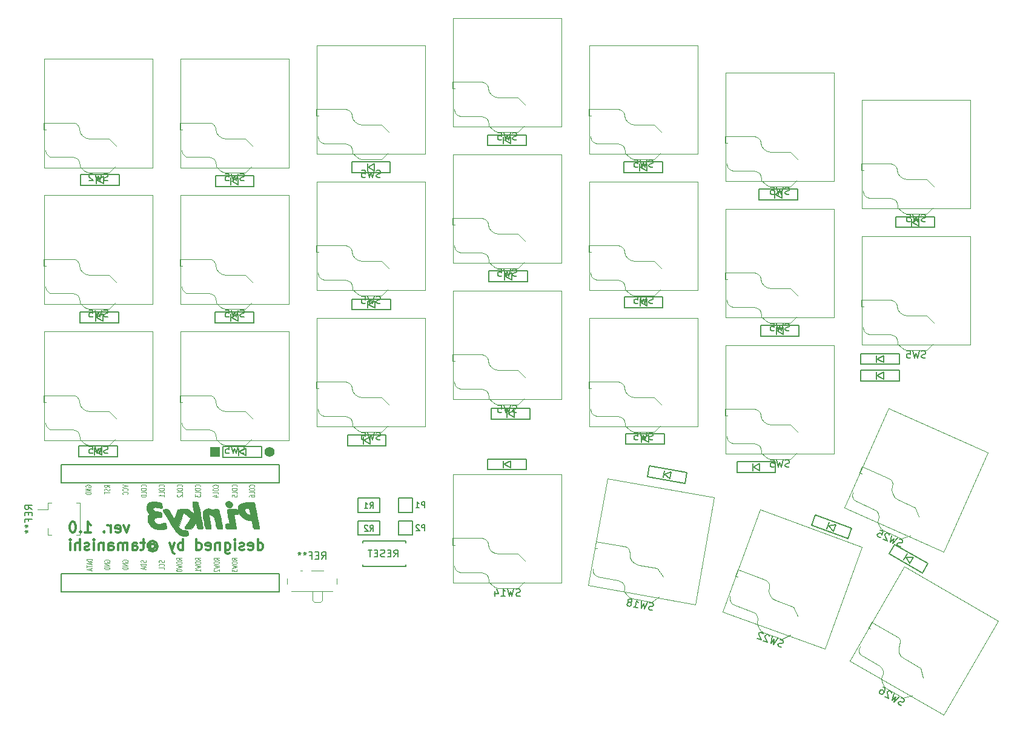
<source format=gbr>
G04 #@! TF.GenerationSoftware,KiCad,Pcbnew,8.0.1*
G04 #@! TF.CreationDate,2024-03-22T14:56:50+09:00*
G04 #@! TF.ProjectId,Pinky3,50696e6b-7933-42e6-9b69-6361645f7063,0.3*
G04 #@! TF.SameCoordinates,Original*
G04 #@! TF.FileFunction,Legend,Bot*
G04 #@! TF.FilePolarity,Positive*
%FSLAX46Y46*%
G04 Gerber Fmt 4.6, Leading zero omitted, Abs format (unit mm)*
G04 Created by KiCad (PCBNEW 8.0.1) date 2024-03-22 14:56:50*
%MOMM*%
%LPD*%
G01*
G04 APERTURE LIST*
%ADD10C,0.300000*%
%ADD11C,0.150000*%
%ADD12C,0.125000*%
%ADD13C,0.120000*%
%ADD14C,0.010000*%
%ADD15R,1.397000X1.397000*%
%ADD16C,1.397000*%
G04 APERTURE END LIST*
D10*
X54268795Y-126670870D02*
X53911652Y-127670870D01*
X53911652Y-127670870D02*
X53554509Y-126670870D01*
X52411652Y-127599442D02*
X52554509Y-127670870D01*
X52554509Y-127670870D02*
X52840224Y-127670870D01*
X52840224Y-127670870D02*
X52983081Y-127599442D01*
X52983081Y-127599442D02*
X53054509Y-127456584D01*
X53054509Y-127456584D02*
X53054509Y-126885156D01*
X53054509Y-126885156D02*
X52983081Y-126742299D01*
X52983081Y-126742299D02*
X52840224Y-126670870D01*
X52840224Y-126670870D02*
X52554509Y-126670870D01*
X52554509Y-126670870D02*
X52411652Y-126742299D01*
X52411652Y-126742299D02*
X52340224Y-126885156D01*
X52340224Y-126885156D02*
X52340224Y-127028013D01*
X52340224Y-127028013D02*
X53054509Y-127170870D01*
X51697367Y-127670870D02*
X51697367Y-126670870D01*
X51697367Y-126956584D02*
X51625938Y-126813727D01*
X51625938Y-126813727D02*
X51554510Y-126742299D01*
X51554510Y-126742299D02*
X51411652Y-126670870D01*
X51411652Y-126670870D02*
X51268795Y-126670870D01*
X50768796Y-127528013D02*
X50697367Y-127599442D01*
X50697367Y-127599442D02*
X50768796Y-127670870D01*
X50768796Y-127670870D02*
X50840224Y-127599442D01*
X50840224Y-127599442D02*
X50768796Y-127528013D01*
X50768796Y-127528013D02*
X50768796Y-127670870D01*
X48125938Y-127670870D02*
X48983081Y-127670870D01*
X48554510Y-127670870D02*
X48554510Y-126170870D01*
X48554510Y-126170870D02*
X48697367Y-126385156D01*
X48697367Y-126385156D02*
X48840224Y-126528013D01*
X48840224Y-126528013D02*
X48983081Y-126599442D01*
X47483082Y-127528013D02*
X47411653Y-127599442D01*
X47411653Y-127599442D02*
X47483082Y-127670870D01*
X47483082Y-127670870D02*
X47554510Y-127599442D01*
X47554510Y-127599442D02*
X47483082Y-127528013D01*
X47483082Y-127528013D02*
X47483082Y-127670870D01*
X46483081Y-126170870D02*
X46340224Y-126170870D01*
X46340224Y-126170870D02*
X46197367Y-126242299D01*
X46197367Y-126242299D02*
X46125939Y-126313727D01*
X46125939Y-126313727D02*
X46054510Y-126456584D01*
X46054510Y-126456584D02*
X45983081Y-126742299D01*
X45983081Y-126742299D02*
X45983081Y-127099442D01*
X45983081Y-127099442D02*
X46054510Y-127385156D01*
X46054510Y-127385156D02*
X46125939Y-127528013D01*
X46125939Y-127528013D02*
X46197367Y-127599442D01*
X46197367Y-127599442D02*
X46340224Y-127670870D01*
X46340224Y-127670870D02*
X46483081Y-127670870D01*
X46483081Y-127670870D02*
X46625939Y-127599442D01*
X46625939Y-127599442D02*
X46697367Y-127528013D01*
X46697367Y-127528013D02*
X46768796Y-127385156D01*
X46768796Y-127385156D02*
X46840224Y-127099442D01*
X46840224Y-127099442D02*
X46840224Y-126742299D01*
X46840224Y-126742299D02*
X46768796Y-126456584D01*
X46768796Y-126456584D02*
X46697367Y-126313727D01*
X46697367Y-126313727D02*
X46625939Y-126242299D01*
X46625939Y-126242299D02*
X46483081Y-126170870D01*
X72268798Y-130085786D02*
X72268798Y-128585786D01*
X72268798Y-130014358D02*
X72411655Y-130085786D01*
X72411655Y-130085786D02*
X72697369Y-130085786D01*
X72697369Y-130085786D02*
X72840226Y-130014358D01*
X72840226Y-130014358D02*
X72911655Y-129942929D01*
X72911655Y-129942929D02*
X72983083Y-129800072D01*
X72983083Y-129800072D02*
X72983083Y-129371500D01*
X72983083Y-129371500D02*
X72911655Y-129228643D01*
X72911655Y-129228643D02*
X72840226Y-129157215D01*
X72840226Y-129157215D02*
X72697369Y-129085786D01*
X72697369Y-129085786D02*
X72411655Y-129085786D01*
X72411655Y-129085786D02*
X72268798Y-129157215D01*
X70983083Y-130014358D02*
X71125940Y-130085786D01*
X71125940Y-130085786D02*
X71411655Y-130085786D01*
X71411655Y-130085786D02*
X71554512Y-130014358D01*
X71554512Y-130014358D02*
X71625940Y-129871500D01*
X71625940Y-129871500D02*
X71625940Y-129300072D01*
X71625940Y-129300072D02*
X71554512Y-129157215D01*
X71554512Y-129157215D02*
X71411655Y-129085786D01*
X71411655Y-129085786D02*
X71125940Y-129085786D01*
X71125940Y-129085786D02*
X70983083Y-129157215D01*
X70983083Y-129157215D02*
X70911655Y-129300072D01*
X70911655Y-129300072D02*
X70911655Y-129442929D01*
X70911655Y-129442929D02*
X71625940Y-129585786D01*
X70340226Y-130014358D02*
X70197369Y-130085786D01*
X70197369Y-130085786D02*
X69911655Y-130085786D01*
X69911655Y-130085786D02*
X69768798Y-130014358D01*
X69768798Y-130014358D02*
X69697369Y-129871500D01*
X69697369Y-129871500D02*
X69697369Y-129800072D01*
X69697369Y-129800072D02*
X69768798Y-129657215D01*
X69768798Y-129657215D02*
X69911655Y-129585786D01*
X69911655Y-129585786D02*
X70125941Y-129585786D01*
X70125941Y-129585786D02*
X70268798Y-129514358D01*
X70268798Y-129514358D02*
X70340226Y-129371500D01*
X70340226Y-129371500D02*
X70340226Y-129300072D01*
X70340226Y-129300072D02*
X70268798Y-129157215D01*
X70268798Y-129157215D02*
X70125941Y-129085786D01*
X70125941Y-129085786D02*
X69911655Y-129085786D01*
X69911655Y-129085786D02*
X69768798Y-129157215D01*
X69054512Y-130085786D02*
X69054512Y-129085786D01*
X69054512Y-128585786D02*
X69125940Y-128657215D01*
X69125940Y-128657215D02*
X69054512Y-128728643D01*
X69054512Y-128728643D02*
X68983083Y-128657215D01*
X68983083Y-128657215D02*
X69054512Y-128585786D01*
X69054512Y-128585786D02*
X69054512Y-128728643D01*
X67697369Y-129085786D02*
X67697369Y-130300072D01*
X67697369Y-130300072D02*
X67768797Y-130442929D01*
X67768797Y-130442929D02*
X67840226Y-130514358D01*
X67840226Y-130514358D02*
X67983083Y-130585786D01*
X67983083Y-130585786D02*
X68197369Y-130585786D01*
X68197369Y-130585786D02*
X68340226Y-130514358D01*
X67697369Y-130014358D02*
X67840226Y-130085786D01*
X67840226Y-130085786D02*
X68125940Y-130085786D01*
X68125940Y-130085786D02*
X68268797Y-130014358D01*
X68268797Y-130014358D02*
X68340226Y-129942929D01*
X68340226Y-129942929D02*
X68411654Y-129800072D01*
X68411654Y-129800072D02*
X68411654Y-129371500D01*
X68411654Y-129371500D02*
X68340226Y-129228643D01*
X68340226Y-129228643D02*
X68268797Y-129157215D01*
X68268797Y-129157215D02*
X68125940Y-129085786D01*
X68125940Y-129085786D02*
X67840226Y-129085786D01*
X67840226Y-129085786D02*
X67697369Y-129157215D01*
X66983083Y-129085786D02*
X66983083Y-130085786D01*
X66983083Y-129228643D02*
X66911654Y-129157215D01*
X66911654Y-129157215D02*
X66768797Y-129085786D01*
X66768797Y-129085786D02*
X66554511Y-129085786D01*
X66554511Y-129085786D02*
X66411654Y-129157215D01*
X66411654Y-129157215D02*
X66340226Y-129300072D01*
X66340226Y-129300072D02*
X66340226Y-130085786D01*
X65054511Y-130014358D02*
X65197368Y-130085786D01*
X65197368Y-130085786D02*
X65483083Y-130085786D01*
X65483083Y-130085786D02*
X65625940Y-130014358D01*
X65625940Y-130014358D02*
X65697368Y-129871500D01*
X65697368Y-129871500D02*
X65697368Y-129300072D01*
X65697368Y-129300072D02*
X65625940Y-129157215D01*
X65625940Y-129157215D02*
X65483083Y-129085786D01*
X65483083Y-129085786D02*
X65197368Y-129085786D01*
X65197368Y-129085786D02*
X65054511Y-129157215D01*
X65054511Y-129157215D02*
X64983083Y-129300072D01*
X64983083Y-129300072D02*
X64983083Y-129442929D01*
X64983083Y-129442929D02*
X65697368Y-129585786D01*
X63697369Y-130085786D02*
X63697369Y-128585786D01*
X63697369Y-130014358D02*
X63840226Y-130085786D01*
X63840226Y-130085786D02*
X64125940Y-130085786D01*
X64125940Y-130085786D02*
X64268797Y-130014358D01*
X64268797Y-130014358D02*
X64340226Y-129942929D01*
X64340226Y-129942929D02*
X64411654Y-129800072D01*
X64411654Y-129800072D02*
X64411654Y-129371500D01*
X64411654Y-129371500D02*
X64340226Y-129228643D01*
X64340226Y-129228643D02*
X64268797Y-129157215D01*
X64268797Y-129157215D02*
X64125940Y-129085786D01*
X64125940Y-129085786D02*
X63840226Y-129085786D01*
X63840226Y-129085786D02*
X63697369Y-129157215D01*
X61840226Y-130085786D02*
X61840226Y-128585786D01*
X61840226Y-129157215D02*
X61697369Y-129085786D01*
X61697369Y-129085786D02*
X61411654Y-129085786D01*
X61411654Y-129085786D02*
X61268797Y-129157215D01*
X61268797Y-129157215D02*
X61197369Y-129228643D01*
X61197369Y-129228643D02*
X61125940Y-129371500D01*
X61125940Y-129371500D02*
X61125940Y-129800072D01*
X61125940Y-129800072D02*
X61197369Y-129942929D01*
X61197369Y-129942929D02*
X61268797Y-130014358D01*
X61268797Y-130014358D02*
X61411654Y-130085786D01*
X61411654Y-130085786D02*
X61697369Y-130085786D01*
X61697369Y-130085786D02*
X61840226Y-130014358D01*
X60625940Y-129085786D02*
X60268797Y-130085786D01*
X59911654Y-129085786D02*
X60268797Y-130085786D01*
X60268797Y-130085786D02*
X60411654Y-130442929D01*
X60411654Y-130442929D02*
X60483083Y-130514358D01*
X60483083Y-130514358D02*
X60625940Y-130585786D01*
X57268797Y-129371500D02*
X57340226Y-129300072D01*
X57340226Y-129300072D02*
X57483083Y-129228643D01*
X57483083Y-129228643D02*
X57625940Y-129228643D01*
X57625940Y-129228643D02*
X57768797Y-129300072D01*
X57768797Y-129300072D02*
X57840226Y-129371500D01*
X57840226Y-129371500D02*
X57911654Y-129514358D01*
X57911654Y-129514358D02*
X57911654Y-129657215D01*
X57911654Y-129657215D02*
X57840226Y-129800072D01*
X57840226Y-129800072D02*
X57768797Y-129871500D01*
X57768797Y-129871500D02*
X57625940Y-129942929D01*
X57625940Y-129942929D02*
X57483083Y-129942929D01*
X57483083Y-129942929D02*
X57340226Y-129871500D01*
X57340226Y-129871500D02*
X57268797Y-129800072D01*
X57268797Y-129228643D02*
X57268797Y-129800072D01*
X57268797Y-129800072D02*
X57197369Y-129871500D01*
X57197369Y-129871500D02*
X57125940Y-129871500D01*
X57125940Y-129871500D02*
X56983083Y-129800072D01*
X56983083Y-129800072D02*
X56911654Y-129657215D01*
X56911654Y-129657215D02*
X56911654Y-129300072D01*
X56911654Y-129300072D02*
X57054512Y-129085786D01*
X57054512Y-129085786D02*
X57268797Y-128942929D01*
X57268797Y-128942929D02*
X57554512Y-128871500D01*
X57554512Y-128871500D02*
X57840226Y-128942929D01*
X57840226Y-128942929D02*
X58054512Y-129085786D01*
X58054512Y-129085786D02*
X58197369Y-129300072D01*
X58197369Y-129300072D02*
X58268797Y-129585786D01*
X58268797Y-129585786D02*
X58197369Y-129871500D01*
X58197369Y-129871500D02*
X58054512Y-130085786D01*
X58054512Y-130085786D02*
X57840226Y-130228643D01*
X57840226Y-130228643D02*
X57554512Y-130300072D01*
X57554512Y-130300072D02*
X57268797Y-130228643D01*
X57268797Y-130228643D02*
X57054512Y-130085786D01*
X56483083Y-129085786D02*
X55911655Y-129085786D01*
X56268798Y-128585786D02*
X56268798Y-129871500D01*
X56268798Y-129871500D02*
X56197369Y-130014358D01*
X56197369Y-130014358D02*
X56054512Y-130085786D01*
X56054512Y-130085786D02*
X55911655Y-130085786D01*
X54768798Y-130085786D02*
X54768798Y-129300072D01*
X54768798Y-129300072D02*
X54840226Y-129157215D01*
X54840226Y-129157215D02*
X54983083Y-129085786D01*
X54983083Y-129085786D02*
X55268798Y-129085786D01*
X55268798Y-129085786D02*
X55411655Y-129157215D01*
X54768798Y-130014358D02*
X54911655Y-130085786D01*
X54911655Y-130085786D02*
X55268798Y-130085786D01*
X55268798Y-130085786D02*
X55411655Y-130014358D01*
X55411655Y-130014358D02*
X55483083Y-129871500D01*
X55483083Y-129871500D02*
X55483083Y-129728643D01*
X55483083Y-129728643D02*
X55411655Y-129585786D01*
X55411655Y-129585786D02*
X55268798Y-129514358D01*
X55268798Y-129514358D02*
X54911655Y-129514358D01*
X54911655Y-129514358D02*
X54768798Y-129442929D01*
X54054512Y-130085786D02*
X54054512Y-129085786D01*
X54054512Y-129228643D02*
X53983083Y-129157215D01*
X53983083Y-129157215D02*
X53840226Y-129085786D01*
X53840226Y-129085786D02*
X53625940Y-129085786D01*
X53625940Y-129085786D02*
X53483083Y-129157215D01*
X53483083Y-129157215D02*
X53411655Y-129300072D01*
X53411655Y-129300072D02*
X53411655Y-130085786D01*
X53411655Y-129300072D02*
X53340226Y-129157215D01*
X53340226Y-129157215D02*
X53197369Y-129085786D01*
X53197369Y-129085786D02*
X52983083Y-129085786D01*
X52983083Y-129085786D02*
X52840226Y-129157215D01*
X52840226Y-129157215D02*
X52768797Y-129300072D01*
X52768797Y-129300072D02*
X52768797Y-130085786D01*
X51411655Y-130085786D02*
X51411655Y-129300072D01*
X51411655Y-129300072D02*
X51483083Y-129157215D01*
X51483083Y-129157215D02*
X51625940Y-129085786D01*
X51625940Y-129085786D02*
X51911655Y-129085786D01*
X51911655Y-129085786D02*
X52054512Y-129157215D01*
X51411655Y-130014358D02*
X51554512Y-130085786D01*
X51554512Y-130085786D02*
X51911655Y-130085786D01*
X51911655Y-130085786D02*
X52054512Y-130014358D01*
X52054512Y-130014358D02*
X52125940Y-129871500D01*
X52125940Y-129871500D02*
X52125940Y-129728643D01*
X52125940Y-129728643D02*
X52054512Y-129585786D01*
X52054512Y-129585786D02*
X51911655Y-129514358D01*
X51911655Y-129514358D02*
X51554512Y-129514358D01*
X51554512Y-129514358D02*
X51411655Y-129442929D01*
X50697369Y-129085786D02*
X50697369Y-130085786D01*
X50697369Y-129228643D02*
X50625940Y-129157215D01*
X50625940Y-129157215D02*
X50483083Y-129085786D01*
X50483083Y-129085786D02*
X50268797Y-129085786D01*
X50268797Y-129085786D02*
X50125940Y-129157215D01*
X50125940Y-129157215D02*
X50054512Y-129300072D01*
X50054512Y-129300072D02*
X50054512Y-130085786D01*
X49340226Y-130085786D02*
X49340226Y-129085786D01*
X49340226Y-128585786D02*
X49411654Y-128657215D01*
X49411654Y-128657215D02*
X49340226Y-128728643D01*
X49340226Y-128728643D02*
X49268797Y-128657215D01*
X49268797Y-128657215D02*
X49340226Y-128585786D01*
X49340226Y-128585786D02*
X49340226Y-128728643D01*
X48697368Y-130014358D02*
X48554511Y-130085786D01*
X48554511Y-130085786D02*
X48268797Y-130085786D01*
X48268797Y-130085786D02*
X48125940Y-130014358D01*
X48125940Y-130014358D02*
X48054511Y-129871500D01*
X48054511Y-129871500D02*
X48054511Y-129800072D01*
X48054511Y-129800072D02*
X48125940Y-129657215D01*
X48125940Y-129657215D02*
X48268797Y-129585786D01*
X48268797Y-129585786D02*
X48483083Y-129585786D01*
X48483083Y-129585786D02*
X48625940Y-129514358D01*
X48625940Y-129514358D02*
X48697368Y-129371500D01*
X48697368Y-129371500D02*
X48697368Y-129300072D01*
X48697368Y-129300072D02*
X48625940Y-129157215D01*
X48625940Y-129157215D02*
X48483083Y-129085786D01*
X48483083Y-129085786D02*
X48268797Y-129085786D01*
X48268797Y-129085786D02*
X48125940Y-129157215D01*
X47411654Y-130085786D02*
X47411654Y-128585786D01*
X46768797Y-130085786D02*
X46768797Y-129300072D01*
X46768797Y-129300072D02*
X46840225Y-129157215D01*
X46840225Y-129157215D02*
X46983082Y-129085786D01*
X46983082Y-129085786D02*
X47197368Y-129085786D01*
X47197368Y-129085786D02*
X47340225Y-129157215D01*
X47340225Y-129157215D02*
X47411654Y-129228643D01*
X46054511Y-130085786D02*
X46054511Y-129085786D01*
X46054511Y-128585786D02*
X46125939Y-128657215D01*
X46125939Y-128657215D02*
X46054511Y-128728643D01*
X46054511Y-128728643D02*
X45983082Y-128657215D01*
X45983082Y-128657215D02*
X46054511Y-128585786D01*
X46054511Y-128585786D02*
X46054511Y-128728643D01*
D11*
X87948479Y-124256672D02*
X88219412Y-123869625D01*
X88412936Y-124256672D02*
X88412936Y-123443872D01*
X88412936Y-123443872D02*
X88103298Y-123443872D01*
X88103298Y-123443872D02*
X88025888Y-123482577D01*
X88025888Y-123482577D02*
X87987183Y-123521282D01*
X87987183Y-123521282D02*
X87948479Y-123598691D01*
X87948479Y-123598691D02*
X87948479Y-123714806D01*
X87948479Y-123714806D02*
X87987183Y-123792215D01*
X87987183Y-123792215D02*
X88025888Y-123830920D01*
X88025888Y-123830920D02*
X88103298Y-123869625D01*
X88103298Y-123869625D02*
X88412936Y-123869625D01*
X87174383Y-124256672D02*
X87638840Y-124256672D01*
X87406612Y-124256672D02*
X87406612Y-123443872D01*
X87406612Y-123443872D02*
X87484021Y-123559987D01*
X87484021Y-123559987D02*
X87561431Y-123637396D01*
X87561431Y-123637396D02*
X87638840Y-123676101D01*
X87948479Y-127456672D02*
X88219412Y-127069625D01*
X88412936Y-127456672D02*
X88412936Y-126643872D01*
X88412936Y-126643872D02*
X88103298Y-126643872D01*
X88103298Y-126643872D02*
X88025888Y-126682577D01*
X88025888Y-126682577D02*
X87987183Y-126721282D01*
X87987183Y-126721282D02*
X87948479Y-126798691D01*
X87948479Y-126798691D02*
X87948479Y-126914806D01*
X87948479Y-126914806D02*
X87987183Y-126992215D01*
X87987183Y-126992215D02*
X88025888Y-127030920D01*
X88025888Y-127030920D02*
X88103298Y-127069625D01*
X88103298Y-127069625D02*
X88412936Y-127069625D01*
X87638840Y-126721282D02*
X87600136Y-126682577D01*
X87600136Y-126682577D02*
X87522726Y-126643872D01*
X87522726Y-126643872D02*
X87329202Y-126643872D01*
X87329202Y-126643872D02*
X87251793Y-126682577D01*
X87251793Y-126682577D02*
X87213088Y-126721282D01*
X87213088Y-126721282D02*
X87174383Y-126798691D01*
X87174383Y-126798691D02*
X87174383Y-126876101D01*
X87174383Y-126876101D02*
X87213088Y-126992215D01*
X87213088Y-126992215D02*
X87677545Y-127456672D01*
X87677545Y-127456672D02*
X87174383Y-127456672D01*
X95612936Y-124193172D02*
X95612936Y-123380372D01*
X95612936Y-123380372D02*
X95303298Y-123380372D01*
X95303298Y-123380372D02*
X95225888Y-123419077D01*
X95225888Y-123419077D02*
X95187183Y-123457782D01*
X95187183Y-123457782D02*
X95148479Y-123535191D01*
X95148479Y-123535191D02*
X95148479Y-123651306D01*
X95148479Y-123651306D02*
X95187183Y-123728715D01*
X95187183Y-123728715D02*
X95225888Y-123767420D01*
X95225888Y-123767420D02*
X95303298Y-123806125D01*
X95303298Y-123806125D02*
X95612936Y-123806125D01*
X94374383Y-124193172D02*
X94838840Y-124193172D01*
X94606612Y-124193172D02*
X94606612Y-123380372D01*
X94606612Y-123380372D02*
X94684021Y-123496487D01*
X94684021Y-123496487D02*
X94761431Y-123573896D01*
X94761431Y-123573896D02*
X94838840Y-123612601D01*
X95612936Y-127393172D02*
X95612936Y-126580372D01*
X95612936Y-126580372D02*
X95303298Y-126580372D01*
X95303298Y-126580372D02*
X95225888Y-126619077D01*
X95225888Y-126619077D02*
X95187183Y-126657782D01*
X95187183Y-126657782D02*
X95148479Y-126735191D01*
X95148479Y-126735191D02*
X95148479Y-126851306D01*
X95148479Y-126851306D02*
X95187183Y-126928715D01*
X95187183Y-126928715D02*
X95225888Y-126967420D01*
X95225888Y-126967420D02*
X95303298Y-127006125D01*
X95303298Y-127006125D02*
X95612936Y-127006125D01*
X94838840Y-126657782D02*
X94800136Y-126619077D01*
X94800136Y-126619077D02*
X94722726Y-126580372D01*
X94722726Y-126580372D02*
X94529202Y-126580372D01*
X94529202Y-126580372D02*
X94451793Y-126619077D01*
X94451793Y-126619077D02*
X94413088Y-126657782D01*
X94413088Y-126657782D02*
X94374383Y-126735191D01*
X94374383Y-126735191D02*
X94374383Y-126812601D01*
X94374383Y-126812601D02*
X94413088Y-126928715D01*
X94413088Y-126928715D02*
X94877545Y-127393172D01*
X94877545Y-127393172D02*
X94374383Y-127393172D01*
X91307768Y-131084405D02*
X91641101Y-130608214D01*
X91879196Y-131084405D02*
X91879196Y-130084405D01*
X91879196Y-130084405D02*
X91498244Y-130084405D01*
X91498244Y-130084405D02*
X91403006Y-130132024D01*
X91403006Y-130132024D02*
X91355387Y-130179643D01*
X91355387Y-130179643D02*
X91307768Y-130274881D01*
X91307768Y-130274881D02*
X91307768Y-130417738D01*
X91307768Y-130417738D02*
X91355387Y-130512976D01*
X91355387Y-130512976D02*
X91403006Y-130560595D01*
X91403006Y-130560595D02*
X91498244Y-130608214D01*
X91498244Y-130608214D02*
X91879196Y-130608214D01*
X90879196Y-130560595D02*
X90545863Y-130560595D01*
X90403006Y-131084405D02*
X90879196Y-131084405D01*
X90879196Y-131084405D02*
X90879196Y-130084405D01*
X90879196Y-130084405D02*
X90403006Y-130084405D01*
X90022053Y-131036786D02*
X89879196Y-131084405D01*
X89879196Y-131084405D02*
X89641101Y-131084405D01*
X89641101Y-131084405D02*
X89545863Y-131036786D01*
X89545863Y-131036786D02*
X89498244Y-130989166D01*
X89498244Y-130989166D02*
X89450625Y-130893928D01*
X89450625Y-130893928D02*
X89450625Y-130798690D01*
X89450625Y-130798690D02*
X89498244Y-130703452D01*
X89498244Y-130703452D02*
X89545863Y-130655833D01*
X89545863Y-130655833D02*
X89641101Y-130608214D01*
X89641101Y-130608214D02*
X89831577Y-130560595D01*
X89831577Y-130560595D02*
X89926815Y-130512976D01*
X89926815Y-130512976D02*
X89974434Y-130465357D01*
X89974434Y-130465357D02*
X90022053Y-130370119D01*
X90022053Y-130370119D02*
X90022053Y-130274881D01*
X90022053Y-130274881D02*
X89974434Y-130179643D01*
X89974434Y-130179643D02*
X89926815Y-130132024D01*
X89926815Y-130132024D02*
X89831577Y-130084405D01*
X89831577Y-130084405D02*
X89593482Y-130084405D01*
X89593482Y-130084405D02*
X89450625Y-130132024D01*
X89022053Y-130560595D02*
X88688720Y-130560595D01*
X88545863Y-131084405D02*
X89022053Y-131084405D01*
X89022053Y-131084405D02*
X89022053Y-130084405D01*
X89022053Y-130084405D02*
X88545863Y-130084405D01*
X88260148Y-130084405D02*
X87688720Y-130084405D01*
X87974434Y-131084405D02*
X87974434Y-130084405D01*
D12*
X69380464Y-131519047D02*
X69023321Y-131352381D01*
X69380464Y-131233333D02*
X68630464Y-131233333D01*
X68630464Y-131233333D02*
X68630464Y-131423809D01*
X68630464Y-131423809D02*
X68666178Y-131471428D01*
X68666178Y-131471428D02*
X68701892Y-131495238D01*
X68701892Y-131495238D02*
X68773321Y-131519047D01*
X68773321Y-131519047D02*
X68880464Y-131519047D01*
X68880464Y-131519047D02*
X68951892Y-131495238D01*
X68951892Y-131495238D02*
X68987607Y-131471428D01*
X68987607Y-131471428D02*
X69023321Y-131423809D01*
X69023321Y-131423809D02*
X69023321Y-131233333D01*
X68630464Y-131828571D02*
X68630464Y-131923809D01*
X68630464Y-131923809D02*
X68666178Y-131971428D01*
X68666178Y-131971428D02*
X68737607Y-132019047D01*
X68737607Y-132019047D02*
X68880464Y-132042857D01*
X68880464Y-132042857D02*
X69130464Y-132042857D01*
X69130464Y-132042857D02*
X69273321Y-132019047D01*
X69273321Y-132019047D02*
X69344750Y-131971428D01*
X69344750Y-131971428D02*
X69380464Y-131923809D01*
X69380464Y-131923809D02*
X69380464Y-131828571D01*
X69380464Y-131828571D02*
X69344750Y-131780952D01*
X69344750Y-131780952D02*
X69273321Y-131733333D01*
X69273321Y-131733333D02*
X69130464Y-131709524D01*
X69130464Y-131709524D02*
X68880464Y-131709524D01*
X68880464Y-131709524D02*
X68737607Y-131733333D01*
X68737607Y-131733333D02*
X68666178Y-131780952D01*
X68666178Y-131780952D02*
X68630464Y-131828571D01*
X68630464Y-132209524D02*
X69380464Y-132328572D01*
X69380464Y-132328572D02*
X68844750Y-132423810D01*
X68844750Y-132423810D02*
X69380464Y-132519048D01*
X69380464Y-132519048D02*
X68630464Y-132638096D01*
X68630464Y-132780953D02*
X68630464Y-133090477D01*
X68630464Y-133090477D02*
X68916178Y-132923810D01*
X68916178Y-132923810D02*
X68916178Y-132995239D01*
X68916178Y-132995239D02*
X68951892Y-133042858D01*
X68951892Y-133042858D02*
X68987607Y-133066667D01*
X68987607Y-133066667D02*
X69059035Y-133090477D01*
X69059035Y-133090477D02*
X69237607Y-133090477D01*
X69237607Y-133090477D02*
X69309035Y-133066667D01*
X69309035Y-133066667D02*
X69344750Y-133042858D01*
X69344750Y-133042858D02*
X69380464Y-132995239D01*
X69380464Y-132995239D02*
X69380464Y-132852382D01*
X69380464Y-132852382D02*
X69344750Y-132804763D01*
X69344750Y-132804763D02*
X69309035Y-132780953D01*
X51565964Y-121335190D02*
X51208821Y-121168524D01*
X51565964Y-121049476D02*
X50815964Y-121049476D01*
X50815964Y-121049476D02*
X50815964Y-121239952D01*
X50815964Y-121239952D02*
X50851678Y-121287571D01*
X50851678Y-121287571D02*
X50887392Y-121311381D01*
X50887392Y-121311381D02*
X50958821Y-121335190D01*
X50958821Y-121335190D02*
X51065964Y-121335190D01*
X51065964Y-121335190D02*
X51137392Y-121311381D01*
X51137392Y-121311381D02*
X51173107Y-121287571D01*
X51173107Y-121287571D02*
X51208821Y-121239952D01*
X51208821Y-121239952D02*
X51208821Y-121049476D01*
X51530250Y-121525667D02*
X51565964Y-121597095D01*
X51565964Y-121597095D02*
X51565964Y-121716143D01*
X51565964Y-121716143D02*
X51530250Y-121763762D01*
X51530250Y-121763762D02*
X51494535Y-121787571D01*
X51494535Y-121787571D02*
X51423107Y-121811381D01*
X51423107Y-121811381D02*
X51351678Y-121811381D01*
X51351678Y-121811381D02*
X51280250Y-121787571D01*
X51280250Y-121787571D02*
X51244535Y-121763762D01*
X51244535Y-121763762D02*
X51208821Y-121716143D01*
X51208821Y-121716143D02*
X51173107Y-121620905D01*
X51173107Y-121620905D02*
X51137392Y-121573286D01*
X51137392Y-121573286D02*
X51101678Y-121549476D01*
X51101678Y-121549476D02*
X51030250Y-121525667D01*
X51030250Y-121525667D02*
X50958821Y-121525667D01*
X50958821Y-121525667D02*
X50887392Y-121549476D01*
X50887392Y-121549476D02*
X50851678Y-121573286D01*
X50851678Y-121573286D02*
X50815964Y-121620905D01*
X50815964Y-121620905D02*
X50815964Y-121739952D01*
X50815964Y-121739952D02*
X50851678Y-121811381D01*
X50815964Y-121954238D02*
X50815964Y-122239952D01*
X51565964Y-122097095D02*
X50815964Y-122097095D01*
X53355964Y-121005834D02*
X54105964Y-121172500D01*
X54105964Y-121172500D02*
X53355964Y-121339167D01*
X54034535Y-121791547D02*
X54070250Y-121767738D01*
X54070250Y-121767738D02*
X54105964Y-121696309D01*
X54105964Y-121696309D02*
X54105964Y-121648690D01*
X54105964Y-121648690D02*
X54070250Y-121577262D01*
X54070250Y-121577262D02*
X53998821Y-121529643D01*
X53998821Y-121529643D02*
X53927392Y-121505833D01*
X53927392Y-121505833D02*
X53784535Y-121482024D01*
X53784535Y-121482024D02*
X53677392Y-121482024D01*
X53677392Y-121482024D02*
X53534535Y-121505833D01*
X53534535Y-121505833D02*
X53463107Y-121529643D01*
X53463107Y-121529643D02*
X53391678Y-121577262D01*
X53391678Y-121577262D02*
X53355964Y-121648690D01*
X53355964Y-121648690D02*
X53355964Y-121696309D01*
X53355964Y-121696309D02*
X53391678Y-121767738D01*
X53391678Y-121767738D02*
X53427392Y-121791547D01*
X54034535Y-122291547D02*
X54070250Y-122267738D01*
X54070250Y-122267738D02*
X54105964Y-122196309D01*
X54105964Y-122196309D02*
X54105964Y-122148690D01*
X54105964Y-122148690D02*
X54070250Y-122077262D01*
X54070250Y-122077262D02*
X53998821Y-122029643D01*
X53998821Y-122029643D02*
X53927392Y-122005833D01*
X53927392Y-122005833D02*
X53784535Y-121982024D01*
X53784535Y-121982024D02*
X53677392Y-121982024D01*
X53677392Y-121982024D02*
X53534535Y-122005833D01*
X53534535Y-122005833D02*
X53463107Y-122029643D01*
X53463107Y-122029643D02*
X53391678Y-122077262D01*
X53391678Y-122077262D02*
X53355964Y-122148690D01*
X53355964Y-122148690D02*
X53355964Y-122196309D01*
X53355964Y-122196309D02*
X53391678Y-122267738D01*
X53391678Y-122267738D02*
X53427392Y-122291547D01*
X69309035Y-121252380D02*
X69344750Y-121228571D01*
X69344750Y-121228571D02*
X69380464Y-121157142D01*
X69380464Y-121157142D02*
X69380464Y-121109523D01*
X69380464Y-121109523D02*
X69344750Y-121038095D01*
X69344750Y-121038095D02*
X69273321Y-120990476D01*
X69273321Y-120990476D02*
X69201892Y-120966666D01*
X69201892Y-120966666D02*
X69059035Y-120942857D01*
X69059035Y-120942857D02*
X68951892Y-120942857D01*
X68951892Y-120942857D02*
X68809035Y-120966666D01*
X68809035Y-120966666D02*
X68737607Y-120990476D01*
X68737607Y-120990476D02*
X68666178Y-121038095D01*
X68666178Y-121038095D02*
X68630464Y-121109523D01*
X68630464Y-121109523D02*
X68630464Y-121157142D01*
X68630464Y-121157142D02*
X68666178Y-121228571D01*
X68666178Y-121228571D02*
X68701892Y-121252380D01*
X68630464Y-121561904D02*
X68630464Y-121657142D01*
X68630464Y-121657142D02*
X68666178Y-121704761D01*
X68666178Y-121704761D02*
X68737607Y-121752380D01*
X68737607Y-121752380D02*
X68880464Y-121776190D01*
X68880464Y-121776190D02*
X69130464Y-121776190D01*
X69130464Y-121776190D02*
X69273321Y-121752380D01*
X69273321Y-121752380D02*
X69344750Y-121704761D01*
X69344750Y-121704761D02*
X69380464Y-121657142D01*
X69380464Y-121657142D02*
X69380464Y-121561904D01*
X69380464Y-121561904D02*
X69344750Y-121514285D01*
X69344750Y-121514285D02*
X69273321Y-121466666D01*
X69273321Y-121466666D02*
X69130464Y-121442857D01*
X69130464Y-121442857D02*
X68880464Y-121442857D01*
X68880464Y-121442857D02*
X68737607Y-121466666D01*
X68737607Y-121466666D02*
X68666178Y-121514285D01*
X68666178Y-121514285D02*
X68630464Y-121561904D01*
X69380464Y-122228571D02*
X69380464Y-121990476D01*
X69380464Y-121990476D02*
X68630464Y-121990476D01*
X68630464Y-122633333D02*
X68630464Y-122395238D01*
X68630464Y-122395238D02*
X68987607Y-122371429D01*
X68987607Y-122371429D02*
X68951892Y-122395238D01*
X68951892Y-122395238D02*
X68916178Y-122442857D01*
X68916178Y-122442857D02*
X68916178Y-122561905D01*
X68916178Y-122561905D02*
X68951892Y-122609524D01*
X68951892Y-122609524D02*
X68987607Y-122633333D01*
X68987607Y-122633333D02*
X69059035Y-122657143D01*
X69059035Y-122657143D02*
X69237607Y-122657143D01*
X69237607Y-122657143D02*
X69309035Y-122633333D01*
X69309035Y-122633333D02*
X69344750Y-122609524D01*
X69344750Y-122609524D02*
X69380464Y-122561905D01*
X69380464Y-122561905D02*
X69380464Y-122442857D01*
X69380464Y-122442857D02*
X69344750Y-122395238D01*
X69344750Y-122395238D02*
X69309035Y-122371429D01*
X56610250Y-131542858D02*
X56645964Y-131614286D01*
X56645964Y-131614286D02*
X56645964Y-131733334D01*
X56645964Y-131733334D02*
X56610250Y-131780953D01*
X56610250Y-131780953D02*
X56574535Y-131804762D01*
X56574535Y-131804762D02*
X56503107Y-131828572D01*
X56503107Y-131828572D02*
X56431678Y-131828572D01*
X56431678Y-131828572D02*
X56360250Y-131804762D01*
X56360250Y-131804762D02*
X56324535Y-131780953D01*
X56324535Y-131780953D02*
X56288821Y-131733334D01*
X56288821Y-131733334D02*
X56253107Y-131638096D01*
X56253107Y-131638096D02*
X56217392Y-131590477D01*
X56217392Y-131590477D02*
X56181678Y-131566667D01*
X56181678Y-131566667D02*
X56110250Y-131542858D01*
X56110250Y-131542858D02*
X56038821Y-131542858D01*
X56038821Y-131542858D02*
X55967392Y-131566667D01*
X55967392Y-131566667D02*
X55931678Y-131590477D01*
X55931678Y-131590477D02*
X55895964Y-131638096D01*
X55895964Y-131638096D02*
X55895964Y-131757143D01*
X55895964Y-131757143D02*
X55931678Y-131828572D01*
X56645964Y-132042857D02*
X55895964Y-132042857D01*
X55895964Y-132042857D02*
X55895964Y-132161905D01*
X55895964Y-132161905D02*
X55931678Y-132233333D01*
X55931678Y-132233333D02*
X56003107Y-132280952D01*
X56003107Y-132280952D02*
X56074535Y-132304762D01*
X56074535Y-132304762D02*
X56217392Y-132328571D01*
X56217392Y-132328571D02*
X56324535Y-132328571D01*
X56324535Y-132328571D02*
X56467392Y-132304762D01*
X56467392Y-132304762D02*
X56538821Y-132280952D01*
X56538821Y-132280952D02*
X56610250Y-132233333D01*
X56610250Y-132233333D02*
X56645964Y-132161905D01*
X56645964Y-132161905D02*
X56645964Y-132042857D01*
X56431678Y-132519048D02*
X56431678Y-132757143D01*
X56645964Y-132471429D02*
X55895964Y-132638095D01*
X55895964Y-132638095D02*
X56645964Y-132804762D01*
X48248178Y-121291547D02*
X48212464Y-121243928D01*
X48212464Y-121243928D02*
X48212464Y-121172499D01*
X48212464Y-121172499D02*
X48248178Y-121101071D01*
X48248178Y-121101071D02*
X48319607Y-121053452D01*
X48319607Y-121053452D02*
X48391035Y-121029642D01*
X48391035Y-121029642D02*
X48533892Y-121005833D01*
X48533892Y-121005833D02*
X48641035Y-121005833D01*
X48641035Y-121005833D02*
X48783892Y-121029642D01*
X48783892Y-121029642D02*
X48855321Y-121053452D01*
X48855321Y-121053452D02*
X48926750Y-121101071D01*
X48926750Y-121101071D02*
X48962464Y-121172499D01*
X48962464Y-121172499D02*
X48962464Y-121220118D01*
X48962464Y-121220118D02*
X48926750Y-121291547D01*
X48926750Y-121291547D02*
X48891035Y-121315356D01*
X48891035Y-121315356D02*
X48641035Y-121315356D01*
X48641035Y-121315356D02*
X48641035Y-121220118D01*
X48962464Y-121529642D02*
X48212464Y-121529642D01*
X48212464Y-121529642D02*
X48962464Y-121815356D01*
X48962464Y-121815356D02*
X48212464Y-121815356D01*
X48962464Y-122053452D02*
X48212464Y-122053452D01*
X48212464Y-122053452D02*
X48212464Y-122172500D01*
X48212464Y-122172500D02*
X48248178Y-122243928D01*
X48248178Y-122243928D02*
X48319607Y-122291547D01*
X48319607Y-122291547D02*
X48391035Y-122315357D01*
X48391035Y-122315357D02*
X48533892Y-122339166D01*
X48533892Y-122339166D02*
X48641035Y-122339166D01*
X48641035Y-122339166D02*
X48783892Y-122315357D01*
X48783892Y-122315357D02*
X48855321Y-122291547D01*
X48855321Y-122291547D02*
X48926750Y-122243928D01*
X48926750Y-122243928D02*
X48962464Y-122172500D01*
X48962464Y-122172500D02*
X48962464Y-122053452D01*
X66671035Y-121302380D02*
X66706750Y-121278571D01*
X66706750Y-121278571D02*
X66742464Y-121207142D01*
X66742464Y-121207142D02*
X66742464Y-121159523D01*
X66742464Y-121159523D02*
X66706750Y-121088095D01*
X66706750Y-121088095D02*
X66635321Y-121040476D01*
X66635321Y-121040476D02*
X66563892Y-121016666D01*
X66563892Y-121016666D02*
X66421035Y-120992857D01*
X66421035Y-120992857D02*
X66313892Y-120992857D01*
X66313892Y-120992857D02*
X66171035Y-121016666D01*
X66171035Y-121016666D02*
X66099607Y-121040476D01*
X66099607Y-121040476D02*
X66028178Y-121088095D01*
X66028178Y-121088095D02*
X65992464Y-121159523D01*
X65992464Y-121159523D02*
X65992464Y-121207142D01*
X65992464Y-121207142D02*
X66028178Y-121278571D01*
X66028178Y-121278571D02*
X66063892Y-121302380D01*
X65992464Y-121611904D02*
X65992464Y-121707142D01*
X65992464Y-121707142D02*
X66028178Y-121754761D01*
X66028178Y-121754761D02*
X66099607Y-121802380D01*
X66099607Y-121802380D02*
X66242464Y-121826190D01*
X66242464Y-121826190D02*
X66492464Y-121826190D01*
X66492464Y-121826190D02*
X66635321Y-121802380D01*
X66635321Y-121802380D02*
X66706750Y-121754761D01*
X66706750Y-121754761D02*
X66742464Y-121707142D01*
X66742464Y-121707142D02*
X66742464Y-121611904D01*
X66742464Y-121611904D02*
X66706750Y-121564285D01*
X66706750Y-121564285D02*
X66635321Y-121516666D01*
X66635321Y-121516666D02*
X66492464Y-121492857D01*
X66492464Y-121492857D02*
X66242464Y-121492857D01*
X66242464Y-121492857D02*
X66099607Y-121516666D01*
X66099607Y-121516666D02*
X66028178Y-121564285D01*
X66028178Y-121564285D02*
X65992464Y-121611904D01*
X66742464Y-122278571D02*
X66742464Y-122040476D01*
X66742464Y-122040476D02*
X65992464Y-122040476D01*
X66242464Y-122659524D02*
X66742464Y-122659524D01*
X65956750Y-122540476D02*
X66492464Y-122421429D01*
X66492464Y-122421429D02*
X66492464Y-122730952D01*
X64159035Y-121252380D02*
X64194750Y-121228571D01*
X64194750Y-121228571D02*
X64230464Y-121157142D01*
X64230464Y-121157142D02*
X64230464Y-121109523D01*
X64230464Y-121109523D02*
X64194750Y-121038095D01*
X64194750Y-121038095D02*
X64123321Y-120990476D01*
X64123321Y-120990476D02*
X64051892Y-120966666D01*
X64051892Y-120966666D02*
X63909035Y-120942857D01*
X63909035Y-120942857D02*
X63801892Y-120942857D01*
X63801892Y-120942857D02*
X63659035Y-120966666D01*
X63659035Y-120966666D02*
X63587607Y-120990476D01*
X63587607Y-120990476D02*
X63516178Y-121038095D01*
X63516178Y-121038095D02*
X63480464Y-121109523D01*
X63480464Y-121109523D02*
X63480464Y-121157142D01*
X63480464Y-121157142D02*
X63516178Y-121228571D01*
X63516178Y-121228571D02*
X63551892Y-121252380D01*
X63480464Y-121561904D02*
X63480464Y-121657142D01*
X63480464Y-121657142D02*
X63516178Y-121704761D01*
X63516178Y-121704761D02*
X63587607Y-121752380D01*
X63587607Y-121752380D02*
X63730464Y-121776190D01*
X63730464Y-121776190D02*
X63980464Y-121776190D01*
X63980464Y-121776190D02*
X64123321Y-121752380D01*
X64123321Y-121752380D02*
X64194750Y-121704761D01*
X64194750Y-121704761D02*
X64230464Y-121657142D01*
X64230464Y-121657142D02*
X64230464Y-121561904D01*
X64230464Y-121561904D02*
X64194750Y-121514285D01*
X64194750Y-121514285D02*
X64123321Y-121466666D01*
X64123321Y-121466666D02*
X63980464Y-121442857D01*
X63980464Y-121442857D02*
X63730464Y-121442857D01*
X63730464Y-121442857D02*
X63587607Y-121466666D01*
X63587607Y-121466666D02*
X63516178Y-121514285D01*
X63516178Y-121514285D02*
X63480464Y-121561904D01*
X64230464Y-122228571D02*
X64230464Y-121990476D01*
X64230464Y-121990476D02*
X63480464Y-121990476D01*
X63480464Y-122347619D02*
X63480464Y-122657143D01*
X63480464Y-122657143D02*
X63766178Y-122490476D01*
X63766178Y-122490476D02*
X63766178Y-122561905D01*
X63766178Y-122561905D02*
X63801892Y-122609524D01*
X63801892Y-122609524D02*
X63837607Y-122633333D01*
X63837607Y-122633333D02*
X63909035Y-122657143D01*
X63909035Y-122657143D02*
X64087607Y-122657143D01*
X64087607Y-122657143D02*
X64159035Y-122633333D01*
X64159035Y-122633333D02*
X64194750Y-122609524D01*
X64194750Y-122609524D02*
X64230464Y-122561905D01*
X64230464Y-122561905D02*
X64230464Y-122419048D01*
X64230464Y-122419048D02*
X64194750Y-122371429D01*
X64194750Y-122371429D02*
X64159035Y-122347619D01*
X53391678Y-131769047D02*
X53355964Y-131721428D01*
X53355964Y-131721428D02*
X53355964Y-131649999D01*
X53355964Y-131649999D02*
X53391678Y-131578571D01*
X53391678Y-131578571D02*
X53463107Y-131530952D01*
X53463107Y-131530952D02*
X53534535Y-131507142D01*
X53534535Y-131507142D02*
X53677392Y-131483333D01*
X53677392Y-131483333D02*
X53784535Y-131483333D01*
X53784535Y-131483333D02*
X53927392Y-131507142D01*
X53927392Y-131507142D02*
X53998821Y-131530952D01*
X53998821Y-131530952D02*
X54070250Y-131578571D01*
X54070250Y-131578571D02*
X54105964Y-131649999D01*
X54105964Y-131649999D02*
X54105964Y-131697618D01*
X54105964Y-131697618D02*
X54070250Y-131769047D01*
X54070250Y-131769047D02*
X54034535Y-131792856D01*
X54034535Y-131792856D02*
X53784535Y-131792856D01*
X53784535Y-131792856D02*
X53784535Y-131697618D01*
X54105964Y-132007142D02*
X53355964Y-132007142D01*
X53355964Y-132007142D02*
X54105964Y-132292856D01*
X54105964Y-132292856D02*
X53355964Y-132292856D01*
X54105964Y-132530952D02*
X53355964Y-132530952D01*
X53355964Y-132530952D02*
X53355964Y-132650000D01*
X53355964Y-132650000D02*
X53391678Y-132721428D01*
X53391678Y-132721428D02*
X53463107Y-132769047D01*
X53463107Y-132769047D02*
X53534535Y-132792857D01*
X53534535Y-132792857D02*
X53677392Y-132816666D01*
X53677392Y-132816666D02*
X53784535Y-132816666D01*
X53784535Y-132816666D02*
X53927392Y-132792857D01*
X53927392Y-132792857D02*
X53998821Y-132769047D01*
X53998821Y-132769047D02*
X54070250Y-132721428D01*
X54070250Y-132721428D02*
X54105964Y-132650000D01*
X54105964Y-132650000D02*
X54105964Y-132530952D01*
X61659035Y-121252380D02*
X61694750Y-121228571D01*
X61694750Y-121228571D02*
X61730464Y-121157142D01*
X61730464Y-121157142D02*
X61730464Y-121109523D01*
X61730464Y-121109523D02*
X61694750Y-121038095D01*
X61694750Y-121038095D02*
X61623321Y-120990476D01*
X61623321Y-120990476D02*
X61551892Y-120966666D01*
X61551892Y-120966666D02*
X61409035Y-120942857D01*
X61409035Y-120942857D02*
X61301892Y-120942857D01*
X61301892Y-120942857D02*
X61159035Y-120966666D01*
X61159035Y-120966666D02*
X61087607Y-120990476D01*
X61087607Y-120990476D02*
X61016178Y-121038095D01*
X61016178Y-121038095D02*
X60980464Y-121109523D01*
X60980464Y-121109523D02*
X60980464Y-121157142D01*
X60980464Y-121157142D02*
X61016178Y-121228571D01*
X61016178Y-121228571D02*
X61051892Y-121252380D01*
X60980464Y-121561904D02*
X60980464Y-121657142D01*
X60980464Y-121657142D02*
X61016178Y-121704761D01*
X61016178Y-121704761D02*
X61087607Y-121752380D01*
X61087607Y-121752380D02*
X61230464Y-121776190D01*
X61230464Y-121776190D02*
X61480464Y-121776190D01*
X61480464Y-121776190D02*
X61623321Y-121752380D01*
X61623321Y-121752380D02*
X61694750Y-121704761D01*
X61694750Y-121704761D02*
X61730464Y-121657142D01*
X61730464Y-121657142D02*
X61730464Y-121561904D01*
X61730464Y-121561904D02*
X61694750Y-121514285D01*
X61694750Y-121514285D02*
X61623321Y-121466666D01*
X61623321Y-121466666D02*
X61480464Y-121442857D01*
X61480464Y-121442857D02*
X61230464Y-121442857D01*
X61230464Y-121442857D02*
X61087607Y-121466666D01*
X61087607Y-121466666D02*
X61016178Y-121514285D01*
X61016178Y-121514285D02*
X60980464Y-121561904D01*
X61730464Y-122228571D02*
X61730464Y-121990476D01*
X61730464Y-121990476D02*
X60980464Y-121990476D01*
X61051892Y-122371429D02*
X61016178Y-122395238D01*
X61016178Y-122395238D02*
X60980464Y-122442857D01*
X60980464Y-122442857D02*
X60980464Y-122561905D01*
X60980464Y-122561905D02*
X61016178Y-122609524D01*
X61016178Y-122609524D02*
X61051892Y-122633333D01*
X61051892Y-122633333D02*
X61123321Y-122657143D01*
X61123321Y-122657143D02*
X61194750Y-122657143D01*
X61194750Y-122657143D02*
X61301892Y-122633333D01*
X61301892Y-122633333D02*
X61730464Y-122347619D01*
X61730464Y-122347619D02*
X61730464Y-122657143D01*
X59114535Y-121252380D02*
X59150250Y-121228571D01*
X59150250Y-121228571D02*
X59185964Y-121157142D01*
X59185964Y-121157142D02*
X59185964Y-121109523D01*
X59185964Y-121109523D02*
X59150250Y-121038095D01*
X59150250Y-121038095D02*
X59078821Y-120990476D01*
X59078821Y-120990476D02*
X59007392Y-120966666D01*
X59007392Y-120966666D02*
X58864535Y-120942857D01*
X58864535Y-120942857D02*
X58757392Y-120942857D01*
X58757392Y-120942857D02*
X58614535Y-120966666D01*
X58614535Y-120966666D02*
X58543107Y-120990476D01*
X58543107Y-120990476D02*
X58471678Y-121038095D01*
X58471678Y-121038095D02*
X58435964Y-121109523D01*
X58435964Y-121109523D02*
X58435964Y-121157142D01*
X58435964Y-121157142D02*
X58471678Y-121228571D01*
X58471678Y-121228571D02*
X58507392Y-121252380D01*
X58435964Y-121561904D02*
X58435964Y-121657142D01*
X58435964Y-121657142D02*
X58471678Y-121704761D01*
X58471678Y-121704761D02*
X58543107Y-121752380D01*
X58543107Y-121752380D02*
X58685964Y-121776190D01*
X58685964Y-121776190D02*
X58935964Y-121776190D01*
X58935964Y-121776190D02*
X59078821Y-121752380D01*
X59078821Y-121752380D02*
X59150250Y-121704761D01*
X59150250Y-121704761D02*
X59185964Y-121657142D01*
X59185964Y-121657142D02*
X59185964Y-121561904D01*
X59185964Y-121561904D02*
X59150250Y-121514285D01*
X59150250Y-121514285D02*
X59078821Y-121466666D01*
X59078821Y-121466666D02*
X58935964Y-121442857D01*
X58935964Y-121442857D02*
X58685964Y-121442857D01*
X58685964Y-121442857D02*
X58543107Y-121466666D01*
X58543107Y-121466666D02*
X58471678Y-121514285D01*
X58471678Y-121514285D02*
X58435964Y-121561904D01*
X59185964Y-122228571D02*
X59185964Y-121990476D01*
X59185964Y-121990476D02*
X58435964Y-121990476D01*
X59185964Y-122657143D02*
X59185964Y-122371429D01*
X59185964Y-122514286D02*
X58435964Y-122514286D01*
X58435964Y-122514286D02*
X58543107Y-122466667D01*
X58543107Y-122466667D02*
X58614535Y-122419048D01*
X58614535Y-122419048D02*
X58650250Y-122371429D01*
X56609035Y-121252380D02*
X56644750Y-121228571D01*
X56644750Y-121228571D02*
X56680464Y-121157142D01*
X56680464Y-121157142D02*
X56680464Y-121109523D01*
X56680464Y-121109523D02*
X56644750Y-121038095D01*
X56644750Y-121038095D02*
X56573321Y-120990476D01*
X56573321Y-120990476D02*
X56501892Y-120966666D01*
X56501892Y-120966666D02*
X56359035Y-120942857D01*
X56359035Y-120942857D02*
X56251892Y-120942857D01*
X56251892Y-120942857D02*
X56109035Y-120966666D01*
X56109035Y-120966666D02*
X56037607Y-120990476D01*
X56037607Y-120990476D02*
X55966178Y-121038095D01*
X55966178Y-121038095D02*
X55930464Y-121109523D01*
X55930464Y-121109523D02*
X55930464Y-121157142D01*
X55930464Y-121157142D02*
X55966178Y-121228571D01*
X55966178Y-121228571D02*
X56001892Y-121252380D01*
X55930464Y-121561904D02*
X55930464Y-121657142D01*
X55930464Y-121657142D02*
X55966178Y-121704761D01*
X55966178Y-121704761D02*
X56037607Y-121752380D01*
X56037607Y-121752380D02*
X56180464Y-121776190D01*
X56180464Y-121776190D02*
X56430464Y-121776190D01*
X56430464Y-121776190D02*
X56573321Y-121752380D01*
X56573321Y-121752380D02*
X56644750Y-121704761D01*
X56644750Y-121704761D02*
X56680464Y-121657142D01*
X56680464Y-121657142D02*
X56680464Y-121561904D01*
X56680464Y-121561904D02*
X56644750Y-121514285D01*
X56644750Y-121514285D02*
X56573321Y-121466666D01*
X56573321Y-121466666D02*
X56430464Y-121442857D01*
X56430464Y-121442857D02*
X56180464Y-121442857D01*
X56180464Y-121442857D02*
X56037607Y-121466666D01*
X56037607Y-121466666D02*
X55966178Y-121514285D01*
X55966178Y-121514285D02*
X55930464Y-121561904D01*
X56680464Y-122228571D02*
X56680464Y-121990476D01*
X56680464Y-121990476D02*
X55930464Y-121990476D01*
X55930464Y-122490476D02*
X55930464Y-122538095D01*
X55930464Y-122538095D02*
X55966178Y-122585714D01*
X55966178Y-122585714D02*
X56001892Y-122609524D01*
X56001892Y-122609524D02*
X56073321Y-122633333D01*
X56073321Y-122633333D02*
X56216178Y-122657143D01*
X56216178Y-122657143D02*
X56394750Y-122657143D01*
X56394750Y-122657143D02*
X56537607Y-122633333D01*
X56537607Y-122633333D02*
X56609035Y-122609524D01*
X56609035Y-122609524D02*
X56644750Y-122585714D01*
X56644750Y-122585714D02*
X56680464Y-122538095D01*
X56680464Y-122538095D02*
X56680464Y-122490476D01*
X56680464Y-122490476D02*
X56644750Y-122442857D01*
X56644750Y-122442857D02*
X56609035Y-122419048D01*
X56609035Y-122419048D02*
X56537607Y-122395238D01*
X56537607Y-122395238D02*
X56394750Y-122371429D01*
X56394750Y-122371429D02*
X56216178Y-122371429D01*
X56216178Y-122371429D02*
X56073321Y-122395238D01*
X56073321Y-122395238D02*
X56001892Y-122419048D01*
X56001892Y-122419048D02*
X55966178Y-122442857D01*
X55966178Y-122442857D02*
X55930464Y-122490476D01*
X64265964Y-131519047D02*
X63908821Y-131352381D01*
X64265964Y-131233333D02*
X63515964Y-131233333D01*
X63515964Y-131233333D02*
X63515964Y-131423809D01*
X63515964Y-131423809D02*
X63551678Y-131471428D01*
X63551678Y-131471428D02*
X63587392Y-131495238D01*
X63587392Y-131495238D02*
X63658821Y-131519047D01*
X63658821Y-131519047D02*
X63765964Y-131519047D01*
X63765964Y-131519047D02*
X63837392Y-131495238D01*
X63837392Y-131495238D02*
X63873107Y-131471428D01*
X63873107Y-131471428D02*
X63908821Y-131423809D01*
X63908821Y-131423809D02*
X63908821Y-131233333D01*
X63515964Y-131828571D02*
X63515964Y-131923809D01*
X63515964Y-131923809D02*
X63551678Y-131971428D01*
X63551678Y-131971428D02*
X63623107Y-132019047D01*
X63623107Y-132019047D02*
X63765964Y-132042857D01*
X63765964Y-132042857D02*
X64015964Y-132042857D01*
X64015964Y-132042857D02*
X64158821Y-132019047D01*
X64158821Y-132019047D02*
X64230250Y-131971428D01*
X64230250Y-131971428D02*
X64265964Y-131923809D01*
X64265964Y-131923809D02*
X64265964Y-131828571D01*
X64265964Y-131828571D02*
X64230250Y-131780952D01*
X64230250Y-131780952D02*
X64158821Y-131733333D01*
X64158821Y-131733333D02*
X64015964Y-131709524D01*
X64015964Y-131709524D02*
X63765964Y-131709524D01*
X63765964Y-131709524D02*
X63623107Y-131733333D01*
X63623107Y-131733333D02*
X63551678Y-131780952D01*
X63551678Y-131780952D02*
X63515964Y-131828571D01*
X63515964Y-132209524D02*
X64265964Y-132328572D01*
X64265964Y-132328572D02*
X63730250Y-132423810D01*
X63730250Y-132423810D02*
X64265964Y-132519048D01*
X64265964Y-132519048D02*
X63515964Y-132638096D01*
X64265964Y-133090477D02*
X64265964Y-132804763D01*
X64265964Y-132947620D02*
X63515964Y-132947620D01*
X63515964Y-132947620D02*
X63623107Y-132900001D01*
X63623107Y-132900001D02*
X63694535Y-132852382D01*
X63694535Y-132852382D02*
X63730250Y-132804763D01*
X50851678Y-131769047D02*
X50815964Y-131721428D01*
X50815964Y-131721428D02*
X50815964Y-131649999D01*
X50815964Y-131649999D02*
X50851678Y-131578571D01*
X50851678Y-131578571D02*
X50923107Y-131530952D01*
X50923107Y-131530952D02*
X50994535Y-131507142D01*
X50994535Y-131507142D02*
X51137392Y-131483333D01*
X51137392Y-131483333D02*
X51244535Y-131483333D01*
X51244535Y-131483333D02*
X51387392Y-131507142D01*
X51387392Y-131507142D02*
X51458821Y-131530952D01*
X51458821Y-131530952D02*
X51530250Y-131578571D01*
X51530250Y-131578571D02*
X51565964Y-131649999D01*
X51565964Y-131649999D02*
X51565964Y-131697618D01*
X51565964Y-131697618D02*
X51530250Y-131769047D01*
X51530250Y-131769047D02*
X51494535Y-131792856D01*
X51494535Y-131792856D02*
X51244535Y-131792856D01*
X51244535Y-131792856D02*
X51244535Y-131697618D01*
X51565964Y-132007142D02*
X50815964Y-132007142D01*
X50815964Y-132007142D02*
X51565964Y-132292856D01*
X51565964Y-132292856D02*
X50815964Y-132292856D01*
X51565964Y-132530952D02*
X50815964Y-132530952D01*
X50815964Y-132530952D02*
X50815964Y-132650000D01*
X50815964Y-132650000D02*
X50851678Y-132721428D01*
X50851678Y-132721428D02*
X50923107Y-132769047D01*
X50923107Y-132769047D02*
X50994535Y-132792857D01*
X50994535Y-132792857D02*
X51137392Y-132816666D01*
X51137392Y-132816666D02*
X51244535Y-132816666D01*
X51244535Y-132816666D02*
X51387392Y-132792857D01*
X51387392Y-132792857D02*
X51458821Y-132769047D01*
X51458821Y-132769047D02*
X51530250Y-132721428D01*
X51530250Y-132721428D02*
X51565964Y-132650000D01*
X51565964Y-132650000D02*
X51565964Y-132530952D01*
X71744035Y-121277380D02*
X71779750Y-121253571D01*
X71779750Y-121253571D02*
X71815464Y-121182142D01*
X71815464Y-121182142D02*
X71815464Y-121134523D01*
X71815464Y-121134523D02*
X71779750Y-121063095D01*
X71779750Y-121063095D02*
X71708321Y-121015476D01*
X71708321Y-121015476D02*
X71636892Y-120991666D01*
X71636892Y-120991666D02*
X71494035Y-120967857D01*
X71494035Y-120967857D02*
X71386892Y-120967857D01*
X71386892Y-120967857D02*
X71244035Y-120991666D01*
X71244035Y-120991666D02*
X71172607Y-121015476D01*
X71172607Y-121015476D02*
X71101178Y-121063095D01*
X71101178Y-121063095D02*
X71065464Y-121134523D01*
X71065464Y-121134523D02*
X71065464Y-121182142D01*
X71065464Y-121182142D02*
X71101178Y-121253571D01*
X71101178Y-121253571D02*
X71136892Y-121277380D01*
X71065464Y-121586904D02*
X71065464Y-121682142D01*
X71065464Y-121682142D02*
X71101178Y-121729761D01*
X71101178Y-121729761D02*
X71172607Y-121777380D01*
X71172607Y-121777380D02*
X71315464Y-121801190D01*
X71315464Y-121801190D02*
X71565464Y-121801190D01*
X71565464Y-121801190D02*
X71708321Y-121777380D01*
X71708321Y-121777380D02*
X71779750Y-121729761D01*
X71779750Y-121729761D02*
X71815464Y-121682142D01*
X71815464Y-121682142D02*
X71815464Y-121586904D01*
X71815464Y-121586904D02*
X71779750Y-121539285D01*
X71779750Y-121539285D02*
X71708321Y-121491666D01*
X71708321Y-121491666D02*
X71565464Y-121467857D01*
X71565464Y-121467857D02*
X71315464Y-121467857D01*
X71315464Y-121467857D02*
X71172607Y-121491666D01*
X71172607Y-121491666D02*
X71101178Y-121539285D01*
X71101178Y-121539285D02*
X71065464Y-121586904D01*
X71815464Y-122253571D02*
X71815464Y-122015476D01*
X71815464Y-122015476D02*
X71065464Y-122015476D01*
X71065464Y-122634524D02*
X71065464Y-122539286D01*
X71065464Y-122539286D02*
X71101178Y-122491667D01*
X71101178Y-122491667D02*
X71136892Y-122467857D01*
X71136892Y-122467857D02*
X71244035Y-122420238D01*
X71244035Y-122420238D02*
X71386892Y-122396429D01*
X71386892Y-122396429D02*
X71672607Y-122396429D01*
X71672607Y-122396429D02*
X71744035Y-122420238D01*
X71744035Y-122420238D02*
X71779750Y-122444048D01*
X71779750Y-122444048D02*
X71815464Y-122491667D01*
X71815464Y-122491667D02*
X71815464Y-122586905D01*
X71815464Y-122586905D02*
X71779750Y-122634524D01*
X71779750Y-122634524D02*
X71744035Y-122658333D01*
X71744035Y-122658333D02*
X71672607Y-122682143D01*
X71672607Y-122682143D02*
X71494035Y-122682143D01*
X71494035Y-122682143D02*
X71422607Y-122658333D01*
X71422607Y-122658333D02*
X71386892Y-122634524D01*
X71386892Y-122634524D02*
X71351178Y-122586905D01*
X71351178Y-122586905D02*
X71351178Y-122491667D01*
X71351178Y-122491667D02*
X71386892Y-122444048D01*
X71386892Y-122444048D02*
X71422607Y-122420238D01*
X71422607Y-122420238D02*
X71494035Y-122396429D01*
X59150250Y-131554762D02*
X59185964Y-131626190D01*
X59185964Y-131626190D02*
X59185964Y-131745238D01*
X59185964Y-131745238D02*
X59150250Y-131792857D01*
X59150250Y-131792857D02*
X59114535Y-131816666D01*
X59114535Y-131816666D02*
X59043107Y-131840476D01*
X59043107Y-131840476D02*
X58971678Y-131840476D01*
X58971678Y-131840476D02*
X58900250Y-131816666D01*
X58900250Y-131816666D02*
X58864535Y-131792857D01*
X58864535Y-131792857D02*
X58828821Y-131745238D01*
X58828821Y-131745238D02*
X58793107Y-131650000D01*
X58793107Y-131650000D02*
X58757392Y-131602381D01*
X58757392Y-131602381D02*
X58721678Y-131578571D01*
X58721678Y-131578571D02*
X58650250Y-131554762D01*
X58650250Y-131554762D02*
X58578821Y-131554762D01*
X58578821Y-131554762D02*
X58507392Y-131578571D01*
X58507392Y-131578571D02*
X58471678Y-131602381D01*
X58471678Y-131602381D02*
X58435964Y-131650000D01*
X58435964Y-131650000D02*
X58435964Y-131769047D01*
X58435964Y-131769047D02*
X58471678Y-131840476D01*
X59114535Y-132340475D02*
X59150250Y-132316666D01*
X59150250Y-132316666D02*
X59185964Y-132245237D01*
X59185964Y-132245237D02*
X59185964Y-132197618D01*
X59185964Y-132197618D02*
X59150250Y-132126190D01*
X59150250Y-132126190D02*
X59078821Y-132078571D01*
X59078821Y-132078571D02*
X59007392Y-132054761D01*
X59007392Y-132054761D02*
X58864535Y-132030952D01*
X58864535Y-132030952D02*
X58757392Y-132030952D01*
X58757392Y-132030952D02*
X58614535Y-132054761D01*
X58614535Y-132054761D02*
X58543107Y-132078571D01*
X58543107Y-132078571D02*
X58471678Y-132126190D01*
X58471678Y-132126190D02*
X58435964Y-132197618D01*
X58435964Y-132197618D02*
X58435964Y-132245237D01*
X58435964Y-132245237D02*
X58471678Y-132316666D01*
X58471678Y-132316666D02*
X58507392Y-132340475D01*
X59185964Y-132792856D02*
X59185964Y-132554761D01*
X59185964Y-132554761D02*
X58435964Y-132554761D01*
X61662464Y-131519047D02*
X61305321Y-131352381D01*
X61662464Y-131233333D02*
X60912464Y-131233333D01*
X60912464Y-131233333D02*
X60912464Y-131423809D01*
X60912464Y-131423809D02*
X60948178Y-131471428D01*
X60948178Y-131471428D02*
X60983892Y-131495238D01*
X60983892Y-131495238D02*
X61055321Y-131519047D01*
X61055321Y-131519047D02*
X61162464Y-131519047D01*
X61162464Y-131519047D02*
X61233892Y-131495238D01*
X61233892Y-131495238D02*
X61269607Y-131471428D01*
X61269607Y-131471428D02*
X61305321Y-131423809D01*
X61305321Y-131423809D02*
X61305321Y-131233333D01*
X60912464Y-131828571D02*
X60912464Y-131923809D01*
X60912464Y-131923809D02*
X60948178Y-131971428D01*
X60948178Y-131971428D02*
X61019607Y-132019047D01*
X61019607Y-132019047D02*
X61162464Y-132042857D01*
X61162464Y-132042857D02*
X61412464Y-132042857D01*
X61412464Y-132042857D02*
X61555321Y-132019047D01*
X61555321Y-132019047D02*
X61626750Y-131971428D01*
X61626750Y-131971428D02*
X61662464Y-131923809D01*
X61662464Y-131923809D02*
X61662464Y-131828571D01*
X61662464Y-131828571D02*
X61626750Y-131780952D01*
X61626750Y-131780952D02*
X61555321Y-131733333D01*
X61555321Y-131733333D02*
X61412464Y-131709524D01*
X61412464Y-131709524D02*
X61162464Y-131709524D01*
X61162464Y-131709524D02*
X61019607Y-131733333D01*
X61019607Y-131733333D02*
X60948178Y-131780952D01*
X60948178Y-131780952D02*
X60912464Y-131828571D01*
X60912464Y-132209524D02*
X61662464Y-132328572D01*
X61662464Y-132328572D02*
X61126750Y-132423810D01*
X61126750Y-132423810D02*
X61662464Y-132519048D01*
X61662464Y-132519048D02*
X60912464Y-132638096D01*
X60912464Y-132923810D02*
X60912464Y-132971429D01*
X60912464Y-132971429D02*
X60948178Y-133019048D01*
X60948178Y-133019048D02*
X60983892Y-133042858D01*
X60983892Y-133042858D02*
X61055321Y-133066667D01*
X61055321Y-133066667D02*
X61198178Y-133090477D01*
X61198178Y-133090477D02*
X61376750Y-133090477D01*
X61376750Y-133090477D02*
X61519607Y-133066667D01*
X61519607Y-133066667D02*
X61591035Y-133042858D01*
X61591035Y-133042858D02*
X61626750Y-133019048D01*
X61626750Y-133019048D02*
X61662464Y-132971429D01*
X61662464Y-132971429D02*
X61662464Y-132923810D01*
X61662464Y-132923810D02*
X61626750Y-132876191D01*
X61626750Y-132876191D02*
X61591035Y-132852382D01*
X61591035Y-132852382D02*
X61519607Y-132828572D01*
X61519607Y-132828572D02*
X61376750Y-132804763D01*
X61376750Y-132804763D02*
X61198178Y-132804763D01*
X61198178Y-132804763D02*
X61055321Y-132828572D01*
X61055321Y-132828572D02*
X60983892Y-132852382D01*
X60983892Y-132852382D02*
X60948178Y-132876191D01*
X60948178Y-132876191D02*
X60912464Y-132923810D01*
X66869464Y-131519047D02*
X66512321Y-131352381D01*
X66869464Y-131233333D02*
X66119464Y-131233333D01*
X66119464Y-131233333D02*
X66119464Y-131423809D01*
X66119464Y-131423809D02*
X66155178Y-131471428D01*
X66155178Y-131471428D02*
X66190892Y-131495238D01*
X66190892Y-131495238D02*
X66262321Y-131519047D01*
X66262321Y-131519047D02*
X66369464Y-131519047D01*
X66369464Y-131519047D02*
X66440892Y-131495238D01*
X66440892Y-131495238D02*
X66476607Y-131471428D01*
X66476607Y-131471428D02*
X66512321Y-131423809D01*
X66512321Y-131423809D02*
X66512321Y-131233333D01*
X66119464Y-131828571D02*
X66119464Y-131923809D01*
X66119464Y-131923809D02*
X66155178Y-131971428D01*
X66155178Y-131971428D02*
X66226607Y-132019047D01*
X66226607Y-132019047D02*
X66369464Y-132042857D01*
X66369464Y-132042857D02*
X66619464Y-132042857D01*
X66619464Y-132042857D02*
X66762321Y-132019047D01*
X66762321Y-132019047D02*
X66833750Y-131971428D01*
X66833750Y-131971428D02*
X66869464Y-131923809D01*
X66869464Y-131923809D02*
X66869464Y-131828571D01*
X66869464Y-131828571D02*
X66833750Y-131780952D01*
X66833750Y-131780952D02*
X66762321Y-131733333D01*
X66762321Y-131733333D02*
X66619464Y-131709524D01*
X66619464Y-131709524D02*
X66369464Y-131709524D01*
X66369464Y-131709524D02*
X66226607Y-131733333D01*
X66226607Y-131733333D02*
X66155178Y-131780952D01*
X66155178Y-131780952D02*
X66119464Y-131828571D01*
X66119464Y-132209524D02*
X66869464Y-132328572D01*
X66869464Y-132328572D02*
X66333750Y-132423810D01*
X66333750Y-132423810D02*
X66869464Y-132519048D01*
X66869464Y-132519048D02*
X66119464Y-132638096D01*
X66190892Y-132804763D02*
X66155178Y-132828572D01*
X66155178Y-132828572D02*
X66119464Y-132876191D01*
X66119464Y-132876191D02*
X66119464Y-132995239D01*
X66119464Y-132995239D02*
X66155178Y-133042858D01*
X66155178Y-133042858D02*
X66190892Y-133066667D01*
X66190892Y-133066667D02*
X66262321Y-133090477D01*
X66262321Y-133090477D02*
X66333750Y-133090477D01*
X66333750Y-133090477D02*
X66440892Y-133066667D01*
X66440892Y-133066667D02*
X66869464Y-132780953D01*
X66869464Y-132780953D02*
X66869464Y-133090477D01*
X49130464Y-131400000D02*
X48380464Y-131400000D01*
X48380464Y-131400000D02*
X48380464Y-131519048D01*
X48380464Y-131519048D02*
X48416178Y-131590476D01*
X48416178Y-131590476D02*
X48487607Y-131638095D01*
X48487607Y-131638095D02*
X48559035Y-131661905D01*
X48559035Y-131661905D02*
X48701892Y-131685714D01*
X48701892Y-131685714D02*
X48809035Y-131685714D01*
X48809035Y-131685714D02*
X48951892Y-131661905D01*
X48951892Y-131661905D02*
X49023321Y-131638095D01*
X49023321Y-131638095D02*
X49094750Y-131590476D01*
X49094750Y-131590476D02*
X49130464Y-131519048D01*
X49130464Y-131519048D02*
X49130464Y-131400000D01*
X48916178Y-131876191D02*
X48916178Y-132114286D01*
X49130464Y-131828572D02*
X48380464Y-131995238D01*
X48380464Y-131995238D02*
X49130464Y-132161905D01*
X48380464Y-132257143D02*
X48380464Y-132542857D01*
X49130464Y-132400000D02*
X48380464Y-132400000D01*
X48916178Y-132685714D02*
X48916178Y-132923809D01*
X49130464Y-132638095D02*
X48380464Y-132804761D01*
X48380464Y-132804761D02*
X49130464Y-132971428D01*
D11*
X70383332Y-97507200D02*
X70240475Y-97554819D01*
X70240475Y-97554819D02*
X70002380Y-97554819D01*
X70002380Y-97554819D02*
X69907142Y-97507200D01*
X69907142Y-97507200D02*
X69859523Y-97459580D01*
X69859523Y-97459580D02*
X69811904Y-97364342D01*
X69811904Y-97364342D02*
X69811904Y-97269104D01*
X69811904Y-97269104D02*
X69859523Y-97173866D01*
X69859523Y-97173866D02*
X69907142Y-97126247D01*
X69907142Y-97126247D02*
X70002380Y-97078628D01*
X70002380Y-97078628D02*
X70192856Y-97031009D01*
X70192856Y-97031009D02*
X70288094Y-96983390D01*
X70288094Y-96983390D02*
X70335713Y-96935771D01*
X70335713Y-96935771D02*
X70383332Y-96840533D01*
X70383332Y-96840533D02*
X70383332Y-96745295D01*
X70383332Y-96745295D02*
X70335713Y-96650057D01*
X70335713Y-96650057D02*
X70288094Y-96602438D01*
X70288094Y-96602438D02*
X70192856Y-96554819D01*
X70192856Y-96554819D02*
X69954761Y-96554819D01*
X69954761Y-96554819D02*
X69811904Y-96602438D01*
X69478570Y-96554819D02*
X69240475Y-97554819D01*
X69240475Y-97554819D02*
X69049999Y-96840533D01*
X69049999Y-96840533D02*
X68859523Y-97554819D01*
X68859523Y-97554819D02*
X68621428Y-96554819D01*
X67764285Y-96554819D02*
X68240475Y-96554819D01*
X68240475Y-96554819D02*
X68288094Y-97031009D01*
X68288094Y-97031009D02*
X68240475Y-96983390D01*
X68240475Y-96983390D02*
X68145237Y-96935771D01*
X68145237Y-96935771D02*
X67907142Y-96935771D01*
X67907142Y-96935771D02*
X67811904Y-96983390D01*
X67811904Y-96983390D02*
X67764285Y-97031009D01*
X67764285Y-97031009D02*
X67716666Y-97126247D01*
X67716666Y-97126247D02*
X67716666Y-97364342D01*
X67716666Y-97364342D02*
X67764285Y-97459580D01*
X67764285Y-97459580D02*
X67811904Y-97507200D01*
X67811904Y-97507200D02*
X67907142Y-97554819D01*
X67907142Y-97554819D02*
X68145237Y-97554819D01*
X68145237Y-97554819D02*
X68240475Y-97507200D01*
X68240475Y-97507200D02*
X68288094Y-97459580D01*
X127533332Y-114652200D02*
X127390475Y-114699819D01*
X127390475Y-114699819D02*
X127152380Y-114699819D01*
X127152380Y-114699819D02*
X127057142Y-114652200D01*
X127057142Y-114652200D02*
X127009523Y-114604580D01*
X127009523Y-114604580D02*
X126961904Y-114509342D01*
X126961904Y-114509342D02*
X126961904Y-114414104D01*
X126961904Y-114414104D02*
X127009523Y-114318866D01*
X127009523Y-114318866D02*
X127057142Y-114271247D01*
X127057142Y-114271247D02*
X127152380Y-114223628D01*
X127152380Y-114223628D02*
X127342856Y-114176009D01*
X127342856Y-114176009D02*
X127438094Y-114128390D01*
X127438094Y-114128390D02*
X127485713Y-114080771D01*
X127485713Y-114080771D02*
X127533332Y-113985533D01*
X127533332Y-113985533D02*
X127533332Y-113890295D01*
X127533332Y-113890295D02*
X127485713Y-113795057D01*
X127485713Y-113795057D02*
X127438094Y-113747438D01*
X127438094Y-113747438D02*
X127342856Y-113699819D01*
X127342856Y-113699819D02*
X127104761Y-113699819D01*
X127104761Y-113699819D02*
X126961904Y-113747438D01*
X126628570Y-113699819D02*
X126390475Y-114699819D01*
X126390475Y-114699819D02*
X126199999Y-113985533D01*
X126199999Y-113985533D02*
X126009523Y-114699819D01*
X126009523Y-114699819D02*
X125771428Y-113699819D01*
X124914285Y-113699819D02*
X125390475Y-113699819D01*
X125390475Y-113699819D02*
X125438094Y-114176009D01*
X125438094Y-114176009D02*
X125390475Y-114128390D01*
X125390475Y-114128390D02*
X125295237Y-114080771D01*
X125295237Y-114080771D02*
X125057142Y-114080771D01*
X125057142Y-114080771D02*
X124961904Y-114128390D01*
X124961904Y-114128390D02*
X124914285Y-114176009D01*
X124914285Y-114176009D02*
X124866666Y-114271247D01*
X124866666Y-114271247D02*
X124866666Y-114509342D01*
X124866666Y-114509342D02*
X124914285Y-114604580D01*
X124914285Y-114604580D02*
X124961904Y-114652200D01*
X124961904Y-114652200D02*
X125057142Y-114699819D01*
X125057142Y-114699819D02*
X125295237Y-114699819D01*
X125295237Y-114699819D02*
X125390475Y-114652200D01*
X125390475Y-114652200D02*
X125438094Y-114604580D01*
X146583332Y-118462200D02*
X146440475Y-118509819D01*
X146440475Y-118509819D02*
X146202380Y-118509819D01*
X146202380Y-118509819D02*
X146107142Y-118462200D01*
X146107142Y-118462200D02*
X146059523Y-118414580D01*
X146059523Y-118414580D02*
X146011904Y-118319342D01*
X146011904Y-118319342D02*
X146011904Y-118224104D01*
X146011904Y-118224104D02*
X146059523Y-118128866D01*
X146059523Y-118128866D02*
X146107142Y-118081247D01*
X146107142Y-118081247D02*
X146202380Y-118033628D01*
X146202380Y-118033628D02*
X146392856Y-117986009D01*
X146392856Y-117986009D02*
X146488094Y-117938390D01*
X146488094Y-117938390D02*
X146535713Y-117890771D01*
X146535713Y-117890771D02*
X146583332Y-117795533D01*
X146583332Y-117795533D02*
X146583332Y-117700295D01*
X146583332Y-117700295D02*
X146535713Y-117605057D01*
X146535713Y-117605057D02*
X146488094Y-117557438D01*
X146488094Y-117557438D02*
X146392856Y-117509819D01*
X146392856Y-117509819D02*
X146154761Y-117509819D01*
X146154761Y-117509819D02*
X146011904Y-117557438D01*
X145678570Y-117509819D02*
X145440475Y-118509819D01*
X145440475Y-118509819D02*
X145249999Y-117795533D01*
X145249999Y-117795533D02*
X145059523Y-118509819D01*
X145059523Y-118509819D02*
X144821428Y-117509819D01*
X143964285Y-117509819D02*
X144440475Y-117509819D01*
X144440475Y-117509819D02*
X144488094Y-117986009D01*
X144488094Y-117986009D02*
X144440475Y-117938390D01*
X144440475Y-117938390D02*
X144345237Y-117890771D01*
X144345237Y-117890771D02*
X144107142Y-117890771D01*
X144107142Y-117890771D02*
X144011904Y-117938390D01*
X144011904Y-117938390D02*
X143964285Y-117986009D01*
X143964285Y-117986009D02*
X143916666Y-118081247D01*
X143916666Y-118081247D02*
X143916666Y-118319342D01*
X143916666Y-118319342D02*
X143964285Y-118414580D01*
X143964285Y-118414580D02*
X144011904Y-118462200D01*
X144011904Y-118462200D02*
X144107142Y-118509819D01*
X144107142Y-118509819D02*
X144345237Y-118509819D01*
X144345237Y-118509819D02*
X144440475Y-118462200D01*
X144440475Y-118462200D02*
X144488094Y-118414580D01*
X70383332Y-116557200D02*
X70240475Y-116604819D01*
X70240475Y-116604819D02*
X70002380Y-116604819D01*
X70002380Y-116604819D02*
X69907142Y-116557200D01*
X69907142Y-116557200D02*
X69859523Y-116509580D01*
X69859523Y-116509580D02*
X69811904Y-116414342D01*
X69811904Y-116414342D02*
X69811904Y-116319104D01*
X69811904Y-116319104D02*
X69859523Y-116223866D01*
X69859523Y-116223866D02*
X69907142Y-116176247D01*
X69907142Y-116176247D02*
X70002380Y-116128628D01*
X70002380Y-116128628D02*
X70192856Y-116081009D01*
X70192856Y-116081009D02*
X70288094Y-116033390D01*
X70288094Y-116033390D02*
X70335713Y-115985771D01*
X70335713Y-115985771D02*
X70383332Y-115890533D01*
X70383332Y-115890533D02*
X70383332Y-115795295D01*
X70383332Y-115795295D02*
X70335713Y-115700057D01*
X70335713Y-115700057D02*
X70288094Y-115652438D01*
X70288094Y-115652438D02*
X70192856Y-115604819D01*
X70192856Y-115604819D02*
X69954761Y-115604819D01*
X69954761Y-115604819D02*
X69811904Y-115652438D01*
X69478570Y-115604819D02*
X69240475Y-116604819D01*
X69240475Y-116604819D02*
X69049999Y-115890533D01*
X69049999Y-115890533D02*
X68859523Y-116604819D01*
X68859523Y-116604819D02*
X68621428Y-115604819D01*
X67764285Y-115604819D02*
X68240475Y-115604819D01*
X68240475Y-115604819D02*
X68288094Y-116081009D01*
X68288094Y-116081009D02*
X68240475Y-116033390D01*
X68240475Y-116033390D02*
X68145237Y-115985771D01*
X68145237Y-115985771D02*
X67907142Y-115985771D01*
X67907142Y-115985771D02*
X67811904Y-116033390D01*
X67811904Y-116033390D02*
X67764285Y-116081009D01*
X67764285Y-116081009D02*
X67716666Y-116176247D01*
X67716666Y-116176247D02*
X67716666Y-116414342D01*
X67716666Y-116414342D02*
X67764285Y-116509580D01*
X67764285Y-116509580D02*
X67811904Y-116557200D01*
X67811904Y-116557200D02*
X67907142Y-116604819D01*
X67907142Y-116604819D02*
X68145237Y-116604819D01*
X68145237Y-116604819D02*
X68240475Y-116557200D01*
X68240475Y-116557200D02*
X68288094Y-116509580D01*
X51333332Y-78457200D02*
X51190475Y-78504819D01*
X51190475Y-78504819D02*
X50952380Y-78504819D01*
X50952380Y-78504819D02*
X50857142Y-78457200D01*
X50857142Y-78457200D02*
X50809523Y-78409580D01*
X50809523Y-78409580D02*
X50761904Y-78314342D01*
X50761904Y-78314342D02*
X50761904Y-78219104D01*
X50761904Y-78219104D02*
X50809523Y-78123866D01*
X50809523Y-78123866D02*
X50857142Y-78076247D01*
X50857142Y-78076247D02*
X50952380Y-78028628D01*
X50952380Y-78028628D02*
X51142856Y-77981009D01*
X51142856Y-77981009D02*
X51238094Y-77933390D01*
X51238094Y-77933390D02*
X51285713Y-77885771D01*
X51285713Y-77885771D02*
X51333332Y-77790533D01*
X51333332Y-77790533D02*
X51333332Y-77695295D01*
X51333332Y-77695295D02*
X51285713Y-77600057D01*
X51285713Y-77600057D02*
X51238094Y-77552438D01*
X51238094Y-77552438D02*
X51142856Y-77504819D01*
X51142856Y-77504819D02*
X50904761Y-77504819D01*
X50904761Y-77504819D02*
X50761904Y-77552438D01*
X50428570Y-77504819D02*
X50190475Y-78504819D01*
X50190475Y-78504819D02*
X49999999Y-77790533D01*
X49999999Y-77790533D02*
X49809523Y-78504819D01*
X49809523Y-78504819D02*
X49571428Y-77504819D01*
X49238094Y-77600057D02*
X49190475Y-77552438D01*
X49190475Y-77552438D02*
X49095237Y-77504819D01*
X49095237Y-77504819D02*
X48857142Y-77504819D01*
X48857142Y-77504819D02*
X48761904Y-77552438D01*
X48761904Y-77552438D02*
X48714285Y-77600057D01*
X48714285Y-77600057D02*
X48666666Y-77695295D01*
X48666666Y-77695295D02*
X48666666Y-77790533D01*
X48666666Y-77790533D02*
X48714285Y-77933390D01*
X48714285Y-77933390D02*
X49285713Y-78504819D01*
X49285713Y-78504819D02*
X48666666Y-78504819D01*
X162126829Y-129629904D02*
X161976954Y-129615301D01*
X161976954Y-129615301D02*
X161759443Y-129518459D01*
X161759443Y-129518459D02*
X161691807Y-129436220D01*
X161691807Y-129436220D02*
X161667673Y-129373349D01*
X161667673Y-129373349D02*
X161662908Y-129266976D01*
X161662908Y-129266976D02*
X161701645Y-129179972D01*
X161701645Y-129179972D02*
X161783884Y-129112336D01*
X161783884Y-129112336D02*
X161846754Y-129088202D01*
X161846754Y-129088202D02*
X161953127Y-129083437D01*
X161953127Y-129083437D02*
X162146504Y-129117409D01*
X162146504Y-129117409D02*
X162252877Y-129112643D01*
X162252877Y-129112643D02*
X162315747Y-129088509D01*
X162315747Y-129088509D02*
X162397986Y-129020874D01*
X162397986Y-129020874D02*
X162436723Y-128933869D01*
X162436723Y-128933869D02*
X162431958Y-128827496D01*
X162431958Y-128827496D02*
X162407824Y-128764626D01*
X162407824Y-128764626D02*
X162340188Y-128682387D01*
X162340188Y-128682387D02*
X162122677Y-128585545D01*
X162122677Y-128585545D02*
X161972802Y-128570942D01*
X161687656Y-128391861D02*
X161063408Y-129208564D01*
X161063408Y-129208564D02*
X161179926Y-128478558D01*
X161179926Y-128478558D02*
X160715391Y-129053617D01*
X160715391Y-129053617D02*
X160904617Y-128043229D01*
X160561365Y-127994655D02*
X160537231Y-127931784D01*
X160537231Y-127931784D02*
X160469595Y-127849545D01*
X160469595Y-127849545D02*
X160252084Y-127752703D01*
X160252084Y-127752703D02*
X160145712Y-127757469D01*
X160145712Y-127757469D02*
X160082841Y-127781602D01*
X160082841Y-127781602D02*
X160000602Y-127849238D01*
X160000602Y-127849238D02*
X159961865Y-127936243D01*
X159961865Y-127936243D02*
X159947262Y-128086117D01*
X159947262Y-128086117D02*
X160236867Y-128840564D01*
X160236867Y-128840564D02*
X159671339Y-128588775D01*
X159251535Y-127307230D02*
X159686556Y-127500914D01*
X159686556Y-127500914D02*
X159536374Y-127955304D01*
X159536374Y-127955304D02*
X159512240Y-127892433D01*
X159512240Y-127892433D02*
X159444605Y-127810194D01*
X159444605Y-127810194D02*
X159227094Y-127713352D01*
X159227094Y-127713352D02*
X159120721Y-127718118D01*
X159120721Y-127718118D02*
X159057850Y-127742251D01*
X159057850Y-127742251D02*
X158975611Y-127809887D01*
X158975611Y-127809887D02*
X158878769Y-128027398D01*
X158878769Y-128027398D02*
X158883535Y-128133771D01*
X158883535Y-128133771D02*
X158907668Y-128196641D01*
X158907668Y-128196641D02*
X158975304Y-128278880D01*
X158975304Y-128278880D02*
X159192815Y-128375722D01*
X159192815Y-128375722D02*
X159299188Y-128370957D01*
X159299188Y-128370957D02*
X159362059Y-128346823D01*
X127448490Y-138478504D02*
X127299534Y-138500592D01*
X127299534Y-138500592D02*
X127065056Y-138459248D01*
X127065056Y-138459248D02*
X126979534Y-138395814D01*
X126979534Y-138395814D02*
X126940907Y-138340650D01*
X126940907Y-138340650D02*
X126910550Y-138238589D01*
X126910550Y-138238589D02*
X126927088Y-138144798D01*
X126927088Y-138144798D02*
X126990521Y-138059276D01*
X126990521Y-138059276D02*
X127045686Y-138020649D01*
X127045686Y-138020649D02*
X127147746Y-137990292D01*
X127147746Y-137990292D02*
X127343597Y-137976472D01*
X127343597Y-137976472D02*
X127445657Y-137946114D01*
X127445657Y-137946114D02*
X127500822Y-137907487D01*
X127500822Y-137907487D02*
X127564255Y-137821965D01*
X127564255Y-137821965D02*
X127580793Y-137728174D01*
X127580793Y-137728174D02*
X127550436Y-137626114D01*
X127550436Y-137626114D02*
X127511809Y-137570949D01*
X127511809Y-137570949D02*
X127426287Y-137507516D01*
X127426287Y-137507516D02*
X127191809Y-137466171D01*
X127191809Y-137466171D02*
X127042853Y-137488260D01*
X126722853Y-137383481D02*
X126314726Y-138326944D01*
X126314726Y-138326944D02*
X126251178Y-137590434D01*
X126251178Y-137590434D02*
X125939562Y-138260793D01*
X125939562Y-138260793D02*
X125878732Y-137234640D01*
X124814067Y-138062338D02*
X125376814Y-138161565D01*
X125095441Y-138111951D02*
X125269089Y-137127144D01*
X125269089Y-137127144D02*
X125338073Y-137284368D01*
X125338073Y-137284368D02*
X125415327Y-137394697D01*
X125415327Y-137394697D02*
X125500849Y-137458131D01*
X124350547Y-137400363D02*
X124452608Y-137370005D01*
X124452608Y-137370005D02*
X124507772Y-137331378D01*
X124507772Y-137331378D02*
X124571206Y-137245856D01*
X124571206Y-137245856D02*
X124579475Y-137198961D01*
X124579475Y-137198961D02*
X124549117Y-137096900D01*
X124549117Y-137096900D02*
X124510490Y-137041736D01*
X124510490Y-137041736D02*
X124424968Y-136978302D01*
X124424968Y-136978302D02*
X124237386Y-136945226D01*
X124237386Y-136945226D02*
X124135325Y-136975584D01*
X124135325Y-136975584D02*
X124080161Y-137014211D01*
X124080161Y-137014211D02*
X124016727Y-137099733D01*
X124016727Y-137099733D02*
X124008458Y-137146629D01*
X124008458Y-137146629D02*
X124038816Y-137248689D01*
X124038816Y-137248689D02*
X124077443Y-137303853D01*
X124077443Y-137303853D02*
X124162965Y-137367287D01*
X124162965Y-137367287D02*
X124350547Y-137400363D01*
X124350547Y-137400363D02*
X124436070Y-137463796D01*
X124436070Y-137463796D02*
X124474696Y-137518961D01*
X124474696Y-137518961D02*
X124505054Y-137621021D01*
X124505054Y-137621021D02*
X124471978Y-137808603D01*
X124471978Y-137808603D02*
X124408545Y-137894126D01*
X124408545Y-137894126D02*
X124353380Y-137932752D01*
X124353380Y-137932752D02*
X124251320Y-137963110D01*
X124251320Y-137963110D02*
X124063737Y-137930034D01*
X124063737Y-137930034D02*
X123978215Y-137866601D01*
X123978215Y-137866601D02*
X123939589Y-137811436D01*
X123939589Y-137811436D02*
X123909231Y-137709376D01*
X123909231Y-137709376D02*
X123942307Y-137521793D01*
X123942307Y-137521793D02*
X124005740Y-137436271D01*
X124005740Y-137436271D02*
X124060905Y-137397645D01*
X124060905Y-137397645D02*
X124162965Y-137367287D01*
X162263493Y-151851636D02*
X162115966Y-151821447D01*
X162115966Y-151821447D02*
X161909769Y-151702399D01*
X161909769Y-151702399D02*
X161851100Y-151613541D01*
X161851100Y-151613541D02*
X161833670Y-151548492D01*
X161833670Y-151548492D02*
X161840050Y-151442204D01*
X161840050Y-151442204D02*
X161887669Y-151359725D01*
X161887669Y-151359725D02*
X161976527Y-151301056D01*
X161976527Y-151301056D02*
X162041576Y-151283626D01*
X162041576Y-151283626D02*
X162147864Y-151290006D01*
X162147864Y-151290006D02*
X162336631Y-151344005D01*
X162336631Y-151344005D02*
X162442919Y-151350385D01*
X162442919Y-151350385D02*
X162507968Y-151332955D01*
X162507968Y-151332955D02*
X162596826Y-151274286D01*
X162596826Y-151274286D02*
X162644445Y-151191807D01*
X162644445Y-151191807D02*
X162650825Y-151085519D01*
X162650825Y-151085519D02*
X162633395Y-151020470D01*
X162633395Y-151020470D02*
X162574726Y-150931612D01*
X162574726Y-150931612D02*
X162368530Y-150812564D01*
X162368530Y-150812564D02*
X162221002Y-150782375D01*
X161956137Y-150574469D02*
X161249940Y-151321447D01*
X161249940Y-151321447D02*
X161442126Y-150607619D01*
X161442126Y-150607619D02*
X160920026Y-151130970D01*
X160920026Y-151130970D02*
X161213829Y-150145897D01*
X160877535Y-150061709D02*
X160860105Y-149996661D01*
X160860105Y-149996661D02*
X160801436Y-149907802D01*
X160801436Y-149907802D02*
X160595240Y-149788755D01*
X160595240Y-149788755D02*
X160488952Y-149782375D01*
X160488952Y-149782375D02*
X160423903Y-149799805D01*
X160423903Y-149799805D02*
X160335044Y-149858474D01*
X160335044Y-149858474D02*
X160287425Y-149940952D01*
X160287425Y-149940952D02*
X160257236Y-150088480D01*
X160257236Y-150088480D02*
X160466394Y-150869066D01*
X160466394Y-150869066D02*
X159930283Y-150559542D01*
X159687975Y-149264945D02*
X159852932Y-149360183D01*
X159852932Y-149360183D02*
X159911601Y-149449042D01*
X159911601Y-149449042D02*
X159929031Y-149514090D01*
X159929031Y-149514090D02*
X159940081Y-149685427D01*
X159940081Y-149685427D02*
X159886082Y-149874194D01*
X159886082Y-149874194D02*
X159695606Y-150204109D01*
X159695606Y-150204109D02*
X159606748Y-150262778D01*
X159606748Y-150262778D02*
X159541699Y-150280207D01*
X159541699Y-150280207D02*
X159435411Y-150273828D01*
X159435411Y-150273828D02*
X159270454Y-150178590D01*
X159270454Y-150178590D02*
X159211785Y-150089731D01*
X159211785Y-150089731D02*
X159194355Y-150024682D01*
X159194355Y-150024682D02*
X159200735Y-149918394D01*
X159200735Y-149918394D02*
X159319782Y-149712198D01*
X159319782Y-149712198D02*
X159408640Y-149653529D01*
X159408640Y-149653529D02*
X159473689Y-149636099D01*
X159473689Y-149636099D02*
X159579977Y-149642479D01*
X159579977Y-149642479D02*
X159744935Y-149737717D01*
X159744935Y-149737717D02*
X159803604Y-149826575D01*
X159803604Y-149826575D02*
X159821034Y-149891624D01*
X159821034Y-149891624D02*
X159814654Y-149997912D01*
X89433864Y-77993388D02*
X89291007Y-78041007D01*
X89291007Y-78041007D02*
X89052912Y-78041007D01*
X89052912Y-78041007D02*
X88957674Y-77993388D01*
X88957674Y-77993388D02*
X88910055Y-77945768D01*
X88910055Y-77945768D02*
X88862436Y-77850530D01*
X88862436Y-77850530D02*
X88862436Y-77755292D01*
X88862436Y-77755292D02*
X88910055Y-77660054D01*
X88910055Y-77660054D02*
X88957674Y-77612435D01*
X88957674Y-77612435D02*
X89052912Y-77564816D01*
X89052912Y-77564816D02*
X89243388Y-77517197D01*
X89243388Y-77517197D02*
X89338626Y-77469578D01*
X89338626Y-77469578D02*
X89386245Y-77421959D01*
X89386245Y-77421959D02*
X89433864Y-77326721D01*
X89433864Y-77326721D02*
X89433864Y-77231483D01*
X89433864Y-77231483D02*
X89386245Y-77136245D01*
X89386245Y-77136245D02*
X89338626Y-77088626D01*
X89338626Y-77088626D02*
X89243388Y-77041007D01*
X89243388Y-77041007D02*
X89005293Y-77041007D01*
X89005293Y-77041007D02*
X88862436Y-77088626D01*
X88529102Y-77041007D02*
X88291007Y-78041007D01*
X88291007Y-78041007D02*
X88100531Y-77326721D01*
X88100531Y-77326721D02*
X87910055Y-78041007D01*
X87910055Y-78041007D02*
X87671960Y-77041007D01*
X86814817Y-77041007D02*
X87291007Y-77041007D01*
X87291007Y-77041007D02*
X87338626Y-77517197D01*
X87338626Y-77517197D02*
X87291007Y-77469578D01*
X87291007Y-77469578D02*
X87195769Y-77421959D01*
X87195769Y-77421959D02*
X86957674Y-77421959D01*
X86957674Y-77421959D02*
X86862436Y-77469578D01*
X86862436Y-77469578D02*
X86814817Y-77517197D01*
X86814817Y-77517197D02*
X86767198Y-77612435D01*
X86767198Y-77612435D02*
X86767198Y-77850530D01*
X86767198Y-77850530D02*
X86814817Y-77945768D01*
X86814817Y-77945768D02*
X86862436Y-77993388D01*
X86862436Y-77993388D02*
X86957674Y-78041007D01*
X86957674Y-78041007D02*
X87195769Y-78041007D01*
X87195769Y-78041007D02*
X87291007Y-77993388D01*
X87291007Y-77993388D02*
X87338626Y-77945768D01*
X127533332Y-95602200D02*
X127390475Y-95649819D01*
X127390475Y-95649819D02*
X127152380Y-95649819D01*
X127152380Y-95649819D02*
X127057142Y-95602200D01*
X127057142Y-95602200D02*
X127009523Y-95554580D01*
X127009523Y-95554580D02*
X126961904Y-95459342D01*
X126961904Y-95459342D02*
X126961904Y-95364104D01*
X126961904Y-95364104D02*
X127009523Y-95268866D01*
X127009523Y-95268866D02*
X127057142Y-95221247D01*
X127057142Y-95221247D02*
X127152380Y-95173628D01*
X127152380Y-95173628D02*
X127342856Y-95126009D01*
X127342856Y-95126009D02*
X127438094Y-95078390D01*
X127438094Y-95078390D02*
X127485713Y-95030771D01*
X127485713Y-95030771D02*
X127533332Y-94935533D01*
X127533332Y-94935533D02*
X127533332Y-94840295D01*
X127533332Y-94840295D02*
X127485713Y-94745057D01*
X127485713Y-94745057D02*
X127438094Y-94697438D01*
X127438094Y-94697438D02*
X127342856Y-94649819D01*
X127342856Y-94649819D02*
X127104761Y-94649819D01*
X127104761Y-94649819D02*
X126961904Y-94697438D01*
X126628570Y-94649819D02*
X126390475Y-95649819D01*
X126390475Y-95649819D02*
X126199999Y-94935533D01*
X126199999Y-94935533D02*
X126009523Y-95649819D01*
X126009523Y-95649819D02*
X125771428Y-94649819D01*
X124914285Y-94649819D02*
X125390475Y-94649819D01*
X125390475Y-94649819D02*
X125438094Y-95126009D01*
X125438094Y-95126009D02*
X125390475Y-95078390D01*
X125390475Y-95078390D02*
X125295237Y-95030771D01*
X125295237Y-95030771D02*
X125057142Y-95030771D01*
X125057142Y-95030771D02*
X124961904Y-95078390D01*
X124961904Y-95078390D02*
X124914285Y-95126009D01*
X124914285Y-95126009D02*
X124866666Y-95221247D01*
X124866666Y-95221247D02*
X124866666Y-95459342D01*
X124866666Y-95459342D02*
X124914285Y-95554580D01*
X124914285Y-95554580D02*
X124961904Y-95602200D01*
X124961904Y-95602200D02*
X125057142Y-95649819D01*
X125057142Y-95649819D02*
X125295237Y-95649819D01*
X125295237Y-95649819D02*
X125390475Y-95602200D01*
X125390475Y-95602200D02*
X125438094Y-95554580D01*
X165633332Y-84172200D02*
X165490475Y-84219819D01*
X165490475Y-84219819D02*
X165252380Y-84219819D01*
X165252380Y-84219819D02*
X165157142Y-84172200D01*
X165157142Y-84172200D02*
X165109523Y-84124580D01*
X165109523Y-84124580D02*
X165061904Y-84029342D01*
X165061904Y-84029342D02*
X165061904Y-83934104D01*
X165061904Y-83934104D02*
X165109523Y-83838866D01*
X165109523Y-83838866D02*
X165157142Y-83791247D01*
X165157142Y-83791247D02*
X165252380Y-83743628D01*
X165252380Y-83743628D02*
X165442856Y-83696009D01*
X165442856Y-83696009D02*
X165538094Y-83648390D01*
X165538094Y-83648390D02*
X165585713Y-83600771D01*
X165585713Y-83600771D02*
X165633332Y-83505533D01*
X165633332Y-83505533D02*
X165633332Y-83410295D01*
X165633332Y-83410295D02*
X165585713Y-83315057D01*
X165585713Y-83315057D02*
X165538094Y-83267438D01*
X165538094Y-83267438D02*
X165442856Y-83219819D01*
X165442856Y-83219819D02*
X165204761Y-83219819D01*
X165204761Y-83219819D02*
X165061904Y-83267438D01*
X164728570Y-83219819D02*
X164490475Y-84219819D01*
X164490475Y-84219819D02*
X164299999Y-83505533D01*
X164299999Y-83505533D02*
X164109523Y-84219819D01*
X164109523Y-84219819D02*
X163871428Y-83219819D01*
X163014285Y-83219819D02*
X163490475Y-83219819D01*
X163490475Y-83219819D02*
X163538094Y-83696009D01*
X163538094Y-83696009D02*
X163490475Y-83648390D01*
X163490475Y-83648390D02*
X163395237Y-83600771D01*
X163395237Y-83600771D02*
X163157142Y-83600771D01*
X163157142Y-83600771D02*
X163061904Y-83648390D01*
X163061904Y-83648390D02*
X163014285Y-83696009D01*
X163014285Y-83696009D02*
X162966666Y-83791247D01*
X162966666Y-83791247D02*
X162966666Y-84029342D01*
X162966666Y-84029342D02*
X163014285Y-84124580D01*
X163014285Y-84124580D02*
X163061904Y-84172200D01*
X163061904Y-84172200D02*
X163157142Y-84219819D01*
X163157142Y-84219819D02*
X163395237Y-84219819D01*
X163395237Y-84219819D02*
X163490475Y-84172200D01*
X163490475Y-84172200D02*
X163538094Y-84124580D01*
X127533332Y-76552200D02*
X127390475Y-76599819D01*
X127390475Y-76599819D02*
X127152380Y-76599819D01*
X127152380Y-76599819D02*
X127057142Y-76552200D01*
X127057142Y-76552200D02*
X127009523Y-76504580D01*
X127009523Y-76504580D02*
X126961904Y-76409342D01*
X126961904Y-76409342D02*
X126961904Y-76314104D01*
X126961904Y-76314104D02*
X127009523Y-76218866D01*
X127009523Y-76218866D02*
X127057142Y-76171247D01*
X127057142Y-76171247D02*
X127152380Y-76123628D01*
X127152380Y-76123628D02*
X127342856Y-76076009D01*
X127342856Y-76076009D02*
X127438094Y-76028390D01*
X127438094Y-76028390D02*
X127485713Y-75980771D01*
X127485713Y-75980771D02*
X127533332Y-75885533D01*
X127533332Y-75885533D02*
X127533332Y-75790295D01*
X127533332Y-75790295D02*
X127485713Y-75695057D01*
X127485713Y-75695057D02*
X127438094Y-75647438D01*
X127438094Y-75647438D02*
X127342856Y-75599819D01*
X127342856Y-75599819D02*
X127104761Y-75599819D01*
X127104761Y-75599819D02*
X126961904Y-75647438D01*
X126628570Y-75599819D02*
X126390475Y-76599819D01*
X126390475Y-76599819D02*
X126199999Y-75885533D01*
X126199999Y-75885533D02*
X126009523Y-76599819D01*
X126009523Y-76599819D02*
X125771428Y-75599819D01*
X124914285Y-75599819D02*
X125390475Y-75599819D01*
X125390475Y-75599819D02*
X125438094Y-76076009D01*
X125438094Y-76076009D02*
X125390475Y-76028390D01*
X125390475Y-76028390D02*
X125295237Y-75980771D01*
X125295237Y-75980771D02*
X125057142Y-75980771D01*
X125057142Y-75980771D02*
X124961904Y-76028390D01*
X124961904Y-76028390D02*
X124914285Y-76076009D01*
X124914285Y-76076009D02*
X124866666Y-76171247D01*
X124866666Y-76171247D02*
X124866666Y-76409342D01*
X124866666Y-76409342D02*
X124914285Y-76504580D01*
X124914285Y-76504580D02*
X124961904Y-76552200D01*
X124961904Y-76552200D02*
X125057142Y-76599819D01*
X125057142Y-76599819D02*
X125295237Y-76599819D01*
X125295237Y-76599819D02*
X125390475Y-76552200D01*
X125390475Y-76552200D02*
X125438094Y-76504580D01*
X89433332Y-114652200D02*
X89290475Y-114699819D01*
X89290475Y-114699819D02*
X89052380Y-114699819D01*
X89052380Y-114699819D02*
X88957142Y-114652200D01*
X88957142Y-114652200D02*
X88909523Y-114604580D01*
X88909523Y-114604580D02*
X88861904Y-114509342D01*
X88861904Y-114509342D02*
X88861904Y-114414104D01*
X88861904Y-114414104D02*
X88909523Y-114318866D01*
X88909523Y-114318866D02*
X88957142Y-114271247D01*
X88957142Y-114271247D02*
X89052380Y-114223628D01*
X89052380Y-114223628D02*
X89242856Y-114176009D01*
X89242856Y-114176009D02*
X89338094Y-114128390D01*
X89338094Y-114128390D02*
X89385713Y-114080771D01*
X89385713Y-114080771D02*
X89433332Y-113985533D01*
X89433332Y-113985533D02*
X89433332Y-113890295D01*
X89433332Y-113890295D02*
X89385713Y-113795057D01*
X89385713Y-113795057D02*
X89338094Y-113747438D01*
X89338094Y-113747438D02*
X89242856Y-113699819D01*
X89242856Y-113699819D02*
X89004761Y-113699819D01*
X89004761Y-113699819D02*
X88861904Y-113747438D01*
X88528570Y-113699819D02*
X88290475Y-114699819D01*
X88290475Y-114699819D02*
X88099999Y-113985533D01*
X88099999Y-113985533D02*
X87909523Y-114699819D01*
X87909523Y-114699819D02*
X87671428Y-113699819D01*
X86814285Y-113699819D02*
X87290475Y-113699819D01*
X87290475Y-113699819D02*
X87338094Y-114176009D01*
X87338094Y-114176009D02*
X87290475Y-114128390D01*
X87290475Y-114128390D02*
X87195237Y-114080771D01*
X87195237Y-114080771D02*
X86957142Y-114080771D01*
X86957142Y-114080771D02*
X86861904Y-114128390D01*
X86861904Y-114128390D02*
X86814285Y-114176009D01*
X86814285Y-114176009D02*
X86766666Y-114271247D01*
X86766666Y-114271247D02*
X86766666Y-114509342D01*
X86766666Y-114509342D02*
X86814285Y-114604580D01*
X86814285Y-114604580D02*
X86861904Y-114652200D01*
X86861904Y-114652200D02*
X86957142Y-114699819D01*
X86957142Y-114699819D02*
X87195237Y-114699819D01*
X87195237Y-114699819D02*
X87290475Y-114652200D01*
X87290475Y-114652200D02*
X87338094Y-114604580D01*
X70383332Y-78457200D02*
X70240475Y-78504819D01*
X70240475Y-78504819D02*
X70002380Y-78504819D01*
X70002380Y-78504819D02*
X69907142Y-78457200D01*
X69907142Y-78457200D02*
X69859523Y-78409580D01*
X69859523Y-78409580D02*
X69811904Y-78314342D01*
X69811904Y-78314342D02*
X69811904Y-78219104D01*
X69811904Y-78219104D02*
X69859523Y-78123866D01*
X69859523Y-78123866D02*
X69907142Y-78076247D01*
X69907142Y-78076247D02*
X70002380Y-78028628D01*
X70002380Y-78028628D02*
X70192856Y-77981009D01*
X70192856Y-77981009D02*
X70288094Y-77933390D01*
X70288094Y-77933390D02*
X70335713Y-77885771D01*
X70335713Y-77885771D02*
X70383332Y-77790533D01*
X70383332Y-77790533D02*
X70383332Y-77695295D01*
X70383332Y-77695295D02*
X70335713Y-77600057D01*
X70335713Y-77600057D02*
X70288094Y-77552438D01*
X70288094Y-77552438D02*
X70192856Y-77504819D01*
X70192856Y-77504819D02*
X69954761Y-77504819D01*
X69954761Y-77504819D02*
X69811904Y-77552438D01*
X69478570Y-77504819D02*
X69240475Y-78504819D01*
X69240475Y-78504819D02*
X69049999Y-77790533D01*
X69049999Y-77790533D02*
X68859523Y-78504819D01*
X68859523Y-78504819D02*
X68621428Y-77504819D01*
X67764285Y-77504819D02*
X68240475Y-77504819D01*
X68240475Y-77504819D02*
X68288094Y-77981009D01*
X68288094Y-77981009D02*
X68240475Y-77933390D01*
X68240475Y-77933390D02*
X68145237Y-77885771D01*
X68145237Y-77885771D02*
X67907142Y-77885771D01*
X67907142Y-77885771D02*
X67811904Y-77933390D01*
X67811904Y-77933390D02*
X67764285Y-77981009D01*
X67764285Y-77981009D02*
X67716666Y-78076247D01*
X67716666Y-78076247D02*
X67716666Y-78314342D01*
X67716666Y-78314342D02*
X67764285Y-78409580D01*
X67764285Y-78409580D02*
X67811904Y-78457200D01*
X67811904Y-78457200D02*
X67907142Y-78504819D01*
X67907142Y-78504819D02*
X68145237Y-78504819D01*
X68145237Y-78504819D02*
X68240475Y-78457200D01*
X68240475Y-78457200D02*
X68288094Y-78409580D01*
X108483332Y-91792200D02*
X108340475Y-91839819D01*
X108340475Y-91839819D02*
X108102380Y-91839819D01*
X108102380Y-91839819D02*
X108007142Y-91792200D01*
X108007142Y-91792200D02*
X107959523Y-91744580D01*
X107959523Y-91744580D02*
X107911904Y-91649342D01*
X107911904Y-91649342D02*
X107911904Y-91554104D01*
X107911904Y-91554104D02*
X107959523Y-91458866D01*
X107959523Y-91458866D02*
X108007142Y-91411247D01*
X108007142Y-91411247D02*
X108102380Y-91363628D01*
X108102380Y-91363628D02*
X108292856Y-91316009D01*
X108292856Y-91316009D02*
X108388094Y-91268390D01*
X108388094Y-91268390D02*
X108435713Y-91220771D01*
X108435713Y-91220771D02*
X108483332Y-91125533D01*
X108483332Y-91125533D02*
X108483332Y-91030295D01*
X108483332Y-91030295D02*
X108435713Y-90935057D01*
X108435713Y-90935057D02*
X108388094Y-90887438D01*
X108388094Y-90887438D02*
X108292856Y-90839819D01*
X108292856Y-90839819D02*
X108054761Y-90839819D01*
X108054761Y-90839819D02*
X107911904Y-90887438D01*
X107578570Y-90839819D02*
X107340475Y-91839819D01*
X107340475Y-91839819D02*
X107149999Y-91125533D01*
X107149999Y-91125533D02*
X106959523Y-91839819D01*
X106959523Y-91839819D02*
X106721428Y-90839819D01*
X105864285Y-90839819D02*
X106340475Y-90839819D01*
X106340475Y-90839819D02*
X106388094Y-91316009D01*
X106388094Y-91316009D02*
X106340475Y-91268390D01*
X106340475Y-91268390D02*
X106245237Y-91220771D01*
X106245237Y-91220771D02*
X106007142Y-91220771D01*
X106007142Y-91220771D02*
X105911904Y-91268390D01*
X105911904Y-91268390D02*
X105864285Y-91316009D01*
X105864285Y-91316009D02*
X105816666Y-91411247D01*
X105816666Y-91411247D02*
X105816666Y-91649342D01*
X105816666Y-91649342D02*
X105864285Y-91744580D01*
X105864285Y-91744580D02*
X105911904Y-91792200D01*
X105911904Y-91792200D02*
X106007142Y-91839819D01*
X106007142Y-91839819D02*
X106245237Y-91839819D01*
X106245237Y-91839819D02*
X106340475Y-91792200D01*
X106340475Y-91792200D02*
X106388094Y-91744580D01*
X146583332Y-80362200D02*
X146440475Y-80409819D01*
X146440475Y-80409819D02*
X146202380Y-80409819D01*
X146202380Y-80409819D02*
X146107142Y-80362200D01*
X146107142Y-80362200D02*
X146059523Y-80314580D01*
X146059523Y-80314580D02*
X146011904Y-80219342D01*
X146011904Y-80219342D02*
X146011904Y-80124104D01*
X146011904Y-80124104D02*
X146059523Y-80028866D01*
X146059523Y-80028866D02*
X146107142Y-79981247D01*
X146107142Y-79981247D02*
X146202380Y-79933628D01*
X146202380Y-79933628D02*
X146392856Y-79886009D01*
X146392856Y-79886009D02*
X146488094Y-79838390D01*
X146488094Y-79838390D02*
X146535713Y-79790771D01*
X146535713Y-79790771D02*
X146583332Y-79695533D01*
X146583332Y-79695533D02*
X146583332Y-79600295D01*
X146583332Y-79600295D02*
X146535713Y-79505057D01*
X146535713Y-79505057D02*
X146488094Y-79457438D01*
X146488094Y-79457438D02*
X146392856Y-79409819D01*
X146392856Y-79409819D02*
X146154761Y-79409819D01*
X146154761Y-79409819D02*
X146011904Y-79457438D01*
X145678570Y-79409819D02*
X145440475Y-80409819D01*
X145440475Y-80409819D02*
X145249999Y-79695533D01*
X145249999Y-79695533D02*
X145059523Y-80409819D01*
X145059523Y-80409819D02*
X144821428Y-79409819D01*
X143964285Y-79409819D02*
X144440475Y-79409819D01*
X144440475Y-79409819D02*
X144488094Y-79886009D01*
X144488094Y-79886009D02*
X144440475Y-79838390D01*
X144440475Y-79838390D02*
X144345237Y-79790771D01*
X144345237Y-79790771D02*
X144107142Y-79790771D01*
X144107142Y-79790771D02*
X144011904Y-79838390D01*
X144011904Y-79838390D02*
X143964285Y-79886009D01*
X143964285Y-79886009D02*
X143916666Y-79981247D01*
X143916666Y-79981247D02*
X143916666Y-80219342D01*
X143916666Y-80219342D02*
X143964285Y-80314580D01*
X143964285Y-80314580D02*
X144011904Y-80362200D01*
X144011904Y-80362200D02*
X144107142Y-80409819D01*
X144107142Y-80409819D02*
X144345237Y-80409819D01*
X144345237Y-80409819D02*
X144440475Y-80362200D01*
X144440475Y-80362200D02*
X144488094Y-80314580D01*
X145482942Y-143658770D02*
X145332414Y-143654657D01*
X145332414Y-143654657D02*
X145108677Y-143573224D01*
X145108677Y-143573224D02*
X145035469Y-143495903D01*
X145035469Y-143495903D02*
X145007009Y-143434869D01*
X145007009Y-143434869D02*
X144994835Y-143329088D01*
X144994835Y-143329088D02*
X145027408Y-143239594D01*
X145027408Y-143239594D02*
X145104729Y-143166386D01*
X145104729Y-143166386D02*
X145165763Y-143137925D01*
X145165763Y-143137925D02*
X145271544Y-143125751D01*
X145271544Y-143125751D02*
X145466820Y-143146151D01*
X145466820Y-143146151D02*
X145572601Y-143133977D01*
X145572601Y-143133977D02*
X145633635Y-143105516D01*
X145633635Y-143105516D02*
X145710955Y-143032308D01*
X145710955Y-143032308D02*
X145743529Y-142942814D01*
X145743529Y-142942814D02*
X145731355Y-142837032D01*
X145731355Y-142837032D02*
X145702894Y-142775998D01*
X145702894Y-142775998D02*
X145629686Y-142698678D01*
X145629686Y-142698678D02*
X145405950Y-142617245D01*
X145405950Y-142617245D02*
X145255422Y-142613132D01*
X144958477Y-142454378D02*
X144392721Y-143312637D01*
X144392721Y-143312637D02*
X144458032Y-142576281D01*
X144458032Y-142576281D02*
X144034743Y-143182344D01*
X144034743Y-143182344D02*
X144153027Y-142161218D01*
X143807223Y-142136706D02*
X143778762Y-142075672D01*
X143778762Y-142075672D02*
X143705554Y-141998351D01*
X143705554Y-141998351D02*
X143481818Y-141916918D01*
X143481818Y-141916918D02*
X143376037Y-141929092D01*
X143376037Y-141929092D02*
X143315003Y-141957552D01*
X143315003Y-141957552D02*
X143237682Y-142030760D01*
X143237682Y-142030760D02*
X143205109Y-142120254D01*
X143205109Y-142120254D02*
X143200996Y-142270783D01*
X143200996Y-142270783D02*
X143542523Y-143003190D01*
X143542523Y-143003190D02*
X142960808Y-142791464D01*
X142912277Y-141810972D02*
X142883817Y-141749938D01*
X142883817Y-141749938D02*
X142810609Y-141672617D01*
X142810609Y-141672617D02*
X142586872Y-141591184D01*
X142586872Y-141591184D02*
X142481091Y-141603358D01*
X142481091Y-141603358D02*
X142420057Y-141631819D01*
X142420057Y-141631819D02*
X142342737Y-141705026D01*
X142342737Y-141705026D02*
X142310163Y-141794521D01*
X142310163Y-141794521D02*
X142306050Y-141945049D01*
X142306050Y-141945049D02*
X142647578Y-142677457D01*
X142647578Y-142677457D02*
X142065863Y-142465730D01*
X108959523Y-136507200D02*
X108816666Y-136554819D01*
X108816666Y-136554819D02*
X108578571Y-136554819D01*
X108578571Y-136554819D02*
X108483333Y-136507200D01*
X108483333Y-136507200D02*
X108435714Y-136459580D01*
X108435714Y-136459580D02*
X108388095Y-136364342D01*
X108388095Y-136364342D02*
X108388095Y-136269104D01*
X108388095Y-136269104D02*
X108435714Y-136173866D01*
X108435714Y-136173866D02*
X108483333Y-136126247D01*
X108483333Y-136126247D02*
X108578571Y-136078628D01*
X108578571Y-136078628D02*
X108769047Y-136031009D01*
X108769047Y-136031009D02*
X108864285Y-135983390D01*
X108864285Y-135983390D02*
X108911904Y-135935771D01*
X108911904Y-135935771D02*
X108959523Y-135840533D01*
X108959523Y-135840533D02*
X108959523Y-135745295D01*
X108959523Y-135745295D02*
X108911904Y-135650057D01*
X108911904Y-135650057D02*
X108864285Y-135602438D01*
X108864285Y-135602438D02*
X108769047Y-135554819D01*
X108769047Y-135554819D02*
X108530952Y-135554819D01*
X108530952Y-135554819D02*
X108388095Y-135602438D01*
X108054761Y-135554819D02*
X107816666Y-136554819D01*
X107816666Y-136554819D02*
X107626190Y-135840533D01*
X107626190Y-135840533D02*
X107435714Y-136554819D01*
X107435714Y-136554819D02*
X107197619Y-135554819D01*
X106292857Y-136554819D02*
X106864285Y-136554819D01*
X106578571Y-136554819D02*
X106578571Y-135554819D01*
X106578571Y-135554819D02*
X106673809Y-135697676D01*
X106673809Y-135697676D02*
X106769047Y-135792914D01*
X106769047Y-135792914D02*
X106864285Y-135840533D01*
X105435714Y-135888152D02*
X105435714Y-136554819D01*
X105673809Y-135507200D02*
X105911904Y-136221485D01*
X105911904Y-136221485D02*
X105292857Y-136221485D01*
X108483332Y-110842200D02*
X108340475Y-110889819D01*
X108340475Y-110889819D02*
X108102380Y-110889819D01*
X108102380Y-110889819D02*
X108007142Y-110842200D01*
X108007142Y-110842200D02*
X107959523Y-110794580D01*
X107959523Y-110794580D02*
X107911904Y-110699342D01*
X107911904Y-110699342D02*
X107911904Y-110604104D01*
X107911904Y-110604104D02*
X107959523Y-110508866D01*
X107959523Y-110508866D02*
X108007142Y-110461247D01*
X108007142Y-110461247D02*
X108102380Y-110413628D01*
X108102380Y-110413628D02*
X108292856Y-110366009D01*
X108292856Y-110366009D02*
X108388094Y-110318390D01*
X108388094Y-110318390D02*
X108435713Y-110270771D01*
X108435713Y-110270771D02*
X108483332Y-110175533D01*
X108483332Y-110175533D02*
X108483332Y-110080295D01*
X108483332Y-110080295D02*
X108435713Y-109985057D01*
X108435713Y-109985057D02*
X108388094Y-109937438D01*
X108388094Y-109937438D02*
X108292856Y-109889819D01*
X108292856Y-109889819D02*
X108054761Y-109889819D01*
X108054761Y-109889819D02*
X107911904Y-109937438D01*
X107578570Y-109889819D02*
X107340475Y-110889819D01*
X107340475Y-110889819D02*
X107149999Y-110175533D01*
X107149999Y-110175533D02*
X106959523Y-110889819D01*
X106959523Y-110889819D02*
X106721428Y-109889819D01*
X105864285Y-109889819D02*
X106340475Y-109889819D01*
X106340475Y-109889819D02*
X106388094Y-110366009D01*
X106388094Y-110366009D02*
X106340475Y-110318390D01*
X106340475Y-110318390D02*
X106245237Y-110270771D01*
X106245237Y-110270771D02*
X106007142Y-110270771D01*
X106007142Y-110270771D02*
X105911904Y-110318390D01*
X105911904Y-110318390D02*
X105864285Y-110366009D01*
X105864285Y-110366009D02*
X105816666Y-110461247D01*
X105816666Y-110461247D02*
X105816666Y-110699342D01*
X105816666Y-110699342D02*
X105864285Y-110794580D01*
X105864285Y-110794580D02*
X105911904Y-110842200D01*
X105911904Y-110842200D02*
X106007142Y-110889819D01*
X106007142Y-110889819D02*
X106245237Y-110889819D01*
X106245237Y-110889819D02*
X106340475Y-110842200D01*
X106340475Y-110842200D02*
X106388094Y-110794580D01*
X51333332Y-116557200D02*
X51190475Y-116604819D01*
X51190475Y-116604819D02*
X50952380Y-116604819D01*
X50952380Y-116604819D02*
X50857142Y-116557200D01*
X50857142Y-116557200D02*
X50809523Y-116509580D01*
X50809523Y-116509580D02*
X50761904Y-116414342D01*
X50761904Y-116414342D02*
X50761904Y-116319104D01*
X50761904Y-116319104D02*
X50809523Y-116223866D01*
X50809523Y-116223866D02*
X50857142Y-116176247D01*
X50857142Y-116176247D02*
X50952380Y-116128628D01*
X50952380Y-116128628D02*
X51142856Y-116081009D01*
X51142856Y-116081009D02*
X51238094Y-116033390D01*
X51238094Y-116033390D02*
X51285713Y-115985771D01*
X51285713Y-115985771D02*
X51333332Y-115890533D01*
X51333332Y-115890533D02*
X51333332Y-115795295D01*
X51333332Y-115795295D02*
X51285713Y-115700057D01*
X51285713Y-115700057D02*
X51238094Y-115652438D01*
X51238094Y-115652438D02*
X51142856Y-115604819D01*
X51142856Y-115604819D02*
X50904761Y-115604819D01*
X50904761Y-115604819D02*
X50761904Y-115652438D01*
X50428570Y-115604819D02*
X50190475Y-116604819D01*
X50190475Y-116604819D02*
X49999999Y-115890533D01*
X49999999Y-115890533D02*
X49809523Y-116604819D01*
X49809523Y-116604819D02*
X49571428Y-115604819D01*
X48714285Y-115604819D02*
X49190475Y-115604819D01*
X49190475Y-115604819D02*
X49238094Y-116081009D01*
X49238094Y-116081009D02*
X49190475Y-116033390D01*
X49190475Y-116033390D02*
X49095237Y-115985771D01*
X49095237Y-115985771D02*
X48857142Y-115985771D01*
X48857142Y-115985771D02*
X48761904Y-116033390D01*
X48761904Y-116033390D02*
X48714285Y-116081009D01*
X48714285Y-116081009D02*
X48666666Y-116176247D01*
X48666666Y-116176247D02*
X48666666Y-116414342D01*
X48666666Y-116414342D02*
X48714285Y-116509580D01*
X48714285Y-116509580D02*
X48761904Y-116557200D01*
X48761904Y-116557200D02*
X48857142Y-116604819D01*
X48857142Y-116604819D02*
X49095237Y-116604819D01*
X49095237Y-116604819D02*
X49190475Y-116557200D01*
X49190475Y-116557200D02*
X49238094Y-116509580D01*
X40722878Y-124418880D02*
X40246687Y-124085547D01*
X40722878Y-123847452D02*
X39722878Y-123847452D01*
X39722878Y-123847452D02*
X39722878Y-124228404D01*
X39722878Y-124228404D02*
X39770497Y-124323642D01*
X39770497Y-124323642D02*
X39818116Y-124371261D01*
X39818116Y-124371261D02*
X39913354Y-124418880D01*
X39913354Y-124418880D02*
X40056211Y-124418880D01*
X40056211Y-124418880D02*
X40151449Y-124371261D01*
X40151449Y-124371261D02*
X40199068Y-124323642D01*
X40199068Y-124323642D02*
X40246687Y-124228404D01*
X40246687Y-124228404D02*
X40246687Y-123847452D01*
X40199068Y-124847452D02*
X40199068Y-125180785D01*
X40722878Y-125323642D02*
X40722878Y-124847452D01*
X40722878Y-124847452D02*
X39722878Y-124847452D01*
X39722878Y-124847452D02*
X39722878Y-125323642D01*
X40199068Y-126085547D02*
X40199068Y-125752214D01*
X40722878Y-125752214D02*
X39722878Y-125752214D01*
X39722878Y-125752214D02*
X39722878Y-126228404D01*
X39722878Y-126752214D02*
X39960973Y-126752214D01*
X39865735Y-126514119D02*
X39960973Y-126752214D01*
X39960973Y-126752214D02*
X39865735Y-126990309D01*
X40151449Y-126609357D02*
X39960973Y-126752214D01*
X39960973Y-126752214D02*
X40151449Y-126895071D01*
X39722878Y-127514119D02*
X39960973Y-127514119D01*
X39865735Y-127276024D02*
X39960973Y-127514119D01*
X39960973Y-127514119D02*
X39865735Y-127752214D01*
X40151449Y-127371262D02*
X39960973Y-127514119D01*
X39960973Y-127514119D02*
X40151449Y-127656976D01*
X81191656Y-131390141D02*
X81524989Y-130913950D01*
X81763084Y-131390141D02*
X81763084Y-130390141D01*
X81763084Y-130390141D02*
X81382132Y-130390141D01*
X81382132Y-130390141D02*
X81286894Y-130437760D01*
X81286894Y-130437760D02*
X81239275Y-130485379D01*
X81239275Y-130485379D02*
X81191656Y-130580617D01*
X81191656Y-130580617D02*
X81191656Y-130723474D01*
X81191656Y-130723474D02*
X81239275Y-130818712D01*
X81239275Y-130818712D02*
X81286894Y-130866331D01*
X81286894Y-130866331D02*
X81382132Y-130913950D01*
X81382132Y-130913950D02*
X81763084Y-130913950D01*
X80763084Y-130866331D02*
X80429751Y-130866331D01*
X80286894Y-131390141D02*
X80763084Y-131390141D01*
X80763084Y-131390141D02*
X80763084Y-130390141D01*
X80763084Y-130390141D02*
X80286894Y-130390141D01*
X79524989Y-130866331D02*
X79858322Y-130866331D01*
X79858322Y-131390141D02*
X79858322Y-130390141D01*
X79858322Y-130390141D02*
X79382132Y-130390141D01*
X78858322Y-130390141D02*
X78858322Y-130628236D01*
X79096417Y-130532998D02*
X78858322Y-130628236D01*
X78858322Y-130628236D02*
X78620227Y-130532998D01*
X79001179Y-130818712D02*
X78858322Y-130628236D01*
X78858322Y-130628236D02*
X78715465Y-130818712D01*
X78096417Y-130390141D02*
X78096417Y-130628236D01*
X78334512Y-130532998D02*
X78096417Y-130628236D01*
X78096417Y-130628236D02*
X77858322Y-130532998D01*
X78239274Y-130818712D02*
X78096417Y-130628236D01*
X78096417Y-130628236D02*
X77953560Y-130818712D01*
X146583332Y-99412200D02*
X146440475Y-99459819D01*
X146440475Y-99459819D02*
X146202380Y-99459819D01*
X146202380Y-99459819D02*
X146107142Y-99412200D01*
X146107142Y-99412200D02*
X146059523Y-99364580D01*
X146059523Y-99364580D02*
X146011904Y-99269342D01*
X146011904Y-99269342D02*
X146011904Y-99174104D01*
X146011904Y-99174104D02*
X146059523Y-99078866D01*
X146059523Y-99078866D02*
X146107142Y-99031247D01*
X146107142Y-99031247D02*
X146202380Y-98983628D01*
X146202380Y-98983628D02*
X146392856Y-98936009D01*
X146392856Y-98936009D02*
X146488094Y-98888390D01*
X146488094Y-98888390D02*
X146535713Y-98840771D01*
X146535713Y-98840771D02*
X146583332Y-98745533D01*
X146583332Y-98745533D02*
X146583332Y-98650295D01*
X146583332Y-98650295D02*
X146535713Y-98555057D01*
X146535713Y-98555057D02*
X146488094Y-98507438D01*
X146488094Y-98507438D02*
X146392856Y-98459819D01*
X146392856Y-98459819D02*
X146154761Y-98459819D01*
X146154761Y-98459819D02*
X146011904Y-98507438D01*
X145678570Y-98459819D02*
X145440475Y-99459819D01*
X145440475Y-99459819D02*
X145249999Y-98745533D01*
X145249999Y-98745533D02*
X145059523Y-99459819D01*
X145059523Y-99459819D02*
X144821428Y-98459819D01*
X143964285Y-98459819D02*
X144440475Y-98459819D01*
X144440475Y-98459819D02*
X144488094Y-98936009D01*
X144488094Y-98936009D02*
X144440475Y-98888390D01*
X144440475Y-98888390D02*
X144345237Y-98840771D01*
X144345237Y-98840771D02*
X144107142Y-98840771D01*
X144107142Y-98840771D02*
X144011904Y-98888390D01*
X144011904Y-98888390D02*
X143964285Y-98936009D01*
X143964285Y-98936009D02*
X143916666Y-99031247D01*
X143916666Y-99031247D02*
X143916666Y-99269342D01*
X143916666Y-99269342D02*
X143964285Y-99364580D01*
X143964285Y-99364580D02*
X144011904Y-99412200D01*
X144011904Y-99412200D02*
X144107142Y-99459819D01*
X144107142Y-99459819D02*
X144345237Y-99459819D01*
X144345237Y-99459819D02*
X144440475Y-99412200D01*
X144440475Y-99412200D02*
X144488094Y-99364580D01*
X165633332Y-103222200D02*
X165490475Y-103269819D01*
X165490475Y-103269819D02*
X165252380Y-103269819D01*
X165252380Y-103269819D02*
X165157142Y-103222200D01*
X165157142Y-103222200D02*
X165109523Y-103174580D01*
X165109523Y-103174580D02*
X165061904Y-103079342D01*
X165061904Y-103079342D02*
X165061904Y-102984104D01*
X165061904Y-102984104D02*
X165109523Y-102888866D01*
X165109523Y-102888866D02*
X165157142Y-102841247D01*
X165157142Y-102841247D02*
X165252380Y-102793628D01*
X165252380Y-102793628D02*
X165442856Y-102746009D01*
X165442856Y-102746009D02*
X165538094Y-102698390D01*
X165538094Y-102698390D02*
X165585713Y-102650771D01*
X165585713Y-102650771D02*
X165633332Y-102555533D01*
X165633332Y-102555533D02*
X165633332Y-102460295D01*
X165633332Y-102460295D02*
X165585713Y-102365057D01*
X165585713Y-102365057D02*
X165538094Y-102317438D01*
X165538094Y-102317438D02*
X165442856Y-102269819D01*
X165442856Y-102269819D02*
X165204761Y-102269819D01*
X165204761Y-102269819D02*
X165061904Y-102317438D01*
X164728570Y-102269819D02*
X164490475Y-103269819D01*
X164490475Y-103269819D02*
X164299999Y-102555533D01*
X164299999Y-102555533D02*
X164109523Y-103269819D01*
X164109523Y-103269819D02*
X163871428Y-102269819D01*
X163014285Y-102269819D02*
X163490475Y-102269819D01*
X163490475Y-102269819D02*
X163538094Y-102746009D01*
X163538094Y-102746009D02*
X163490475Y-102698390D01*
X163490475Y-102698390D02*
X163395237Y-102650771D01*
X163395237Y-102650771D02*
X163157142Y-102650771D01*
X163157142Y-102650771D02*
X163061904Y-102698390D01*
X163061904Y-102698390D02*
X163014285Y-102746009D01*
X163014285Y-102746009D02*
X162966666Y-102841247D01*
X162966666Y-102841247D02*
X162966666Y-103079342D01*
X162966666Y-103079342D02*
X163014285Y-103174580D01*
X163014285Y-103174580D02*
X163061904Y-103222200D01*
X163061904Y-103222200D02*
X163157142Y-103269819D01*
X163157142Y-103269819D02*
X163395237Y-103269819D01*
X163395237Y-103269819D02*
X163490475Y-103222200D01*
X163490475Y-103222200D02*
X163538094Y-103174580D01*
X108483332Y-72742200D02*
X108340475Y-72789819D01*
X108340475Y-72789819D02*
X108102380Y-72789819D01*
X108102380Y-72789819D02*
X108007142Y-72742200D01*
X108007142Y-72742200D02*
X107959523Y-72694580D01*
X107959523Y-72694580D02*
X107911904Y-72599342D01*
X107911904Y-72599342D02*
X107911904Y-72504104D01*
X107911904Y-72504104D02*
X107959523Y-72408866D01*
X107959523Y-72408866D02*
X108007142Y-72361247D01*
X108007142Y-72361247D02*
X108102380Y-72313628D01*
X108102380Y-72313628D02*
X108292856Y-72266009D01*
X108292856Y-72266009D02*
X108388094Y-72218390D01*
X108388094Y-72218390D02*
X108435713Y-72170771D01*
X108435713Y-72170771D02*
X108483332Y-72075533D01*
X108483332Y-72075533D02*
X108483332Y-71980295D01*
X108483332Y-71980295D02*
X108435713Y-71885057D01*
X108435713Y-71885057D02*
X108388094Y-71837438D01*
X108388094Y-71837438D02*
X108292856Y-71789819D01*
X108292856Y-71789819D02*
X108054761Y-71789819D01*
X108054761Y-71789819D02*
X107911904Y-71837438D01*
X107578570Y-71789819D02*
X107340475Y-72789819D01*
X107340475Y-72789819D02*
X107149999Y-72075533D01*
X107149999Y-72075533D02*
X106959523Y-72789819D01*
X106959523Y-72789819D02*
X106721428Y-71789819D01*
X105864285Y-71789819D02*
X106340475Y-71789819D01*
X106340475Y-71789819D02*
X106388094Y-72266009D01*
X106388094Y-72266009D02*
X106340475Y-72218390D01*
X106340475Y-72218390D02*
X106245237Y-72170771D01*
X106245237Y-72170771D02*
X106007142Y-72170771D01*
X106007142Y-72170771D02*
X105911904Y-72218390D01*
X105911904Y-72218390D02*
X105864285Y-72266009D01*
X105864285Y-72266009D02*
X105816666Y-72361247D01*
X105816666Y-72361247D02*
X105816666Y-72599342D01*
X105816666Y-72599342D02*
X105864285Y-72694580D01*
X105864285Y-72694580D02*
X105911904Y-72742200D01*
X105911904Y-72742200D02*
X106007142Y-72789819D01*
X106007142Y-72789819D02*
X106245237Y-72789819D01*
X106245237Y-72789819D02*
X106340475Y-72742200D01*
X106340475Y-72742200D02*
X106388094Y-72694580D01*
X89433332Y-95602200D02*
X89290475Y-95649819D01*
X89290475Y-95649819D02*
X89052380Y-95649819D01*
X89052380Y-95649819D02*
X88957142Y-95602200D01*
X88957142Y-95602200D02*
X88909523Y-95554580D01*
X88909523Y-95554580D02*
X88861904Y-95459342D01*
X88861904Y-95459342D02*
X88861904Y-95364104D01*
X88861904Y-95364104D02*
X88909523Y-95268866D01*
X88909523Y-95268866D02*
X88957142Y-95221247D01*
X88957142Y-95221247D02*
X89052380Y-95173628D01*
X89052380Y-95173628D02*
X89242856Y-95126009D01*
X89242856Y-95126009D02*
X89338094Y-95078390D01*
X89338094Y-95078390D02*
X89385713Y-95030771D01*
X89385713Y-95030771D02*
X89433332Y-94935533D01*
X89433332Y-94935533D02*
X89433332Y-94840295D01*
X89433332Y-94840295D02*
X89385713Y-94745057D01*
X89385713Y-94745057D02*
X89338094Y-94697438D01*
X89338094Y-94697438D02*
X89242856Y-94649819D01*
X89242856Y-94649819D02*
X89004761Y-94649819D01*
X89004761Y-94649819D02*
X88861904Y-94697438D01*
X88528570Y-94649819D02*
X88290475Y-95649819D01*
X88290475Y-95649819D02*
X88099999Y-94935533D01*
X88099999Y-94935533D02*
X87909523Y-95649819D01*
X87909523Y-95649819D02*
X87671428Y-94649819D01*
X86814285Y-94649819D02*
X87290475Y-94649819D01*
X87290475Y-94649819D02*
X87338094Y-95126009D01*
X87338094Y-95126009D02*
X87290475Y-95078390D01*
X87290475Y-95078390D02*
X87195237Y-95030771D01*
X87195237Y-95030771D02*
X86957142Y-95030771D01*
X86957142Y-95030771D02*
X86861904Y-95078390D01*
X86861904Y-95078390D02*
X86814285Y-95126009D01*
X86814285Y-95126009D02*
X86766666Y-95221247D01*
X86766666Y-95221247D02*
X86766666Y-95459342D01*
X86766666Y-95459342D02*
X86814285Y-95554580D01*
X86814285Y-95554580D02*
X86861904Y-95602200D01*
X86861904Y-95602200D02*
X86957142Y-95649819D01*
X86957142Y-95649819D02*
X87195237Y-95649819D01*
X87195237Y-95649819D02*
X87290475Y-95602200D01*
X87290475Y-95602200D02*
X87338094Y-95554580D01*
X51333332Y-97507200D02*
X51190475Y-97554819D01*
X51190475Y-97554819D02*
X50952380Y-97554819D01*
X50952380Y-97554819D02*
X50857142Y-97507200D01*
X50857142Y-97507200D02*
X50809523Y-97459580D01*
X50809523Y-97459580D02*
X50761904Y-97364342D01*
X50761904Y-97364342D02*
X50761904Y-97269104D01*
X50761904Y-97269104D02*
X50809523Y-97173866D01*
X50809523Y-97173866D02*
X50857142Y-97126247D01*
X50857142Y-97126247D02*
X50952380Y-97078628D01*
X50952380Y-97078628D02*
X51142856Y-97031009D01*
X51142856Y-97031009D02*
X51238094Y-96983390D01*
X51238094Y-96983390D02*
X51285713Y-96935771D01*
X51285713Y-96935771D02*
X51333332Y-96840533D01*
X51333332Y-96840533D02*
X51333332Y-96745295D01*
X51333332Y-96745295D02*
X51285713Y-96650057D01*
X51285713Y-96650057D02*
X51238094Y-96602438D01*
X51238094Y-96602438D02*
X51142856Y-96554819D01*
X51142856Y-96554819D02*
X50904761Y-96554819D01*
X50904761Y-96554819D02*
X50761904Y-96602438D01*
X50428570Y-96554819D02*
X50190475Y-97554819D01*
X50190475Y-97554819D02*
X49999999Y-96840533D01*
X49999999Y-96840533D02*
X49809523Y-97554819D01*
X49809523Y-97554819D02*
X49571428Y-96554819D01*
X48714285Y-96554819D02*
X49190475Y-96554819D01*
X49190475Y-96554819D02*
X49238094Y-97031009D01*
X49238094Y-97031009D02*
X49190475Y-96983390D01*
X49190475Y-96983390D02*
X49095237Y-96935771D01*
X49095237Y-96935771D02*
X48857142Y-96935771D01*
X48857142Y-96935771D02*
X48761904Y-96983390D01*
X48761904Y-96983390D02*
X48714285Y-97031009D01*
X48714285Y-97031009D02*
X48666666Y-97126247D01*
X48666666Y-97126247D02*
X48666666Y-97364342D01*
X48666666Y-97364342D02*
X48714285Y-97459580D01*
X48714285Y-97459580D02*
X48761904Y-97507200D01*
X48761904Y-97507200D02*
X48857142Y-97554819D01*
X48857142Y-97554819D02*
X49095237Y-97554819D01*
X49095237Y-97554819D02*
X49190475Y-97507200D01*
X49190475Y-97507200D02*
X49238094Y-97459580D01*
X86313013Y-122824956D02*
X89313013Y-122824956D01*
X86313013Y-124824956D02*
X86313013Y-122824956D01*
X89313013Y-122824956D02*
X89313013Y-124824956D01*
X89313013Y-124824956D02*
X86313013Y-124824956D01*
X86313013Y-126024956D02*
X89313013Y-126024956D01*
X86313013Y-128024956D02*
X86313013Y-126024956D01*
X89313013Y-126024956D02*
X89313013Y-128024956D01*
X89313013Y-128024956D02*
X86313013Y-128024956D01*
X47500071Y-77655307D02*
X47500071Y-79155307D01*
X47500071Y-79155307D02*
X52900071Y-79155307D01*
X49700071Y-77905307D02*
X49700071Y-78905307D01*
X49800071Y-78405307D02*
X50700071Y-77905307D01*
X50700071Y-77905307D02*
X50700071Y-78905307D01*
X50700071Y-78905307D02*
X49800071Y-78405307D01*
X52900071Y-77655307D02*
X47500071Y-77655307D01*
X52900071Y-79155307D02*
X52900071Y-77655307D01*
X47417758Y-96873066D02*
X47417758Y-98373066D01*
X47417758Y-98373066D02*
X52817758Y-98373066D01*
X49617758Y-97123066D02*
X49617758Y-98123066D01*
X49717758Y-97623066D02*
X50617758Y-97123066D01*
X50617758Y-97123066D02*
X50617758Y-98123066D01*
X50617758Y-98123066D02*
X49717758Y-97623066D01*
X52817758Y-96873066D02*
X47417758Y-96873066D01*
X52817758Y-98373066D02*
X52817758Y-96873066D01*
X47259357Y-115540587D02*
X47259357Y-117040587D01*
X47259357Y-117040587D02*
X52659357Y-117040587D01*
X49459357Y-115790587D02*
X49459357Y-116790587D01*
X49559357Y-116290587D02*
X50459357Y-115790587D01*
X50459357Y-115790587D02*
X50459357Y-116790587D01*
X50459357Y-116790587D02*
X49559357Y-116290587D01*
X52659357Y-115540587D02*
X47259357Y-115540587D01*
X52659357Y-117040587D02*
X52659357Y-115540587D01*
X66342293Y-77770954D02*
X66342293Y-79270954D01*
X66342293Y-79270954D02*
X71742293Y-79270954D01*
X68542293Y-78020954D02*
X68542293Y-79020954D01*
X68642293Y-78520954D02*
X69542293Y-78020954D01*
X69542293Y-78020954D02*
X69542293Y-79020954D01*
X69542293Y-79020954D02*
X68642293Y-78520954D01*
X71742293Y-77770954D02*
X66342293Y-77770954D01*
X71742293Y-79270954D02*
X71742293Y-77770954D01*
X66291633Y-96832678D02*
X66291633Y-98332678D01*
X66291633Y-98332678D02*
X71691633Y-98332678D01*
X68491633Y-97082678D02*
X68491633Y-98082678D01*
X68591633Y-97582678D02*
X69491633Y-97082678D01*
X69491633Y-97082678D02*
X69491633Y-98082678D01*
X69491633Y-98082678D02*
X68591633Y-97582678D01*
X71691633Y-96832678D02*
X66291633Y-96832678D01*
X71691633Y-98332678D02*
X71691633Y-96832678D01*
X85400532Y-75836188D02*
X85400532Y-77336188D01*
X85400532Y-77336188D02*
X90800532Y-77336188D01*
X87600532Y-76086188D02*
X87600532Y-77086188D01*
X87700532Y-76586188D02*
X88600532Y-76086188D01*
X88600532Y-76086188D02*
X88600532Y-77086188D01*
X88600532Y-77086188D02*
X87700532Y-76586188D01*
X90800532Y-75836188D02*
X85400532Y-75836188D01*
X90800532Y-77336188D02*
X90800532Y-75836188D01*
X85438206Y-95032531D02*
X85438206Y-96532531D01*
X85438206Y-96532531D02*
X90838206Y-96532531D01*
X87638206Y-95282531D02*
X87638206Y-96282531D01*
X87738206Y-95782531D02*
X88638206Y-95282531D01*
X88638206Y-95282531D02*
X88638206Y-96282531D01*
X88638206Y-96282531D02*
X87738206Y-95782531D01*
X90838206Y-95032531D02*
X85438206Y-95032531D01*
X90838206Y-96532531D02*
X90838206Y-95032531D01*
X84807186Y-114035930D02*
X84807186Y-115535930D01*
X84807186Y-115535930D02*
X90207186Y-115535930D01*
X87007186Y-114285930D02*
X87007186Y-115285930D01*
X87107186Y-114785930D02*
X88007186Y-114285930D01*
X88007186Y-114285930D02*
X88007186Y-115285930D01*
X88007186Y-115285930D02*
X87107186Y-114785930D01*
X90207186Y-114035930D02*
X84807186Y-114035930D01*
X90207186Y-115535930D02*
X90207186Y-114035930D01*
X104435943Y-72077307D02*
X104435943Y-73577307D01*
X104435943Y-73577307D02*
X109835943Y-73577307D01*
X106635943Y-72327307D02*
X106635943Y-73327307D01*
X106735943Y-72827307D02*
X107635943Y-72327307D01*
X107635943Y-72327307D02*
X107635943Y-73327307D01*
X107635943Y-73327307D02*
X106735943Y-72827307D01*
X109835943Y-72077307D02*
X104435943Y-72077307D01*
X109835943Y-73577307D02*
X109835943Y-72077307D01*
X104560949Y-91118870D02*
X104560949Y-92618870D01*
X104560949Y-92618870D02*
X109960949Y-92618870D01*
X106760949Y-91368870D02*
X106760949Y-92368870D01*
X106860949Y-91868870D02*
X107760949Y-91368870D01*
X107760949Y-91368870D02*
X107760949Y-92368870D01*
X107760949Y-92368870D02*
X106860949Y-91868870D01*
X109960949Y-91118870D02*
X104560949Y-91118870D01*
X109960949Y-92618870D02*
X109960949Y-91118870D01*
X104943127Y-110287794D02*
X104943127Y-111787794D01*
X104943127Y-111787794D02*
X110343127Y-111787794D01*
X107143127Y-110537794D02*
X107143127Y-111537794D01*
X107243127Y-111037794D02*
X108143127Y-110537794D01*
X108143127Y-110537794D02*
X108143127Y-111537794D01*
X108143127Y-111537794D02*
X107243127Y-111037794D01*
X110343127Y-110287794D02*
X104943127Y-110287794D01*
X110343127Y-111787794D02*
X110343127Y-110287794D01*
X104417381Y-117379184D02*
X104417381Y-118879184D01*
X104417381Y-118879184D02*
X109817381Y-118879184D01*
X106617381Y-117629184D02*
X106617381Y-118629184D01*
X106717381Y-118129184D02*
X107617381Y-117629184D01*
X107617381Y-117629184D02*
X107617381Y-118629184D01*
X107617381Y-118629184D02*
X106717381Y-118129184D01*
X109817381Y-117379184D02*
X104417381Y-117379184D01*
X109817381Y-118879184D02*
X109817381Y-117379184D01*
X123433957Y-75856883D02*
X123433957Y-77356883D01*
X123433957Y-77356883D02*
X128833957Y-77356883D01*
X125633957Y-76106883D02*
X125633957Y-77106883D01*
X125733957Y-76606883D02*
X126633957Y-76106883D01*
X126633957Y-76106883D02*
X126633957Y-77106883D01*
X126633957Y-77106883D02*
X125733957Y-76606883D01*
X128833957Y-75856883D02*
X123433957Y-75856883D01*
X128833957Y-77356883D02*
X128833957Y-75856883D01*
X123508584Y-94723267D02*
X123508584Y-96223267D01*
X123508584Y-96223267D02*
X128908584Y-96223267D01*
X125708584Y-94973267D02*
X125708584Y-95973267D01*
X125808584Y-95473267D02*
X126708584Y-94973267D01*
X126708584Y-94973267D02*
X126708584Y-95973267D01*
X126708584Y-95973267D02*
X125808584Y-95473267D01*
X128908584Y-94723267D02*
X123508584Y-94723267D01*
X128908584Y-96223267D02*
X128908584Y-94723267D01*
X123684537Y-113815608D02*
X123684537Y-115315608D01*
X123684537Y-115315608D02*
X129084537Y-115315608D01*
X125884537Y-114065608D02*
X125884537Y-115065608D01*
X125984537Y-114565608D02*
X126884537Y-114065608D01*
X126884537Y-114065608D02*
X126884537Y-115065608D01*
X126884537Y-115065608D02*
X125984537Y-114565608D01*
X129084537Y-113815608D02*
X123684537Y-113815608D01*
X129084537Y-115315608D02*
X129084537Y-113815608D01*
X126710449Y-119836245D02*
X132028411Y-120773945D01*
X126970921Y-118359033D02*
X126710449Y-119836245D01*
X129094086Y-118987261D02*
X128920438Y-119972069D01*
X129105743Y-119497030D02*
X130078894Y-119160909D01*
X129905246Y-120145717D02*
X129105743Y-119497030D01*
X130078894Y-119160909D02*
X129905246Y-120145717D01*
X132028411Y-120773945D02*
X132288883Y-119296733D01*
X132288883Y-119296733D02*
X126970921Y-118359033D01*
X142322415Y-79682207D02*
X142322415Y-81182207D01*
X142322415Y-81182207D02*
X147722415Y-81182207D01*
X144522415Y-79932207D02*
X144522415Y-80932207D01*
X144622415Y-80432207D02*
X145522415Y-79932207D01*
X145522415Y-79932207D02*
X145522415Y-80932207D01*
X145522415Y-80932207D02*
X144622415Y-80432207D01*
X147722415Y-79682207D02*
X142322415Y-79682207D01*
X147722415Y-81182207D02*
X147722415Y-79682207D01*
X142547956Y-98690777D02*
X142547956Y-100190777D01*
X142547956Y-100190777D02*
X147947956Y-100190777D01*
X144747956Y-98940777D02*
X144747956Y-99940777D01*
X144847956Y-99440777D02*
X145747956Y-98940777D01*
X145747956Y-98940777D02*
X145747956Y-99940777D01*
X145747956Y-99940777D02*
X144847956Y-99440777D01*
X147947956Y-98690777D02*
X142547956Y-98690777D01*
X147947956Y-100190777D02*
X147947956Y-98690777D01*
X139241447Y-117734079D02*
X139241447Y-119234079D01*
X139241447Y-119234079D02*
X144641447Y-119234079D01*
X141441447Y-117984079D02*
X141441447Y-118984079D01*
X141541447Y-118484079D02*
X142441447Y-117984079D01*
X142441447Y-117984079D02*
X142441447Y-118984079D01*
X142441447Y-118984079D02*
X141541447Y-118484079D01*
X144641447Y-117734079D02*
X139241447Y-117734079D01*
X144641447Y-119234079D02*
X144641447Y-117734079D01*
X161450290Y-83524501D02*
X161450290Y-85024501D01*
X161450290Y-85024501D02*
X166850290Y-85024501D01*
X163650290Y-83774501D02*
X163650290Y-84774501D01*
X163750290Y-84274501D02*
X164650290Y-83774501D01*
X164650290Y-83774501D02*
X164650290Y-84774501D01*
X164650290Y-84774501D02*
X163750290Y-84274501D01*
X166850290Y-83524501D02*
X161450290Y-83524501D01*
X166850290Y-85024501D02*
X166850290Y-83524501D01*
X156567977Y-102653297D02*
X156567977Y-104153297D01*
X156567977Y-104153297D02*
X161967977Y-104153297D01*
X158767977Y-102903297D02*
X158767977Y-103903297D01*
X158867977Y-103403297D02*
X159767977Y-102903297D01*
X159767977Y-102903297D02*
X159767977Y-103903297D01*
X159767977Y-103903297D02*
X158867977Y-103403297D01*
X161967977Y-102653297D02*
X156567977Y-102653297D01*
X161967977Y-104153297D02*
X161967977Y-102653297D01*
X156566529Y-104994597D02*
X156566529Y-106494597D01*
X156566529Y-106494597D02*
X161966529Y-106494597D01*
X158766529Y-105244597D02*
X158766529Y-106244597D01*
X158866529Y-105744597D02*
X159766529Y-105244597D01*
X159766529Y-105244597D02*
X159766529Y-106244597D01*
X159766529Y-106244597D02*
X158866529Y-105744597D01*
X161966529Y-104994597D02*
X156566529Y-104994597D01*
X161966529Y-106494597D02*
X161966529Y-104994597D01*
X160529249Y-130609770D02*
X165205786Y-133309769D01*
X161279248Y-129310731D02*
X160529249Y-130609770D01*
X162896107Y-131110250D02*
X163925530Y-131127237D01*
X163059504Y-130627237D02*
X162559504Y-131493263D01*
X163425530Y-131993263D02*
X162896107Y-131110250D01*
X163925530Y-131127237D02*
X163425530Y-131993263D01*
X165205786Y-133309769D02*
X165955785Y-132010730D01*
X165955785Y-132010730D02*
X161279248Y-129310731D01*
X91913013Y-122824956D02*
X93913013Y-122824956D01*
X91913013Y-124824956D02*
X91913013Y-122824956D01*
X93913013Y-122824956D02*
X93913013Y-124824956D01*
X93913013Y-124824956D02*
X91913013Y-124824956D01*
X91913013Y-126024956D02*
X93913013Y-126024956D01*
X91913013Y-128024956D02*
X91913013Y-126024956D01*
X93913013Y-126024956D02*
X93913013Y-128024956D01*
X93913013Y-128024956D02*
X91913013Y-128024956D01*
X86982387Y-128879586D02*
X92982387Y-128879586D01*
X86982387Y-129129586D02*
X86982387Y-128879586D01*
X86982387Y-132379586D02*
X86982387Y-132129586D01*
X92982387Y-128879586D02*
X92982387Y-129129586D01*
X92982387Y-132129586D02*
X92982387Y-132379586D01*
X92982387Y-132379586D02*
X86982387Y-132379586D01*
X44812000Y-118180000D02*
X75292000Y-118180000D01*
X44812000Y-120720000D02*
X44812000Y-118180000D01*
X44812000Y-133420000D02*
X75292000Y-133420000D01*
X44812000Y-135960000D02*
X44812000Y-133420000D01*
X75292000Y-118180000D02*
X75292000Y-120720000D01*
X75292000Y-120720000D02*
X44812000Y-120720000D01*
X75292000Y-133420000D02*
X75292000Y-135960000D01*
X75292000Y-135960000D02*
X44812000Y-135960000D01*
D13*
X42354000Y-70404000D02*
X46440000Y-70404000D01*
X42354000Y-71346000D02*
X42354000Y-70404000D01*
X42717000Y-71346000D02*
X42354000Y-71346000D01*
X42719000Y-74659000D02*
X42634000Y-74232000D01*
X42908000Y-74942000D02*
X42719000Y-74659000D01*
X43191000Y-75131000D02*
X42908000Y-74942000D01*
X43518000Y-75196000D02*
X43191000Y-75131000D01*
X46318000Y-75196000D02*
X43518000Y-75196000D01*
X46440000Y-70404000D02*
X46750000Y-70463000D01*
X46750000Y-70463000D02*
X47024000Y-70633000D01*
X46756000Y-75283000D02*
X46318000Y-75196000D01*
X47024000Y-70633000D02*
X47217000Y-70891000D01*
X47123000Y-75527000D02*
X46756000Y-75283000D01*
X47217000Y-70891000D02*
X47299000Y-71189000D01*
X47299000Y-71189000D02*
X47453000Y-71747000D01*
X47367000Y-75894000D02*
X47123000Y-75527000D01*
X47453000Y-71747000D02*
X47791000Y-72200000D01*
X47454000Y-76332000D02*
X47367000Y-75894000D01*
X47454000Y-76554000D02*
X47454000Y-76332000D01*
X47791000Y-72200000D02*
X48270000Y-72499000D01*
X47987000Y-77087000D02*
X47454000Y-76554000D01*
X48270000Y-72499000D02*
X48832000Y-72604000D01*
X48329000Y-77316000D02*
X47987000Y-77087000D01*
X48732000Y-77396000D02*
X48329000Y-77316000D01*
X48832000Y-72604000D02*
X51479000Y-72604000D01*
X51479000Y-72604000D02*
X52500000Y-73625000D01*
X51479000Y-77396000D02*
X48732000Y-77396000D01*
X52416000Y-76459000D02*
X51479000Y-77396000D01*
X42354000Y-89454000D02*
X46440000Y-89454000D01*
X42354000Y-90396000D02*
X42354000Y-89454000D01*
X42717000Y-90396000D02*
X42354000Y-90396000D01*
X42719000Y-93709000D02*
X42634000Y-93282000D01*
X42908000Y-93992000D02*
X42719000Y-93709000D01*
X43191000Y-94181000D02*
X42908000Y-93992000D01*
X43518000Y-94246000D02*
X43191000Y-94181000D01*
X46318000Y-94246000D02*
X43518000Y-94246000D01*
X46440000Y-89454000D02*
X46750000Y-89513000D01*
X46750000Y-89513000D02*
X47024000Y-89683000D01*
X46756000Y-94333000D02*
X46318000Y-94246000D01*
X47024000Y-89683000D02*
X47217000Y-89941000D01*
X47123000Y-94577000D02*
X46756000Y-94333000D01*
X47217000Y-89941000D02*
X47299000Y-90239000D01*
X47299000Y-90239000D02*
X47453000Y-90797000D01*
X47367000Y-94944000D02*
X47123000Y-94577000D01*
X47453000Y-90797000D02*
X47791000Y-91250000D01*
X47454000Y-95382000D02*
X47367000Y-94944000D01*
X47454000Y-95604000D02*
X47454000Y-95382000D01*
X47791000Y-91250000D02*
X48270000Y-91549000D01*
X47987000Y-96137000D02*
X47454000Y-95604000D01*
X48270000Y-91549000D02*
X48832000Y-91654000D01*
X48329000Y-96366000D02*
X47987000Y-96137000D01*
X48732000Y-96446000D02*
X48329000Y-96366000D01*
X48832000Y-91654000D02*
X51479000Y-91654000D01*
X51479000Y-91654000D02*
X52500000Y-92675000D01*
X51479000Y-96446000D02*
X48732000Y-96446000D01*
X52416000Y-95509000D02*
X51479000Y-96446000D01*
X42354000Y-108504000D02*
X46440000Y-108504000D01*
X42354000Y-109446000D02*
X42354000Y-108504000D01*
X42717000Y-109446000D02*
X42354000Y-109446000D01*
X42719000Y-112759000D02*
X42634000Y-112332000D01*
X42908000Y-113042000D02*
X42719000Y-112759000D01*
X43191000Y-113231000D02*
X42908000Y-113042000D01*
X43518000Y-113296000D02*
X43191000Y-113231000D01*
X46318000Y-113296000D02*
X43518000Y-113296000D01*
X46440000Y-108504000D02*
X46750000Y-108563000D01*
X46750000Y-108563000D02*
X47024000Y-108733000D01*
X46756000Y-113383000D02*
X46318000Y-113296000D01*
X47024000Y-108733000D02*
X47217000Y-108991000D01*
X47123000Y-113627000D02*
X46756000Y-113383000D01*
X47217000Y-108991000D02*
X47299000Y-109289000D01*
X47299000Y-109289000D02*
X47453000Y-109847000D01*
X47367000Y-113994000D02*
X47123000Y-113627000D01*
X47453000Y-109847000D02*
X47791000Y-110300000D01*
X47454000Y-114432000D02*
X47367000Y-113994000D01*
X47454000Y-114654000D02*
X47454000Y-114432000D01*
X47791000Y-110300000D02*
X48270000Y-110599000D01*
X47987000Y-115187000D02*
X47454000Y-114654000D01*
X48270000Y-110599000D02*
X48832000Y-110704000D01*
X48329000Y-115416000D02*
X47987000Y-115187000D01*
X48732000Y-115496000D02*
X48329000Y-115416000D01*
X48832000Y-110704000D02*
X51479000Y-110704000D01*
X51479000Y-110704000D02*
X52500000Y-111725000D01*
X51479000Y-115496000D02*
X48732000Y-115496000D01*
X52416000Y-114559000D02*
X51479000Y-115496000D01*
X61404000Y-70404000D02*
X65490000Y-70404000D01*
X61404000Y-71346000D02*
X61404000Y-70404000D01*
X61767000Y-71346000D02*
X61404000Y-71346000D01*
X61769000Y-74659000D02*
X61684000Y-74232000D01*
X61958000Y-74942000D02*
X61769000Y-74659000D01*
X62241000Y-75131000D02*
X61958000Y-74942000D01*
X62568000Y-75196000D02*
X62241000Y-75131000D01*
X65368000Y-75196000D02*
X62568000Y-75196000D01*
X65490000Y-70404000D02*
X65800000Y-70463000D01*
X65800000Y-70463000D02*
X66074000Y-70633000D01*
X65806000Y-75283000D02*
X65368000Y-75196000D01*
X66074000Y-70633000D02*
X66267000Y-70891000D01*
X66173000Y-75527000D02*
X65806000Y-75283000D01*
X66267000Y-70891000D02*
X66349000Y-71189000D01*
X66349000Y-71189000D02*
X66503000Y-71747000D01*
X66417000Y-75894000D02*
X66173000Y-75527000D01*
X66503000Y-71747000D02*
X66841000Y-72200000D01*
X66504000Y-76332000D02*
X66417000Y-75894000D01*
X66504000Y-76554000D02*
X66504000Y-76332000D01*
X66841000Y-72200000D02*
X67320000Y-72499000D01*
X67037000Y-77087000D02*
X66504000Y-76554000D01*
X67320000Y-72499000D02*
X67882000Y-72604000D01*
X67379000Y-77316000D02*
X67037000Y-77087000D01*
X67782000Y-77396000D02*
X67379000Y-77316000D01*
X67882000Y-72604000D02*
X70529000Y-72604000D01*
X70529000Y-72604000D02*
X71550000Y-73625000D01*
X70529000Y-77396000D02*
X67782000Y-77396000D01*
X71466000Y-76459000D02*
X70529000Y-77396000D01*
X61404000Y-89454000D02*
X65490000Y-89454000D01*
X61404000Y-90396000D02*
X61404000Y-89454000D01*
X61767000Y-90396000D02*
X61404000Y-90396000D01*
X61769000Y-93709000D02*
X61684000Y-93282000D01*
X61958000Y-93992000D02*
X61769000Y-93709000D01*
X62241000Y-94181000D02*
X61958000Y-93992000D01*
X62568000Y-94246000D02*
X62241000Y-94181000D01*
X65368000Y-94246000D02*
X62568000Y-94246000D01*
X65490000Y-89454000D02*
X65800000Y-89513000D01*
X65800000Y-89513000D02*
X66074000Y-89683000D01*
X65806000Y-94333000D02*
X65368000Y-94246000D01*
X66074000Y-89683000D02*
X66267000Y-89941000D01*
X66173000Y-94577000D02*
X65806000Y-94333000D01*
X66267000Y-89941000D02*
X66349000Y-90239000D01*
X66349000Y-90239000D02*
X66503000Y-90797000D01*
X66417000Y-94944000D02*
X66173000Y-94577000D01*
X66503000Y-90797000D02*
X66841000Y-91250000D01*
X66504000Y-95382000D02*
X66417000Y-94944000D01*
X66504000Y-95604000D02*
X66504000Y-95382000D01*
X66841000Y-91250000D02*
X67320000Y-91549000D01*
X67037000Y-96137000D02*
X66504000Y-95604000D01*
X67320000Y-91549000D02*
X67882000Y-91654000D01*
X67379000Y-96366000D02*
X67037000Y-96137000D01*
X67782000Y-96446000D02*
X67379000Y-96366000D01*
X67882000Y-91654000D02*
X70529000Y-91654000D01*
X70529000Y-91654000D02*
X71550000Y-92675000D01*
X70529000Y-96446000D02*
X67782000Y-96446000D01*
X71466000Y-95509000D02*
X70529000Y-96446000D01*
X61404000Y-108504000D02*
X65490000Y-108504000D01*
X61404000Y-109446000D02*
X61404000Y-108504000D01*
X61767000Y-109446000D02*
X61404000Y-109446000D01*
X61769000Y-112759000D02*
X61684000Y-112332000D01*
X61958000Y-113042000D02*
X61769000Y-112759000D01*
X62241000Y-113231000D02*
X61958000Y-113042000D01*
X62568000Y-113296000D02*
X62241000Y-113231000D01*
X65368000Y-113296000D02*
X62568000Y-113296000D01*
X65490000Y-108504000D02*
X65800000Y-108563000D01*
X65800000Y-108563000D02*
X66074000Y-108733000D01*
X65806000Y-113383000D02*
X65368000Y-113296000D01*
X66074000Y-108733000D02*
X66267000Y-108991000D01*
X66173000Y-113627000D02*
X65806000Y-113383000D01*
X66267000Y-108991000D02*
X66349000Y-109289000D01*
X66349000Y-109289000D02*
X66503000Y-109847000D01*
X66417000Y-113994000D02*
X66173000Y-113627000D01*
X66503000Y-109847000D02*
X66841000Y-110300000D01*
X66504000Y-114432000D02*
X66417000Y-113994000D01*
X66504000Y-114654000D02*
X66504000Y-114432000D01*
X66841000Y-110300000D02*
X67320000Y-110599000D01*
X67037000Y-115187000D02*
X66504000Y-114654000D01*
X67320000Y-110599000D02*
X67882000Y-110704000D01*
X67379000Y-115416000D02*
X67037000Y-115187000D01*
X67782000Y-115496000D02*
X67379000Y-115416000D01*
X67882000Y-110704000D02*
X70529000Y-110704000D01*
X70529000Y-110704000D02*
X71550000Y-111725000D01*
X70529000Y-115496000D02*
X67782000Y-115496000D01*
X71466000Y-114559000D02*
X70529000Y-115496000D01*
X80454000Y-68499000D02*
X84540000Y-68499000D01*
X80454000Y-69441000D02*
X80454000Y-68499000D01*
X80817000Y-69441000D02*
X80454000Y-69441000D01*
X80819000Y-72754000D02*
X80734000Y-72327000D01*
X81008000Y-73037000D02*
X80819000Y-72754000D01*
X81291000Y-73226000D02*
X81008000Y-73037000D01*
X81618000Y-73291000D02*
X81291000Y-73226000D01*
X84418000Y-73291000D02*
X81618000Y-73291000D01*
X84540000Y-68499000D02*
X84850000Y-68558000D01*
X84850000Y-68558000D02*
X85124000Y-68728000D01*
X84856000Y-73378000D02*
X84418000Y-73291000D01*
X85124000Y-68728000D02*
X85317000Y-68986000D01*
X85223000Y-73622000D02*
X84856000Y-73378000D01*
X85317000Y-68986000D02*
X85399000Y-69284000D01*
X85399000Y-69284000D02*
X85553000Y-69842000D01*
X85467000Y-73989000D02*
X85223000Y-73622000D01*
X85553000Y-69842000D02*
X85891000Y-70295000D01*
X85554000Y-74427000D02*
X85467000Y-73989000D01*
X85554000Y-74649000D02*
X85554000Y-74427000D01*
X85891000Y-70295000D02*
X86370000Y-70594000D01*
X86087000Y-75182000D02*
X85554000Y-74649000D01*
X86370000Y-70594000D02*
X86932000Y-70699000D01*
X86429000Y-75411000D02*
X86087000Y-75182000D01*
X86832000Y-75491000D02*
X86429000Y-75411000D01*
X86932000Y-70699000D02*
X89579000Y-70699000D01*
X89579000Y-70699000D02*
X90600000Y-71720000D01*
X89579000Y-75491000D02*
X86832000Y-75491000D01*
X90516000Y-74554000D02*
X89579000Y-75491000D01*
X80454000Y-87549000D02*
X84540000Y-87549000D01*
X80454000Y-88491000D02*
X80454000Y-87549000D01*
X80817000Y-88491000D02*
X80454000Y-88491000D01*
X80819000Y-91804000D02*
X80734000Y-91377000D01*
X81008000Y-92087000D02*
X80819000Y-91804000D01*
X81291000Y-92276000D02*
X81008000Y-92087000D01*
X81618000Y-92341000D02*
X81291000Y-92276000D01*
X84418000Y-92341000D02*
X81618000Y-92341000D01*
X84540000Y-87549000D02*
X84850000Y-87608000D01*
X84850000Y-87608000D02*
X85124000Y-87778000D01*
X84856000Y-92428000D02*
X84418000Y-92341000D01*
X85124000Y-87778000D02*
X85317000Y-88036000D01*
X85223000Y-92672000D02*
X84856000Y-92428000D01*
X85317000Y-88036000D02*
X85399000Y-88334000D01*
X85399000Y-88334000D02*
X85553000Y-88892000D01*
X85467000Y-93039000D02*
X85223000Y-92672000D01*
X85553000Y-88892000D02*
X85891000Y-89345000D01*
X85554000Y-93477000D02*
X85467000Y-93039000D01*
X85554000Y-93699000D02*
X85554000Y-93477000D01*
X85891000Y-89345000D02*
X86370000Y-89644000D01*
X86087000Y-94232000D02*
X85554000Y-93699000D01*
X86370000Y-89644000D02*
X86932000Y-89749000D01*
X86429000Y-94461000D02*
X86087000Y-94232000D01*
X86832000Y-94541000D02*
X86429000Y-94461000D01*
X86932000Y-89749000D02*
X89579000Y-89749000D01*
X89579000Y-89749000D02*
X90600000Y-90770000D01*
X89579000Y-94541000D02*
X86832000Y-94541000D01*
X90516000Y-93604000D02*
X89579000Y-94541000D01*
X80454000Y-106599000D02*
X84540000Y-106599000D01*
X80454000Y-107541000D02*
X80454000Y-106599000D01*
X80817000Y-107541000D02*
X80454000Y-107541000D01*
X80819000Y-110854000D02*
X80734000Y-110427000D01*
X81008000Y-111137000D02*
X80819000Y-110854000D01*
X81291000Y-111326000D02*
X81008000Y-111137000D01*
X81618000Y-111391000D02*
X81291000Y-111326000D01*
X84418000Y-111391000D02*
X81618000Y-111391000D01*
X84540000Y-106599000D02*
X84850000Y-106658000D01*
X84850000Y-106658000D02*
X85124000Y-106828000D01*
X84856000Y-111478000D02*
X84418000Y-111391000D01*
X85124000Y-106828000D02*
X85317000Y-107086000D01*
X85223000Y-111722000D02*
X84856000Y-111478000D01*
X85317000Y-107086000D02*
X85399000Y-107384000D01*
X85399000Y-107384000D02*
X85553000Y-107942000D01*
X85467000Y-112089000D02*
X85223000Y-111722000D01*
X85553000Y-107942000D02*
X85891000Y-108395000D01*
X85554000Y-112527000D02*
X85467000Y-112089000D01*
X85554000Y-112749000D02*
X85554000Y-112527000D01*
X85891000Y-108395000D02*
X86370000Y-108694000D01*
X86087000Y-113282000D02*
X85554000Y-112749000D01*
X86370000Y-108694000D02*
X86932000Y-108799000D01*
X86429000Y-113511000D02*
X86087000Y-113282000D01*
X86832000Y-113591000D02*
X86429000Y-113511000D01*
X86932000Y-108799000D02*
X89579000Y-108799000D01*
X89579000Y-108799000D02*
X90600000Y-109820000D01*
X89579000Y-113591000D02*
X86832000Y-113591000D01*
X90516000Y-112654000D02*
X89579000Y-113591000D01*
X99504000Y-64689000D02*
X103590000Y-64689000D01*
X99504000Y-65631000D02*
X99504000Y-64689000D01*
X99867000Y-65631000D02*
X99504000Y-65631000D01*
X99869000Y-68944000D02*
X99784000Y-68517000D01*
X100058000Y-69227000D02*
X99869000Y-68944000D01*
X100341000Y-69416000D02*
X100058000Y-69227000D01*
X100668000Y-69481000D02*
X100341000Y-69416000D01*
X103468000Y-69481000D02*
X100668000Y-69481000D01*
X103590000Y-64689000D02*
X103900000Y-64748000D01*
X103900000Y-64748000D02*
X104174000Y-64918000D01*
X103906000Y-69568000D02*
X103468000Y-69481000D01*
X104174000Y-64918000D02*
X104367000Y-65176000D01*
X104273000Y-69812000D02*
X103906000Y-69568000D01*
X104367000Y-65176000D02*
X104449000Y-65474000D01*
X104449000Y-65474000D02*
X104603000Y-66032000D01*
X104517000Y-70179000D02*
X104273000Y-69812000D01*
X104603000Y-66032000D02*
X104941000Y-66485000D01*
X104604000Y-70617000D02*
X104517000Y-70179000D01*
X104604000Y-70839000D02*
X104604000Y-70617000D01*
X104941000Y-66485000D02*
X105420000Y-66784000D01*
X105137000Y-71372000D02*
X104604000Y-70839000D01*
X105420000Y-66784000D02*
X105982000Y-66889000D01*
X105479000Y-71601000D02*
X105137000Y-71372000D01*
X105882000Y-71681000D02*
X105479000Y-71601000D01*
X105982000Y-66889000D02*
X108629000Y-66889000D01*
X108629000Y-66889000D02*
X109650000Y-67910000D01*
X108629000Y-71681000D02*
X105882000Y-71681000D01*
X109566000Y-70744000D02*
X108629000Y-71681000D01*
X99504000Y-83739000D02*
X103590000Y-83739000D01*
X99504000Y-84681000D02*
X99504000Y-83739000D01*
X99867000Y-84681000D02*
X99504000Y-84681000D01*
X99869000Y-87994000D02*
X99784000Y-87567000D01*
X100058000Y-88277000D02*
X99869000Y-87994000D01*
X100341000Y-88466000D02*
X100058000Y-88277000D01*
X100668000Y-88531000D02*
X100341000Y-88466000D01*
X103468000Y-88531000D02*
X100668000Y-88531000D01*
X103590000Y-83739000D02*
X103900000Y-83798000D01*
X103900000Y-83798000D02*
X104174000Y-83968000D01*
X103906000Y-88618000D02*
X103468000Y-88531000D01*
X104174000Y-83968000D02*
X104367000Y-84226000D01*
X104273000Y-88862000D02*
X103906000Y-88618000D01*
X104367000Y-84226000D02*
X104449000Y-84524000D01*
X104449000Y-84524000D02*
X104603000Y-85082000D01*
X104517000Y-89229000D02*
X104273000Y-88862000D01*
X104603000Y-85082000D02*
X104941000Y-85535000D01*
X104604000Y-89667000D02*
X104517000Y-89229000D01*
X104604000Y-89889000D02*
X104604000Y-89667000D01*
X104941000Y-85535000D02*
X105420000Y-85834000D01*
X105137000Y-90422000D02*
X104604000Y-89889000D01*
X105420000Y-85834000D02*
X105982000Y-85939000D01*
X105479000Y-90651000D02*
X105137000Y-90422000D01*
X105882000Y-90731000D02*
X105479000Y-90651000D01*
X105982000Y-85939000D02*
X108629000Y-85939000D01*
X108629000Y-85939000D02*
X109650000Y-86960000D01*
X108629000Y-90731000D02*
X105882000Y-90731000D01*
X109566000Y-89794000D02*
X108629000Y-90731000D01*
X99504000Y-102789000D02*
X103590000Y-102789000D01*
X99504000Y-103731000D02*
X99504000Y-102789000D01*
X99867000Y-103731000D02*
X99504000Y-103731000D01*
X99869000Y-107044000D02*
X99784000Y-106617000D01*
X100058000Y-107327000D02*
X99869000Y-107044000D01*
X100341000Y-107516000D02*
X100058000Y-107327000D01*
X100668000Y-107581000D02*
X100341000Y-107516000D01*
X103468000Y-107581000D02*
X100668000Y-107581000D01*
X103590000Y-102789000D02*
X103900000Y-102848000D01*
X103900000Y-102848000D02*
X104174000Y-103018000D01*
X103906000Y-107668000D02*
X103468000Y-107581000D01*
X104174000Y-103018000D02*
X104367000Y-103276000D01*
X104273000Y-107912000D02*
X103906000Y-107668000D01*
X104367000Y-103276000D02*
X104449000Y-103574000D01*
X104449000Y-103574000D02*
X104603000Y-104132000D01*
X104517000Y-108279000D02*
X104273000Y-107912000D01*
X104603000Y-104132000D02*
X104941000Y-104585000D01*
X104604000Y-108717000D02*
X104517000Y-108279000D01*
X104604000Y-108939000D02*
X104604000Y-108717000D01*
X104941000Y-104585000D02*
X105420000Y-104884000D01*
X105137000Y-109472000D02*
X104604000Y-108939000D01*
X105420000Y-104884000D02*
X105982000Y-104989000D01*
X105479000Y-109701000D02*
X105137000Y-109472000D01*
X105882000Y-109781000D02*
X105479000Y-109701000D01*
X105982000Y-104989000D02*
X108629000Y-104989000D01*
X108629000Y-104989000D02*
X109650000Y-106010000D01*
X108629000Y-109781000D02*
X105882000Y-109781000D01*
X109566000Y-108844000D02*
X108629000Y-109781000D01*
X118554000Y-68499000D02*
X122640000Y-68499000D01*
X118554000Y-69441000D02*
X118554000Y-68499000D01*
X118917000Y-69441000D02*
X118554000Y-69441000D01*
X118919000Y-72754000D02*
X118834000Y-72327000D01*
X119108000Y-73037000D02*
X118919000Y-72754000D01*
X119391000Y-73226000D02*
X119108000Y-73037000D01*
X119718000Y-73291000D02*
X119391000Y-73226000D01*
X122518000Y-73291000D02*
X119718000Y-73291000D01*
X122640000Y-68499000D02*
X122950000Y-68558000D01*
X122950000Y-68558000D02*
X123224000Y-68728000D01*
X122956000Y-73378000D02*
X122518000Y-73291000D01*
X123224000Y-68728000D02*
X123417000Y-68986000D01*
X123323000Y-73622000D02*
X122956000Y-73378000D01*
X123417000Y-68986000D02*
X123499000Y-69284000D01*
X123499000Y-69284000D02*
X123653000Y-69842000D01*
X123567000Y-73989000D02*
X123323000Y-73622000D01*
X123653000Y-69842000D02*
X123991000Y-70295000D01*
X123654000Y-74427000D02*
X123567000Y-73989000D01*
X123654000Y-74649000D02*
X123654000Y-74427000D01*
X123991000Y-70295000D02*
X124470000Y-70594000D01*
X124187000Y-75182000D02*
X123654000Y-74649000D01*
X124470000Y-70594000D02*
X125032000Y-70699000D01*
X124529000Y-75411000D02*
X124187000Y-75182000D01*
X124932000Y-75491000D02*
X124529000Y-75411000D01*
X125032000Y-70699000D02*
X127679000Y-70699000D01*
X127679000Y-70699000D02*
X128700000Y-71720000D01*
X127679000Y-75491000D02*
X124932000Y-75491000D01*
X128616000Y-74554000D02*
X127679000Y-75491000D01*
X118554000Y-87549000D02*
X122640000Y-87549000D01*
X118554000Y-88491000D02*
X118554000Y-87549000D01*
X118917000Y-88491000D02*
X118554000Y-88491000D01*
X118919000Y-91804000D02*
X118834000Y-91377000D01*
X119108000Y-92087000D02*
X118919000Y-91804000D01*
X119391000Y-92276000D02*
X119108000Y-92087000D01*
X119718000Y-92341000D02*
X119391000Y-92276000D01*
X122518000Y-92341000D02*
X119718000Y-92341000D01*
X122640000Y-87549000D02*
X122950000Y-87608000D01*
X122950000Y-87608000D02*
X123224000Y-87778000D01*
X122956000Y-92428000D02*
X122518000Y-92341000D01*
X123224000Y-87778000D02*
X123417000Y-88036000D01*
X123323000Y-92672000D02*
X122956000Y-92428000D01*
X123417000Y-88036000D02*
X123499000Y-88334000D01*
X123499000Y-88334000D02*
X123653000Y-88892000D01*
X123567000Y-93039000D02*
X123323000Y-92672000D01*
X123653000Y-88892000D02*
X123991000Y-89345000D01*
X123654000Y-93477000D02*
X123567000Y-93039000D01*
X123654000Y-93699000D02*
X123654000Y-93477000D01*
X123991000Y-89345000D02*
X124470000Y-89644000D01*
X124187000Y-94232000D02*
X123654000Y-93699000D01*
X124470000Y-89644000D02*
X125032000Y-89749000D01*
X124529000Y-94461000D02*
X124187000Y-94232000D01*
X124932000Y-94541000D02*
X124529000Y-94461000D01*
X125032000Y-89749000D02*
X127679000Y-89749000D01*
X127679000Y-89749000D02*
X128700000Y-90770000D01*
X127679000Y-94541000D02*
X124932000Y-94541000D01*
X128616000Y-93604000D02*
X127679000Y-94541000D01*
X118554000Y-106599000D02*
X122640000Y-106599000D01*
X118554000Y-107541000D02*
X118554000Y-106599000D01*
X118917000Y-107541000D02*
X118554000Y-107541000D01*
X118919000Y-110854000D02*
X118834000Y-110427000D01*
X119108000Y-111137000D02*
X118919000Y-110854000D01*
X119391000Y-111326000D02*
X119108000Y-111137000D01*
X119718000Y-111391000D02*
X119391000Y-111326000D01*
X122518000Y-111391000D02*
X119718000Y-111391000D01*
X122640000Y-106599000D02*
X122950000Y-106658000D01*
X122950000Y-106658000D02*
X123224000Y-106828000D01*
X122956000Y-111478000D02*
X122518000Y-111391000D01*
X123224000Y-106828000D02*
X123417000Y-107086000D01*
X123323000Y-111722000D02*
X122956000Y-111478000D01*
X123417000Y-107086000D02*
X123499000Y-107384000D01*
X123499000Y-107384000D02*
X123653000Y-107942000D01*
X123567000Y-112089000D02*
X123323000Y-111722000D01*
X123653000Y-107942000D02*
X123991000Y-108395000D01*
X123654000Y-112527000D02*
X123567000Y-112089000D01*
X123654000Y-112749000D02*
X123654000Y-112527000D01*
X123991000Y-108395000D02*
X124470000Y-108694000D01*
X124187000Y-113282000D02*
X123654000Y-112749000D01*
X124470000Y-108694000D02*
X125032000Y-108799000D01*
X124529000Y-113511000D02*
X124187000Y-113282000D01*
X124932000Y-113591000D02*
X124529000Y-113511000D01*
X125032000Y-108799000D02*
X127679000Y-108799000D01*
X127679000Y-108799000D02*
X128700000Y-109820000D01*
X127679000Y-113591000D02*
X124932000Y-113591000D01*
X128616000Y-112654000D02*
X127679000Y-113591000D01*
X137604000Y-72309000D02*
X141690000Y-72309000D01*
X137604000Y-73251000D02*
X137604000Y-72309000D01*
X137967000Y-73251000D02*
X137604000Y-73251000D01*
X137969000Y-76564000D02*
X137884000Y-76137000D01*
X138158000Y-76847000D02*
X137969000Y-76564000D01*
X138441000Y-77036000D02*
X138158000Y-76847000D01*
X138768000Y-77101000D02*
X138441000Y-77036000D01*
X141568000Y-77101000D02*
X138768000Y-77101000D01*
X141690000Y-72309000D02*
X142000000Y-72368000D01*
X142000000Y-72368000D02*
X142274000Y-72538000D01*
X142006000Y-77188000D02*
X141568000Y-77101000D01*
X142274000Y-72538000D02*
X142467000Y-72796000D01*
X142373000Y-77432000D02*
X142006000Y-77188000D01*
X142467000Y-72796000D02*
X142549000Y-73094000D01*
X142549000Y-73094000D02*
X142703000Y-73652000D01*
X142617000Y-77799000D02*
X142373000Y-77432000D01*
X142703000Y-73652000D02*
X143041000Y-74105000D01*
X142704000Y-78237000D02*
X142617000Y-77799000D01*
X142704000Y-78459000D02*
X142704000Y-78237000D01*
X143041000Y-74105000D02*
X143520000Y-74404000D01*
X143237000Y-78992000D02*
X142704000Y-78459000D01*
X143520000Y-74404000D02*
X144082000Y-74509000D01*
X143579000Y-79221000D02*
X143237000Y-78992000D01*
X143982000Y-79301000D02*
X143579000Y-79221000D01*
X144082000Y-74509000D02*
X146729000Y-74509000D01*
X146729000Y-74509000D02*
X147750000Y-75530000D01*
X146729000Y-79301000D02*
X143982000Y-79301000D01*
X147666000Y-78364000D02*
X146729000Y-79301000D01*
X137604000Y-91359000D02*
X141690000Y-91359000D01*
X137604000Y-92301000D02*
X137604000Y-91359000D01*
X137967000Y-92301000D02*
X137604000Y-92301000D01*
X137969000Y-95614000D02*
X137884000Y-95187000D01*
X138158000Y-95897000D02*
X137969000Y-95614000D01*
X138441000Y-96086000D02*
X138158000Y-95897000D01*
X138768000Y-96151000D02*
X138441000Y-96086000D01*
X141568000Y-96151000D02*
X138768000Y-96151000D01*
X141690000Y-91359000D02*
X142000000Y-91418000D01*
X142000000Y-91418000D02*
X142274000Y-91588000D01*
X142006000Y-96238000D02*
X141568000Y-96151000D01*
X142274000Y-91588000D02*
X142467000Y-91846000D01*
X142373000Y-96482000D02*
X142006000Y-96238000D01*
X142467000Y-91846000D02*
X142549000Y-92144000D01*
X142549000Y-92144000D02*
X142703000Y-92702000D01*
X142617000Y-96849000D02*
X142373000Y-96482000D01*
X142703000Y-92702000D02*
X143041000Y-93155000D01*
X142704000Y-97287000D02*
X142617000Y-96849000D01*
X142704000Y-97509000D02*
X142704000Y-97287000D01*
X143041000Y-93155000D02*
X143520000Y-93454000D01*
X143237000Y-98042000D02*
X142704000Y-97509000D01*
X143520000Y-93454000D02*
X144082000Y-93559000D01*
X143579000Y-98271000D02*
X143237000Y-98042000D01*
X143982000Y-98351000D02*
X143579000Y-98271000D01*
X144082000Y-93559000D02*
X146729000Y-93559000D01*
X146729000Y-93559000D02*
X147750000Y-94580000D01*
X146729000Y-98351000D02*
X143982000Y-98351000D01*
X147666000Y-97414000D02*
X146729000Y-98351000D01*
X137604000Y-110409000D02*
X141690000Y-110409000D01*
X137604000Y-111351000D02*
X137604000Y-110409000D01*
X137967000Y-111351000D02*
X137604000Y-111351000D01*
X137969000Y-114664000D02*
X137884000Y-114237000D01*
X138158000Y-114947000D02*
X137969000Y-114664000D01*
X138441000Y-115136000D02*
X138158000Y-114947000D01*
X138768000Y-115201000D02*
X138441000Y-115136000D01*
X141568000Y-115201000D02*
X138768000Y-115201000D01*
X141690000Y-110409000D02*
X142000000Y-110468000D01*
X142000000Y-110468000D02*
X142274000Y-110638000D01*
X142006000Y-115288000D02*
X141568000Y-115201000D01*
X142274000Y-110638000D02*
X142467000Y-110896000D01*
X142373000Y-115532000D02*
X142006000Y-115288000D01*
X142467000Y-110896000D02*
X142549000Y-111194000D01*
X142549000Y-111194000D02*
X142703000Y-111752000D01*
X142617000Y-115899000D02*
X142373000Y-115532000D01*
X142703000Y-111752000D02*
X143041000Y-112205000D01*
X142704000Y-116337000D02*
X142617000Y-115899000D01*
X142704000Y-116559000D02*
X142704000Y-116337000D01*
X143041000Y-112205000D02*
X143520000Y-112504000D01*
X143237000Y-117092000D02*
X142704000Y-116559000D01*
X143520000Y-112504000D02*
X144082000Y-112609000D01*
X143579000Y-117321000D02*
X143237000Y-117092000D01*
X143982000Y-117401000D02*
X143579000Y-117321000D01*
X144082000Y-112609000D02*
X146729000Y-112609000D01*
X146729000Y-112609000D02*
X147750000Y-113630000D01*
X146729000Y-117401000D02*
X143982000Y-117401000D01*
X147666000Y-116464000D02*
X146729000Y-117401000D01*
X156654000Y-76119000D02*
X160740000Y-76119000D01*
X156654000Y-77061000D02*
X156654000Y-76119000D01*
X157017000Y-77061000D02*
X156654000Y-77061000D01*
X157019000Y-80374000D02*
X156934000Y-79947000D01*
X157208000Y-80657000D02*
X157019000Y-80374000D01*
X157491000Y-80846000D02*
X157208000Y-80657000D01*
X157818000Y-80911000D02*
X157491000Y-80846000D01*
X160618000Y-80911000D02*
X157818000Y-80911000D01*
X160740000Y-76119000D02*
X161050000Y-76178000D01*
X161050000Y-76178000D02*
X161324000Y-76348000D01*
X161056000Y-80998000D02*
X160618000Y-80911000D01*
X161324000Y-76348000D02*
X161517000Y-76606000D01*
X161423000Y-81242000D02*
X161056000Y-80998000D01*
X161517000Y-76606000D02*
X161599000Y-76904000D01*
X161599000Y-76904000D02*
X161753000Y-77462000D01*
X161667000Y-81609000D02*
X161423000Y-81242000D01*
X161753000Y-77462000D02*
X162091000Y-77915000D01*
X161754000Y-82047000D02*
X161667000Y-81609000D01*
X161754000Y-82269000D02*
X161754000Y-82047000D01*
X162091000Y-77915000D02*
X162570000Y-78214000D01*
X162287000Y-82802000D02*
X161754000Y-82269000D01*
X162570000Y-78214000D02*
X163132000Y-78319000D01*
X162629000Y-83031000D02*
X162287000Y-82802000D01*
X163032000Y-83111000D02*
X162629000Y-83031000D01*
X163132000Y-78319000D02*
X165779000Y-78319000D01*
X165779000Y-78319000D02*
X166800000Y-79340000D01*
X165779000Y-83111000D02*
X163032000Y-83111000D01*
X166716000Y-82174000D02*
X165779000Y-83111000D01*
X156654000Y-95169000D02*
X160740000Y-95169000D01*
X156654000Y-96111000D02*
X156654000Y-95169000D01*
X157017000Y-96111000D02*
X156654000Y-96111000D01*
X157019000Y-99424000D02*
X156934000Y-98997000D01*
X157208000Y-99707000D02*
X157019000Y-99424000D01*
X157491000Y-99896000D02*
X157208000Y-99707000D01*
X157818000Y-99961000D02*
X157491000Y-99896000D01*
X160618000Y-99961000D02*
X157818000Y-99961000D01*
X160740000Y-95169000D02*
X161050000Y-95228000D01*
X161050000Y-95228000D02*
X161324000Y-95398000D01*
X161056000Y-100048000D02*
X160618000Y-99961000D01*
X161324000Y-95398000D02*
X161517000Y-95656000D01*
X161423000Y-100292000D02*
X161056000Y-100048000D01*
X161517000Y-95656000D02*
X161599000Y-95954000D01*
X161599000Y-95954000D02*
X161753000Y-96512000D01*
X161667000Y-100659000D02*
X161423000Y-100292000D01*
X161753000Y-96512000D02*
X162091000Y-96965000D01*
X161754000Y-101097000D02*
X161667000Y-100659000D01*
X161754000Y-101319000D02*
X161754000Y-101097000D01*
X162091000Y-96965000D02*
X162570000Y-97264000D01*
X162287000Y-101852000D02*
X161754000Y-101319000D01*
X162570000Y-97264000D02*
X163132000Y-97369000D01*
X162629000Y-102081000D02*
X162287000Y-101852000D01*
X163032000Y-102161000D02*
X162629000Y-102081000D01*
X163132000Y-97369000D02*
X165779000Y-97369000D01*
X165779000Y-97369000D02*
X166800000Y-98390000D01*
X165779000Y-102161000D02*
X163032000Y-102161000D01*
X166716000Y-101224000D02*
X165779000Y-102161000D01*
X155367090Y-122462627D02*
X155463115Y-122037970D01*
X155424643Y-122798034D02*
X155367090Y-122462627D01*
X155606303Y-123085800D02*
X155424643Y-122798034D01*
X155878595Y-123278183D02*
X155606303Y-123085800D01*
X156381164Y-119287592D02*
X156764310Y-118427032D01*
X156712781Y-119435237D02*
X156381164Y-119287592D01*
X156764310Y-118427032D02*
X160497057Y-120088958D01*
X158436522Y-124417046D02*
X155878595Y-123278183D01*
X158801269Y-124674675D02*
X158436522Y-124417046D01*
X158921961Y-126119695D02*
X159012257Y-125916887D01*
X159012257Y-125916887D02*
X159110929Y-125481368D01*
X159037296Y-125046854D02*
X158801269Y-124674675D01*
X159110929Y-125481368D02*
X159037296Y-125046854D01*
X159192091Y-126823404D02*
X158921961Y-126119695D01*
X159411380Y-127171710D02*
X159192091Y-126823404D01*
X159747000Y-127408708D02*
X159411380Y-127171710D01*
X160497057Y-120088958D02*
X160756258Y-120268946D01*
X160756258Y-120268946D02*
X160937425Y-120535694D01*
X160876231Y-121727874D02*
X161000758Y-122279187D01*
X160937425Y-120535694D02*
X161008801Y-120849889D01*
X160962504Y-121155478D02*
X160876231Y-121727874D01*
X161000758Y-122279187D02*
X161316732Y-122747164D01*
X161008801Y-120849889D02*
X160962504Y-121155478D01*
X161316732Y-122747164D02*
X161787437Y-123071672D01*
X161787437Y-123071672D02*
X164205592Y-124148304D01*
X162256510Y-128526014D02*
X159747000Y-127408708D01*
X163493614Y-128051134D02*
X162256510Y-128526014D01*
X164205592Y-124148304D02*
X164723044Y-125496312D01*
D11*
X149677213Y-126638806D02*
X154751553Y-128485715D01*
X150190243Y-125229267D02*
X149677213Y-126638806D01*
X152095021Y-126720683D02*
X153111754Y-126558655D01*
X152172062Y-126216635D02*
X151830042Y-127156327D01*
X152769734Y-127498347D02*
X152095021Y-126720683D01*
X153111754Y-126558655D02*
X152769734Y-127498347D01*
X154751553Y-128485715D02*
X155264583Y-127076176D01*
X155264583Y-127076176D02*
X150190243Y-125229267D01*
D13*
X119155622Y-133159454D02*
X119146061Y-132724181D01*
X119292608Y-133470974D02*
X119155622Y-133159454D01*
X119371464Y-129833405D02*
X119535040Y-128905716D01*
X119535040Y-128905716D02*
X123558965Y-129615242D01*
X119538489Y-133706246D02*
X119292608Y-133470974D01*
X119728949Y-129896439D02*
X119371464Y-129833405D01*
X119849234Y-133827041D02*
X119538489Y-133706246D01*
X122606696Y-134313256D02*
X119849234Y-133827041D01*
X123022935Y-134474992D02*
X122606696Y-134313256D01*
X123341989Y-134779014D02*
X123022935Y-134474992D01*
X123489624Y-135847889D02*
X123528173Y-135629262D01*
X123518553Y-135182809D02*
X123341989Y-134779014D01*
X123528173Y-135629262D02*
X123518553Y-135182809D01*
X123558965Y-129615242D02*
X123854010Y-129727177D01*
X123854010Y-129727177D02*
X124094327Y-129942174D01*
X123921972Y-136465346D02*
X123489624Y-135847889D01*
X124094327Y-129942174D02*
X124239594Y-130229768D01*
X124219010Y-136750255D02*
X123921972Y-136465346D01*
X124239594Y-130229768D02*
X124268601Y-130537480D01*
X124268601Y-130537480D02*
X124323367Y-131113745D01*
X124323367Y-131113745D02*
X124577568Y-131618556D01*
X124577568Y-131618556D02*
X124997370Y-131996191D01*
X124601996Y-136899020D02*
X124219010Y-136750255D01*
X124997370Y-131996191D02*
X125532599Y-132197186D01*
X125532599Y-132197186D02*
X128139385Y-132656832D01*
X127307263Y-137376031D02*
X124601996Y-136899020D01*
X128139385Y-132656832D02*
X128967579Y-133839616D01*
X128392736Y-136615975D02*
X127307263Y-137376031D01*
X99504000Y-128454000D02*
X103590000Y-128454000D01*
X99504000Y-129396000D02*
X99504000Y-128454000D01*
X99867000Y-129396000D02*
X99504000Y-129396000D01*
X99869000Y-132709000D02*
X99784000Y-132282000D01*
X100058000Y-132992000D02*
X99869000Y-132709000D01*
X100341000Y-133181000D02*
X100058000Y-132992000D01*
X100668000Y-133246000D02*
X100341000Y-133181000D01*
X103468000Y-133246000D02*
X100668000Y-133246000D01*
X103590000Y-128454000D02*
X103900000Y-128513000D01*
X103900000Y-128513000D02*
X104174000Y-128683000D01*
X103906000Y-133333000D02*
X103468000Y-133246000D01*
X104174000Y-128683000D02*
X104367000Y-128941000D01*
X104273000Y-133577000D02*
X103906000Y-133333000D01*
X104367000Y-128941000D02*
X104449000Y-129239000D01*
X104449000Y-129239000D02*
X104603000Y-129797000D01*
X104517000Y-133944000D02*
X104273000Y-133577000D01*
X104603000Y-129797000D02*
X104941000Y-130250000D01*
X104604000Y-134382000D02*
X104517000Y-133944000D01*
X104604000Y-134604000D02*
X104604000Y-134382000D01*
X104941000Y-130250000D02*
X105420000Y-130549000D01*
X105137000Y-135137000D02*
X104604000Y-134604000D01*
X105420000Y-130549000D02*
X105982000Y-130654000D01*
X105479000Y-135366000D02*
X105137000Y-135137000D01*
X105882000Y-135446000D02*
X105479000Y-135366000D01*
X105982000Y-130654000D02*
X108629000Y-130654000D01*
X108629000Y-130654000D02*
X109650000Y-131675000D01*
X108629000Y-135446000D02*
X105882000Y-135446000D01*
X109566000Y-134509000D02*
X108629000Y-135446000D01*
X138239707Y-136980487D02*
X138305876Y-136550167D01*
X138320517Y-137311062D02*
X138239707Y-136980487D01*
X138521808Y-137585456D02*
X138320517Y-137311062D01*
X138806857Y-137758376D02*
X138521808Y-137585456D01*
X139029832Y-133742448D02*
X139352015Y-132857258D01*
X139352015Y-132857258D02*
X143191599Y-134254752D01*
X139370940Y-133866602D02*
X139029832Y-133742448D01*
X141437996Y-138716033D02*
X138806857Y-137758376D01*
X141819826Y-138947591D02*
X141437996Y-138716033D01*
X142041023Y-140380670D02*
X142116952Y-140172058D01*
X142081240Y-139302397D02*
X141819826Y-138947591D01*
X142116952Y-140172058D02*
X142185003Y-139730717D01*
X142185003Y-139730717D02*
X142081240Y-139302397D01*
X142359583Y-141063823D02*
X142041023Y-140380670D01*
X142602635Y-141395984D02*
X142359583Y-141063823D01*
X142953970Y-141608993D02*
X142602635Y-141395984D01*
X143191599Y-134254752D02*
X143462725Y-134416220D01*
X143462725Y-134416220D02*
X143662057Y-134669681D01*
X143662057Y-134669681D02*
X143755176Y-134978132D01*
X143684176Y-135863226D02*
X143846856Y-136404509D01*
X143730309Y-135286206D02*
X143684176Y-135863226D01*
X143755176Y-134978132D02*
X143730309Y-135286206D01*
X143846856Y-136404509D02*
X144194704Y-136849305D01*
X144194704Y-136849305D02*
X144686899Y-137140188D01*
X144686899Y-137140188D02*
X147174266Y-138045515D01*
X145535305Y-142548522D02*
X142953970Y-141608993D01*
X146736270Y-141988503D02*
X145535305Y-142548522D01*
X147174266Y-138045515D02*
X147784489Y-139354144D01*
X156289969Y-144017036D02*
X156429857Y-143604744D01*
X156312148Y-144356622D02*
X156289969Y-144017036D01*
X156462733Y-144661800D02*
X156312148Y-144356622D01*
X156713423Y-144881592D02*
X156462733Y-144661800D01*
X157630370Y-140965394D02*
X158101370Y-140149598D01*
X157944737Y-141146894D02*
X157630370Y-140965394D01*
X158101370Y-140149598D02*
X161639950Y-142192598D01*
X159138294Y-146281592D02*
X156713423Y-144881592D01*
X159443099Y-148025655D02*
X159554099Y-147833397D01*
X159474114Y-146575935D02*
X159138294Y-146281592D01*
X159554099Y-147833397D02*
X159697755Y-147410578D01*
X159638191Y-148753746D02*
X159443099Y-148025655D01*
X159669945Y-146970747D02*
X159474114Y-146575935D01*
X159697755Y-147410578D02*
X159669945Y-146970747D01*
X159819872Y-149123066D02*
X159638191Y-148753746D01*
X160128880Y-149393848D02*
X159819872Y-149123066D01*
X161639950Y-142192598D02*
X161878917Y-142398694D01*
X161845733Y-143862171D02*
X161911950Y-144423480D01*
X161878917Y-142398694D02*
X162031208Y-142682918D01*
X161911950Y-144423480D02*
X162177276Y-144921922D01*
X161991365Y-143301928D02*
X161845733Y-143862171D01*
X162031208Y-142682918D02*
X162069351Y-143002853D01*
X162069351Y-143002853D02*
X161991365Y-143301928D01*
X162177276Y-144921922D02*
X162611482Y-145293854D01*
X162507852Y-150767348D02*
X160128880Y-149393848D01*
X162611482Y-145293854D02*
X164903852Y-146617354D01*
X163787817Y-150424382D02*
X162507852Y-150767348D01*
X164903852Y-146617354D02*
X165277564Y-148012066D01*
D11*
X67411500Y-115667712D02*
X67411500Y-117167712D01*
X67411500Y-117167712D02*
X72811500Y-117167712D01*
X69611500Y-115917712D02*
X69611500Y-116917712D01*
X69711500Y-116417712D02*
X70611500Y-115917712D01*
X70611500Y-115917712D02*
X70611500Y-116917712D01*
X70611500Y-116917712D02*
X69711500Y-116417712D01*
X72811500Y-115667712D02*
X67411500Y-115667712D01*
X72811500Y-117167712D02*
X72811500Y-115667712D01*
D14*
X68288628Y-123272136D02*
X68412069Y-123322325D01*
X68542080Y-123434319D01*
X68634953Y-123546804D01*
X68714703Y-123740588D01*
X68700092Y-123930380D01*
X68590110Y-124102109D01*
X68426454Y-124205137D01*
X68233118Y-124214687D01*
X68018767Y-124127256D01*
X67919388Y-124055276D01*
X67783166Y-123892806D01*
X67720070Y-123716799D01*
X67727329Y-123546465D01*
X67802176Y-123401013D01*
X67941841Y-123299655D01*
X68143554Y-123261600D01*
X68288628Y-123272136D01*
G36*
X68288628Y-123272136D02*
G01*
X68412069Y-123322325D01*
X68542080Y-123434319D01*
X68634953Y-123546804D01*
X68714703Y-123740588D01*
X68700092Y-123930380D01*
X68590110Y-124102109D01*
X68426454Y-124205137D01*
X68233118Y-124214687D01*
X68018767Y-124127256D01*
X67919388Y-124055276D01*
X67783166Y-123892806D01*
X67720070Y-123716799D01*
X67727329Y-123546465D01*
X67802176Y-123401013D01*
X67941841Y-123299655D01*
X68143554Y-123261600D01*
X68288628Y-123272136D01*
G37*
X68929268Y-124380135D02*
X69160677Y-124388753D01*
X69317270Y-124413926D01*
X69414065Y-124464527D01*
X69466081Y-124549428D01*
X69488336Y-124677501D01*
X69495847Y-124857618D01*
X69502200Y-125115800D01*
X69205689Y-125131166D01*
X69075594Y-125141523D01*
X68958026Y-125167534D01*
X68931880Y-125207366D01*
X68950490Y-125271312D01*
X68985423Y-125425197D01*
X69028027Y-125637336D01*
X69074910Y-125887982D01*
X69122680Y-126157390D01*
X69167945Y-126425812D01*
X69207312Y-126673502D01*
X69237389Y-126880715D01*
X69254784Y-127027702D01*
X69256105Y-127094718D01*
X69255775Y-127095563D01*
X69226689Y-127128376D01*
X69159656Y-127150722D01*
X69038776Y-127164425D01*
X68848147Y-127171310D01*
X68571868Y-127173200D01*
X68385821Y-127172400D01*
X68132152Y-127163762D01*
X67956544Y-127138829D01*
X67844057Y-127089342D01*
X67779755Y-127007040D01*
X67748699Y-126883663D01*
X67735952Y-126710951D01*
X67724200Y-126436600D01*
X68021135Y-126421220D01*
X68174863Y-126410891D01*
X68266784Y-126392550D01*
X68298453Y-126357051D01*
X68291532Y-126294220D01*
X68275792Y-126226629D01*
X68223286Y-125984998D01*
X68168298Y-125711811D01*
X68114109Y-125425793D01*
X68063998Y-125145668D01*
X68021246Y-124890161D01*
X67989134Y-124677995D01*
X67970941Y-124527896D01*
X67969948Y-124458586D01*
X67973459Y-124450875D01*
X68006871Y-124420439D01*
X68079164Y-124399791D01*
X68206005Y-124387193D01*
X68403067Y-124380908D01*
X68686019Y-124379200D01*
X68929268Y-124380135D01*
G36*
X68929268Y-124380135D02*
G01*
X69160677Y-124388753D01*
X69317270Y-124413926D01*
X69414065Y-124464527D01*
X69466081Y-124549428D01*
X69488336Y-124677501D01*
X69495847Y-124857618D01*
X69502200Y-125115800D01*
X69205689Y-125131166D01*
X69075594Y-125141523D01*
X68958026Y-125167534D01*
X68931880Y-125207366D01*
X68950490Y-125271312D01*
X68985423Y-125425197D01*
X69028027Y-125637336D01*
X69074910Y-125887982D01*
X69122680Y-126157390D01*
X69167945Y-126425812D01*
X69207312Y-126673502D01*
X69237389Y-126880715D01*
X69254784Y-127027702D01*
X69256105Y-127094718D01*
X69255775Y-127095563D01*
X69226689Y-127128376D01*
X69159656Y-127150722D01*
X69038776Y-127164425D01*
X68848147Y-127171310D01*
X68571868Y-127173200D01*
X68385821Y-127172400D01*
X68132152Y-127163762D01*
X67956544Y-127138829D01*
X67844057Y-127089342D01*
X67779755Y-127007040D01*
X67748699Y-126883663D01*
X67735952Y-126710951D01*
X67724200Y-126436600D01*
X68021135Y-126421220D01*
X68174863Y-126410891D01*
X68266784Y-126392550D01*
X68298453Y-126357051D01*
X68291532Y-126294220D01*
X68275792Y-126226629D01*
X68223286Y-125984998D01*
X68168298Y-125711811D01*
X68114109Y-125425793D01*
X68063998Y-125145668D01*
X68021246Y-124890161D01*
X67989134Y-124677995D01*
X67970941Y-124527896D01*
X67969948Y-124458586D01*
X67973459Y-124450875D01*
X68006871Y-124420439D01*
X68079164Y-124399791D01*
X68206005Y-124387193D01*
X68403067Y-124380908D01*
X68686019Y-124379200D01*
X68929268Y-124380135D01*
G37*
X72160780Y-125220127D02*
X72250265Y-125681787D01*
X72326161Y-126080969D01*
X72384386Y-126399136D01*
X72426323Y-126645796D01*
X72453355Y-126830458D01*
X72466869Y-126962634D01*
X72468247Y-127051832D01*
X72458874Y-127107561D01*
X72440134Y-127139333D01*
X72418584Y-127149302D01*
X72314948Y-127164585D01*
X72161029Y-127171826D01*
X71991471Y-127170825D01*
X71840918Y-127161384D01*
X71744012Y-127143307D01*
X71684594Y-127092805D01*
X71626331Y-126973453D01*
X71569529Y-126775438D01*
X71510137Y-126487400D01*
X71484298Y-126348559D01*
X71452709Y-126182655D01*
X71431395Y-126075318D01*
X71414962Y-126028939D01*
X71364446Y-125986602D01*
X71259890Y-125960435D01*
X71077521Y-125941446D01*
X71056163Y-125939593D01*
X70671747Y-125857196D01*
X70323040Y-125692486D01*
X70022792Y-125457776D01*
X69783754Y-125165380D01*
X69618676Y-124827613D01*
X69540307Y-124456788D01*
X69539249Y-124435344D01*
X70457814Y-124435344D01*
X70457968Y-124597985D01*
X70515096Y-124784488D01*
X70663792Y-124981098D01*
X70884869Y-125122347D01*
X70966261Y-125152718D01*
X71108113Y-125186094D01*
X71213145Y-125187314D01*
X71252477Y-125153900D01*
X71250483Y-125139314D01*
X71232849Y-125043315D01*
X71201149Y-124883106D01*
X71160344Y-124684000D01*
X71070535Y-124252200D01*
X70830123Y-124260625D01*
X70654048Y-124277949D01*
X70518809Y-124332622D01*
X70457814Y-124435344D01*
X69539249Y-124435344D01*
X69534447Y-124337980D01*
X69558205Y-124070841D01*
X69642711Y-123855252D01*
X69794105Y-123687340D01*
X70018523Y-123563233D01*
X70322103Y-123479056D01*
X70710983Y-123430938D01*
X71191300Y-123415006D01*
X71222101Y-123414977D01*
X71446870Y-123418896D01*
X71595241Y-123432889D01*
X71689723Y-123460588D01*
X71752828Y-123505627D01*
X71772814Y-123534965D01*
X71810778Y-123629974D01*
X71857183Y-123789922D01*
X71913708Y-124021859D01*
X71982031Y-124332838D01*
X72063829Y-124729910D01*
X72147683Y-125153900D01*
X72160780Y-125220127D01*
G36*
X72160780Y-125220127D02*
G01*
X72250265Y-125681787D01*
X72326161Y-126080969D01*
X72384386Y-126399136D01*
X72426323Y-126645796D01*
X72453355Y-126830458D01*
X72466869Y-126962634D01*
X72468247Y-127051832D01*
X72458874Y-127107561D01*
X72440134Y-127139333D01*
X72418584Y-127149302D01*
X72314948Y-127164585D01*
X72161029Y-127171826D01*
X71991471Y-127170825D01*
X71840918Y-127161384D01*
X71744012Y-127143307D01*
X71684594Y-127092805D01*
X71626331Y-126973453D01*
X71569529Y-126775438D01*
X71510137Y-126487400D01*
X71484298Y-126348559D01*
X71452709Y-126182655D01*
X71431395Y-126075318D01*
X71414962Y-126028939D01*
X71364446Y-125986602D01*
X71259890Y-125960435D01*
X71077521Y-125941446D01*
X71056163Y-125939593D01*
X70671747Y-125857196D01*
X70323040Y-125692486D01*
X70022792Y-125457776D01*
X69783754Y-125165380D01*
X69618676Y-124827613D01*
X69540307Y-124456788D01*
X69539249Y-124435344D01*
X70457814Y-124435344D01*
X70457968Y-124597985D01*
X70515096Y-124784488D01*
X70663792Y-124981098D01*
X70884869Y-125122347D01*
X70966261Y-125152718D01*
X71108113Y-125186094D01*
X71213145Y-125187314D01*
X71252477Y-125153900D01*
X71250483Y-125139314D01*
X71232849Y-125043315D01*
X71201149Y-124883106D01*
X71160344Y-124684000D01*
X71070535Y-124252200D01*
X70830123Y-124260625D01*
X70654048Y-124277949D01*
X70518809Y-124332622D01*
X70457814Y-124435344D01*
X69539249Y-124435344D01*
X69534447Y-124337980D01*
X69558205Y-124070841D01*
X69642711Y-123855252D01*
X69794105Y-123687340D01*
X70018523Y-123563233D01*
X70322103Y-123479056D01*
X70710983Y-123430938D01*
X71191300Y-123415006D01*
X71222101Y-123414977D01*
X71446870Y-123418896D01*
X71595241Y-123432889D01*
X71689723Y-123460588D01*
X71752828Y-123505627D01*
X71772814Y-123534965D01*
X71810778Y-123629974D01*
X71857183Y-123789922D01*
X71913708Y-124021859D01*
X71982031Y-124332838D01*
X72063829Y-124729910D01*
X72147683Y-125153900D01*
X72160780Y-125220127D01*
G37*
X65630633Y-124335351D02*
X65903398Y-124459151D01*
X65940798Y-124481467D01*
X66006726Y-124500541D01*
X66041504Y-124453490D01*
X66045707Y-124444703D01*
X66101292Y-124406081D01*
X66223015Y-124385362D01*
X66428295Y-124379200D01*
X66450156Y-124379218D01*
X66632235Y-124383133D01*
X66740313Y-124398773D01*
X66799542Y-124433206D01*
X66835073Y-124493500D01*
X66848234Y-124535947D01*
X66881952Y-124673625D01*
X66929192Y-124885721D01*
X66986653Y-125156879D01*
X67051037Y-125471748D01*
X67119044Y-125814974D01*
X67167825Y-126067168D01*
X67231054Y-126405344D01*
X67275262Y-126662131D01*
X67301948Y-126848644D01*
X67312608Y-126975996D01*
X67308740Y-127055301D01*
X67291841Y-127097674D01*
X67276658Y-127111569D01*
X67166135Y-127153059D01*
X67002827Y-127173024D01*
X66823891Y-127171260D01*
X66666486Y-127147558D01*
X66567769Y-127101711D01*
X66560953Y-127092798D01*
X66521675Y-126998505D01*
X66471402Y-126829796D01*
X66415883Y-126607490D01*
X66360868Y-126352411D01*
X66355992Y-126328198D01*
X66296380Y-126058700D01*
X66235244Y-125824305D01*
X66178727Y-125646707D01*
X66132972Y-125547600D01*
X66091319Y-125498365D01*
X65976101Y-125392099D01*
X65834805Y-125283547D01*
X65692894Y-125190200D01*
X65575833Y-125129549D01*
X65509087Y-125119083D01*
X65481058Y-125156642D01*
X65467779Y-125240681D01*
X65473840Y-125380068D01*
X65500304Y-125585672D01*
X65548236Y-125868361D01*
X65618700Y-126239004D01*
X65649556Y-126396879D01*
X65702212Y-126682540D01*
X65729645Y-126887809D01*
X65728166Y-127025971D01*
X65694090Y-127110308D01*
X65623730Y-127154103D01*
X65513398Y-127170639D01*
X65359409Y-127173200D01*
X65293255Y-127173450D01*
X65179934Y-127171457D01*
X65090375Y-127157046D01*
X65019165Y-127119306D01*
X64960888Y-127047327D01*
X64910131Y-126930198D01*
X64861481Y-126757009D01*
X64809523Y-126516850D01*
X64748844Y-126198810D01*
X64674029Y-125791979D01*
X64643204Y-125620307D01*
X64593539Y-125303497D01*
X64570649Y-125061028D01*
X64575802Y-124876254D01*
X64610262Y-124732533D01*
X64675296Y-124613220D01*
X64772169Y-124501671D01*
X64851109Y-124434450D01*
X65082306Y-124323834D01*
X65349541Y-124290523D01*
X65630633Y-124335351D01*
G36*
X65630633Y-124335351D02*
G01*
X65903398Y-124459151D01*
X65940798Y-124481467D01*
X66006726Y-124500541D01*
X66041504Y-124453490D01*
X66045707Y-124444703D01*
X66101292Y-124406081D01*
X66223015Y-124385362D01*
X66428295Y-124379200D01*
X66450156Y-124379218D01*
X66632235Y-124383133D01*
X66740313Y-124398773D01*
X66799542Y-124433206D01*
X66835073Y-124493500D01*
X66848234Y-124535947D01*
X66881952Y-124673625D01*
X66929192Y-124885721D01*
X66986653Y-125156879D01*
X67051037Y-125471748D01*
X67119044Y-125814974D01*
X67167825Y-126067168D01*
X67231054Y-126405344D01*
X67275262Y-126662131D01*
X67301948Y-126848644D01*
X67312608Y-126975996D01*
X67308740Y-127055301D01*
X67291841Y-127097674D01*
X67276658Y-127111569D01*
X67166135Y-127153059D01*
X67002827Y-127173024D01*
X66823891Y-127171260D01*
X66666486Y-127147558D01*
X66567769Y-127101711D01*
X66560953Y-127092798D01*
X66521675Y-126998505D01*
X66471402Y-126829796D01*
X66415883Y-126607490D01*
X66360868Y-126352411D01*
X66355992Y-126328198D01*
X66296380Y-126058700D01*
X66235244Y-125824305D01*
X66178727Y-125646707D01*
X66132972Y-125547600D01*
X66091319Y-125498365D01*
X65976101Y-125392099D01*
X65834805Y-125283547D01*
X65692894Y-125190200D01*
X65575833Y-125129549D01*
X65509087Y-125119083D01*
X65481058Y-125156642D01*
X65467779Y-125240681D01*
X65473840Y-125380068D01*
X65500304Y-125585672D01*
X65548236Y-125868361D01*
X65618700Y-126239004D01*
X65649556Y-126396879D01*
X65702212Y-126682540D01*
X65729645Y-126887809D01*
X65728166Y-127025971D01*
X65694090Y-127110308D01*
X65623730Y-127154103D01*
X65513398Y-127170639D01*
X65359409Y-127173200D01*
X65293255Y-127173450D01*
X65179934Y-127171457D01*
X65090375Y-127157046D01*
X65019165Y-127119306D01*
X64960888Y-127047327D01*
X64910131Y-126930198D01*
X64861481Y-126757009D01*
X64809523Y-126516850D01*
X64748844Y-126198810D01*
X64674029Y-125791979D01*
X64643204Y-125620307D01*
X64593539Y-125303497D01*
X64570649Y-125061028D01*
X64575802Y-124876254D01*
X64610262Y-124732533D01*
X64675296Y-124613220D01*
X64772169Y-124501671D01*
X64851109Y-124434450D01*
X65082306Y-124323834D01*
X65349541Y-124290523D01*
X65630633Y-124335351D01*
G37*
X58041955Y-123368017D02*
X58306482Y-123404308D01*
X58538086Y-123460511D01*
X58714148Y-123534279D01*
X58812048Y-123623268D01*
X58832534Y-123674298D01*
X58869010Y-123820278D01*
X58895418Y-123994707D01*
X58902392Y-124161240D01*
X58872083Y-124262814D01*
X58790341Y-124303182D01*
X58643327Y-124289075D01*
X58417200Y-124227219D01*
X58189274Y-124164968D01*
X57953699Y-124129943D01*
X57784232Y-124149168D01*
X57669625Y-124222574D01*
X57654446Y-124240816D01*
X57616734Y-124355438D01*
X57672705Y-124482849D01*
X57824730Y-124629260D01*
X57840157Y-124640976D01*
X57947250Y-124697950D01*
X58089542Y-124726800D01*
X58299778Y-124734800D01*
X58428692Y-124738061D01*
X58623079Y-124770305D01*
X58745821Y-124850075D01*
X58815042Y-124993246D01*
X58848870Y-125215692D01*
X58857573Y-125338287D01*
X58849872Y-125433287D01*
X58807532Y-125492490D01*
X58713870Y-125526527D01*
X58552200Y-125546025D01*
X58305837Y-125561613D01*
X58184094Y-125570574D01*
X58039369Y-125594883D01*
X57942435Y-125641147D01*
X57859493Y-125721472D01*
X57781686Y-125839591D01*
X57768749Y-125971676D01*
X57775503Y-125994882D01*
X57890729Y-126232345D01*
X58064659Y-126389001D01*
X58292559Y-126463219D01*
X58569695Y-126453372D01*
X58891329Y-126357831D01*
X58989606Y-126321740D01*
X59202085Y-126277919D01*
X59354979Y-126302144D01*
X59439864Y-126393861D01*
X59455823Y-126454087D01*
X59480986Y-126597588D01*
X59503354Y-126773862D01*
X59506290Y-126802264D01*
X59515525Y-126948844D01*
X59495595Y-127045852D01*
X59429239Y-127112185D01*
X59299194Y-127166745D01*
X59088200Y-127228432D01*
X59037767Y-127239953D01*
X58821748Y-127260447D01*
X58556157Y-127256754D01*
X58277843Y-127231770D01*
X58023656Y-127188394D01*
X57830446Y-127129523D01*
X57608341Y-127005382D01*
X57350168Y-126796770D01*
X57130734Y-126551437D01*
X56980233Y-126298882D01*
X56922781Y-126127767D01*
X56881458Y-125866178D01*
X56885761Y-125608327D01*
X56934426Y-125383833D01*
X57026187Y-125222310D01*
X57145533Y-125095273D01*
X57004268Y-124927736D01*
X56868850Y-124739325D01*
X56759562Y-124471654D01*
X56726000Y-124159744D01*
X56727247Y-124106636D01*
X56783695Y-123828876D01*
X56922466Y-123608724D01*
X57141298Y-123450053D01*
X57277029Y-123402055D01*
X57504609Y-123364545D01*
X57767124Y-123353980D01*
X58041955Y-123368017D01*
G36*
X58041955Y-123368017D02*
G01*
X58306482Y-123404308D01*
X58538086Y-123460511D01*
X58714148Y-123534279D01*
X58812048Y-123623268D01*
X58832534Y-123674298D01*
X58869010Y-123820278D01*
X58895418Y-123994707D01*
X58902392Y-124161240D01*
X58872083Y-124262814D01*
X58790341Y-124303182D01*
X58643327Y-124289075D01*
X58417200Y-124227219D01*
X58189274Y-124164968D01*
X57953699Y-124129943D01*
X57784232Y-124149168D01*
X57669625Y-124222574D01*
X57654446Y-124240816D01*
X57616734Y-124355438D01*
X57672705Y-124482849D01*
X57824730Y-124629260D01*
X57840157Y-124640976D01*
X57947250Y-124697950D01*
X58089542Y-124726800D01*
X58299778Y-124734800D01*
X58428692Y-124738061D01*
X58623079Y-124770305D01*
X58745821Y-124850075D01*
X58815042Y-124993246D01*
X58848870Y-125215692D01*
X58857573Y-125338287D01*
X58849872Y-125433287D01*
X58807532Y-125492490D01*
X58713870Y-125526527D01*
X58552200Y-125546025D01*
X58305837Y-125561613D01*
X58184094Y-125570574D01*
X58039369Y-125594883D01*
X57942435Y-125641147D01*
X57859493Y-125721472D01*
X57781686Y-125839591D01*
X57768749Y-125971676D01*
X57775503Y-125994882D01*
X57890729Y-126232345D01*
X58064659Y-126389001D01*
X58292559Y-126463219D01*
X58569695Y-126453372D01*
X58891329Y-126357831D01*
X58989606Y-126321740D01*
X59202085Y-126277919D01*
X59354979Y-126302144D01*
X59439864Y-126393861D01*
X59455823Y-126454087D01*
X59480986Y-126597588D01*
X59503354Y-126773862D01*
X59506290Y-126802264D01*
X59515525Y-126948844D01*
X59495595Y-127045852D01*
X59429239Y-127112185D01*
X59299194Y-127166745D01*
X59088200Y-127228432D01*
X59037767Y-127239953D01*
X58821748Y-127260447D01*
X58556157Y-127256754D01*
X58277843Y-127231770D01*
X58023656Y-127188394D01*
X57830446Y-127129523D01*
X57608341Y-127005382D01*
X57350168Y-126796770D01*
X57130734Y-126551437D01*
X56980233Y-126298882D01*
X56922781Y-126127767D01*
X56881458Y-125866178D01*
X56885761Y-125608327D01*
X56934426Y-125383833D01*
X57026187Y-125222310D01*
X57145533Y-125095273D01*
X57004268Y-124927736D01*
X56868850Y-124739325D01*
X56759562Y-124471654D01*
X56726000Y-124159744D01*
X56727247Y-124106636D01*
X56783695Y-123828876D01*
X56922466Y-123608724D01*
X57141298Y-123450053D01*
X57277029Y-123402055D01*
X57504609Y-123364545D01*
X57767124Y-123353980D01*
X58041955Y-123368017D01*
G37*
X63644978Y-123311446D02*
X63795016Y-123336717D01*
X63885521Y-123384648D01*
X63891742Y-123395039D01*
X63924308Y-123491556D01*
X63970197Y-123669344D01*
X64026750Y-123914509D01*
X64091311Y-124213157D01*
X64161224Y-124551392D01*
X64233831Y-124915319D01*
X64306476Y-125291044D01*
X64376503Y-125664673D01*
X64441254Y-126022309D01*
X64498073Y-126350059D01*
X64544304Y-126634028D01*
X64577289Y-126860321D01*
X64594372Y-127015043D01*
X64592896Y-127084300D01*
X64545325Y-127134464D01*
X64442824Y-127164638D01*
X64264673Y-127173200D01*
X64159064Y-127171598D01*
X63974601Y-127149634D01*
X63857942Y-127088353D01*
X63786212Y-126970709D01*
X63736536Y-126779657D01*
X63696304Y-126578417D01*
X63659429Y-126439917D01*
X63617029Y-126388036D01*
X63555200Y-126421406D01*
X63460039Y-126538657D01*
X63317641Y-126738421D01*
X63009218Y-127173200D01*
X62627509Y-127173200D01*
X62412563Y-127163723D01*
X62211923Y-127121295D01*
X62096831Y-127042308D01*
X62061070Y-126924026D01*
X62062857Y-126914293D01*
X62104652Y-126828321D01*
X62193469Y-126682874D01*
X62318094Y-126495612D01*
X62467314Y-126284200D01*
X62508604Y-126227106D01*
X62651389Y-126027201D01*
X62766963Y-125861576D01*
X62844367Y-125746114D01*
X62872644Y-125696698D01*
X62871756Y-125694011D01*
X62824070Y-125644466D01*
X62717266Y-125550758D01*
X62570210Y-125428032D01*
X62401768Y-125291430D01*
X62230805Y-125156094D01*
X62076187Y-125037169D01*
X61956781Y-124949796D01*
X61891450Y-124909120D01*
X61890599Y-124908830D01*
X61855954Y-124937464D01*
X61805876Y-125043352D01*
X61738424Y-125231911D01*
X61651653Y-125508555D01*
X61543623Y-125878699D01*
X61260290Y-126873027D01*
X61476755Y-127112013D01*
X61527077Y-127167316D01*
X61633060Y-127273063D01*
X61725018Y-127327643D01*
X61841491Y-127347981D01*
X62021023Y-127351000D01*
X62152929Y-127355253D01*
X62328114Y-127378501D01*
X62429802Y-127418055D01*
X62452102Y-127442774D01*
X62504476Y-127557791D01*
X62540721Y-127714812D01*
X62556675Y-127879294D01*
X62548175Y-128016694D01*
X62511060Y-128092470D01*
X62506042Y-128095195D01*
X62413561Y-128116326D01*
X62254452Y-128131335D01*
X62060000Y-128137125D01*
X61891166Y-128130752D01*
X61541526Y-128062543D01*
X61238510Y-127913134D01*
X60962993Y-127674458D01*
X60903313Y-127610241D01*
X60832526Y-127530768D01*
X60763796Y-127447108D01*
X60690226Y-127348958D01*
X60604919Y-127226015D01*
X60500978Y-127067976D01*
X60371506Y-126864539D01*
X60209607Y-126605402D01*
X60008383Y-126280261D01*
X59760938Y-125878814D01*
X59568461Y-125563982D01*
X59360862Y-125216438D01*
X59205284Y-124944406D01*
X59099000Y-124742907D01*
X59039287Y-124606964D01*
X59023418Y-124531600D01*
X59024780Y-124519925D01*
X59041834Y-124455829D01*
X59088706Y-124419551D01*
X59189320Y-124401354D01*
X59367600Y-124391499D01*
X59531455Y-124389939D01*
X59675863Y-124398890D01*
X59751576Y-124416899D01*
X59766906Y-124433436D01*
X59832415Y-124524511D01*
X59934507Y-124678688D01*
X60062570Y-124879744D01*
X60205990Y-125111457D01*
X60277344Y-125226679D01*
X60412294Y-125434700D01*
X60521846Y-125590023D01*
X60597472Y-125680918D01*
X60630648Y-125695657D01*
X60631270Y-125693780D01*
X60656070Y-125614447D01*
X60703193Y-125460468D01*
X60766114Y-125253250D01*
X60838310Y-125014200D01*
X61021953Y-124404600D01*
X61756877Y-124390934D01*
X62491800Y-124377268D01*
X62936300Y-124735513D01*
X63139093Y-124894207D01*
X63277319Y-124990231D01*
X63354647Y-125025186D01*
X63377850Y-125003179D01*
X63376386Y-124986486D01*
X63359715Y-124877370D01*
X63327579Y-124696325D01*
X63283751Y-124464089D01*
X63232003Y-124201400D01*
X63190189Y-123984646D01*
X63142604Y-123693858D01*
X63124232Y-123499223D01*
X63135140Y-123401300D01*
X63178055Y-123364047D01*
X63302459Y-123325867D01*
X63469446Y-123308082D01*
X63644978Y-123311446D01*
G36*
X63644978Y-123311446D02*
G01*
X63795016Y-123336717D01*
X63885521Y-123384648D01*
X63891742Y-123395039D01*
X63924308Y-123491556D01*
X63970197Y-123669344D01*
X64026750Y-123914509D01*
X64091311Y-124213157D01*
X64161224Y-124551392D01*
X64233831Y-124915319D01*
X64306476Y-125291044D01*
X64376503Y-125664673D01*
X64441254Y-126022309D01*
X64498073Y-126350059D01*
X64544304Y-126634028D01*
X64577289Y-126860321D01*
X64594372Y-127015043D01*
X64592896Y-127084300D01*
X64545325Y-127134464D01*
X64442824Y-127164638D01*
X64264673Y-127173200D01*
X64159064Y-127171598D01*
X63974601Y-127149634D01*
X63857942Y-127088353D01*
X63786212Y-126970709D01*
X63736536Y-126779657D01*
X63696304Y-126578417D01*
X63659429Y-126439917D01*
X63617029Y-126388036D01*
X63555200Y-126421406D01*
X63460039Y-126538657D01*
X63317641Y-126738421D01*
X63009218Y-127173200D01*
X62627509Y-127173200D01*
X62412563Y-127163723D01*
X62211923Y-127121295D01*
X62096831Y-127042308D01*
X62061070Y-126924026D01*
X62062857Y-126914293D01*
X62104652Y-126828321D01*
X62193469Y-126682874D01*
X62318094Y-126495612D01*
X62467314Y-126284200D01*
X62508604Y-126227106D01*
X62651389Y-126027201D01*
X62766963Y-125861576D01*
X62844367Y-125746114D01*
X62872644Y-125696698D01*
X62871756Y-125694011D01*
X62824070Y-125644466D01*
X62717266Y-125550758D01*
X62570210Y-125428032D01*
X62401768Y-125291430D01*
X62230805Y-125156094D01*
X62076187Y-125037169D01*
X61956781Y-124949796D01*
X61891450Y-124909120D01*
X61890599Y-124908830D01*
X61855954Y-124937464D01*
X61805876Y-125043352D01*
X61738424Y-125231911D01*
X61651653Y-125508555D01*
X61543623Y-125878699D01*
X61260290Y-126873027D01*
X61476755Y-127112013D01*
X61527077Y-127167316D01*
X61633060Y-127273063D01*
X61725018Y-127327643D01*
X61841491Y-127347981D01*
X62021023Y-127351000D01*
X62152929Y-127355253D01*
X62328114Y-127378501D01*
X62429802Y-127418055D01*
X62452102Y-127442774D01*
X62504476Y-127557791D01*
X62540721Y-127714812D01*
X62556675Y-127879294D01*
X62548175Y-128016694D01*
X62511060Y-128092470D01*
X62506042Y-128095195D01*
X62413561Y-128116326D01*
X62254452Y-128131335D01*
X62060000Y-128137125D01*
X61891166Y-128130752D01*
X61541526Y-128062543D01*
X61238510Y-127913134D01*
X60962993Y-127674458D01*
X60903313Y-127610241D01*
X60832526Y-127530768D01*
X60763796Y-127447108D01*
X60690226Y-127348958D01*
X60604919Y-127226015D01*
X60500978Y-127067976D01*
X60371506Y-126864539D01*
X60209607Y-126605402D01*
X60008383Y-126280261D01*
X59760938Y-125878814D01*
X59568461Y-125563982D01*
X59360862Y-125216438D01*
X59205284Y-124944406D01*
X59099000Y-124742907D01*
X59039287Y-124606964D01*
X59023418Y-124531600D01*
X59024780Y-124519925D01*
X59041834Y-124455829D01*
X59088706Y-124419551D01*
X59189320Y-124401354D01*
X59367600Y-124391499D01*
X59531455Y-124389939D01*
X59675863Y-124398890D01*
X59751576Y-124416899D01*
X59766906Y-124433436D01*
X59832415Y-124524511D01*
X59934507Y-124678688D01*
X60062570Y-124879744D01*
X60205990Y-125111457D01*
X60277344Y-125226679D01*
X60412294Y-125434700D01*
X60521846Y-125590023D01*
X60597472Y-125680918D01*
X60630648Y-125695657D01*
X60631270Y-125693780D01*
X60656070Y-125614447D01*
X60703193Y-125460468D01*
X60766114Y-125253250D01*
X60838310Y-125014200D01*
X61021953Y-124404600D01*
X61756877Y-124390934D01*
X62491800Y-124377268D01*
X62936300Y-124735513D01*
X63139093Y-124894207D01*
X63277319Y-124990231D01*
X63354647Y-125025186D01*
X63377850Y-125003179D01*
X63376386Y-124986486D01*
X63359715Y-124877370D01*
X63327579Y-124696325D01*
X63283751Y-124464089D01*
X63232003Y-124201400D01*
X63190189Y-123984646D01*
X63142604Y-123693858D01*
X63124232Y-123499223D01*
X63135140Y-123401300D01*
X63178055Y-123364047D01*
X63302459Y-123325867D01*
X63469446Y-123308082D01*
X63644978Y-123311446D01*
G37*
D13*
X61450000Y-80500000D02*
X61450000Y-95700000D01*
X61450000Y-95700000D02*
X76650000Y-95700000D01*
X76650000Y-80500000D02*
X61450000Y-80500000D01*
X76650000Y-95700000D02*
X76650000Y-80500000D01*
X118600000Y-97645000D02*
X118600000Y-112845000D01*
X118600000Y-112845000D02*
X133800000Y-112845000D01*
X133800000Y-97645000D02*
X118600000Y-97645000D01*
X133800000Y-112845000D02*
X133800000Y-97645000D01*
X137650000Y-101455000D02*
X137650000Y-116655000D01*
X137650000Y-116655000D02*
X152850000Y-116655000D01*
X152850000Y-101455000D02*
X137650000Y-101455000D01*
X152850000Y-116655000D02*
X152850000Y-101455000D01*
X61450000Y-99550000D02*
X61450000Y-114750000D01*
X61450000Y-114750000D02*
X76650000Y-114750000D01*
X76650000Y-99550000D02*
X61450000Y-99550000D01*
X76650000Y-114750000D02*
X76650000Y-99550000D01*
X42400000Y-61450000D02*
X42400000Y-76650000D01*
X42400000Y-76650000D02*
X57600000Y-76650000D01*
X57600000Y-61450000D02*
X42400000Y-61450000D01*
X57600000Y-76650000D02*
X57600000Y-61450000D01*
X154265856Y-124151747D02*
X168151747Y-130334144D01*
X160448253Y-110265856D02*
X154265856Y-124151747D01*
X168151747Y-130334144D02*
X174334144Y-116448253D01*
X174334144Y-116448253D02*
X160448253Y-110265856D01*
X118495735Y-135064813D02*
X133464813Y-137704265D01*
X121135187Y-120095735D02*
X118495735Y-135064813D01*
X133464813Y-137704265D02*
X136104265Y-122735187D01*
X136104265Y-122735187D02*
X121135187Y-120095735D01*
X155018207Y-145581793D02*
X168181793Y-153181793D01*
X162618207Y-132418207D02*
X155018207Y-145581793D01*
X168181793Y-153181793D02*
X175781793Y-140018207D01*
X175781793Y-140018207D02*
X162618207Y-132418207D01*
X80500000Y-59545000D02*
X80500000Y-74745000D01*
X80500000Y-74745000D02*
X95700000Y-74745000D01*
X95700000Y-59545000D02*
X80500000Y-59545000D01*
X95700000Y-74745000D02*
X95700000Y-59545000D01*
X118600000Y-78595000D02*
X118600000Y-93795000D01*
X118600000Y-93795000D02*
X133800000Y-93795000D01*
X133800000Y-78595000D02*
X118600000Y-78595000D01*
X133800000Y-93795000D02*
X133800000Y-78595000D01*
X156700000Y-67165000D02*
X156700000Y-82365000D01*
X156700000Y-82365000D02*
X171900000Y-82365000D01*
X171900000Y-67165000D02*
X156700000Y-67165000D01*
X171900000Y-82365000D02*
X171900000Y-67165000D01*
X118600000Y-59545000D02*
X118600000Y-74745000D01*
X118600000Y-74745000D02*
X133800000Y-74745000D01*
X133800000Y-59545000D02*
X118600000Y-59545000D01*
X133800000Y-74745000D02*
X133800000Y-59545000D01*
X80500000Y-97645000D02*
X80500000Y-112845000D01*
X80500000Y-112845000D02*
X95700000Y-112845000D01*
X95700000Y-97645000D02*
X80500000Y-97645000D01*
X95700000Y-112845000D02*
X95700000Y-97645000D01*
X61450000Y-61450000D02*
X61450000Y-76650000D01*
X61450000Y-76650000D02*
X76650000Y-76650000D01*
X76650000Y-61450000D02*
X61450000Y-61450000D01*
X76650000Y-76650000D02*
X76650000Y-61450000D01*
X99550000Y-74785000D02*
X99550000Y-89985000D01*
X99550000Y-89985000D02*
X114750000Y-89985000D01*
X114750000Y-74785000D02*
X99550000Y-74785000D01*
X114750000Y-89985000D02*
X114750000Y-74785000D01*
X137650000Y-63355000D02*
X137650000Y-78555000D01*
X137650000Y-78555000D02*
X152850000Y-78555000D01*
X152850000Y-63355000D02*
X137650000Y-63355000D01*
X152850000Y-78555000D02*
X152850000Y-63355000D01*
X137258983Y-138742311D02*
X151542311Y-143941017D01*
X142457689Y-124458983D02*
X137258983Y-138742311D01*
X151542311Y-143941017D02*
X156741017Y-129657689D01*
X156741017Y-129657689D02*
X142457689Y-124458983D01*
X99550000Y-119500000D02*
X99550000Y-134700000D01*
X99550000Y-134700000D02*
X114750000Y-134700000D01*
X114750000Y-119500000D02*
X99550000Y-119500000D01*
X114750000Y-134700000D02*
X114750000Y-119500000D01*
X99550000Y-93835000D02*
X99550000Y-109035000D01*
X99550000Y-109035000D02*
X114750000Y-109035000D01*
X114750000Y-93835000D02*
X99550000Y-93835000D01*
X114750000Y-109035000D02*
X114750000Y-93835000D01*
X42400000Y-99550000D02*
X42400000Y-114750000D01*
X42400000Y-114750000D02*
X57600000Y-114750000D01*
X57600000Y-99550000D02*
X42400000Y-99550000D01*
X57600000Y-114750000D02*
X57600000Y-99550000D01*
X41468059Y-124467214D02*
X42958059Y-124467214D01*
X42958059Y-123517214D02*
X43408059Y-123517214D01*
X42958059Y-124467214D02*
X42958059Y-123517214D01*
X42958059Y-127037214D02*
X42958059Y-127987214D01*
X42958059Y-127987214D02*
X43408059Y-127987214D01*
X46928059Y-127987214D02*
X47378059Y-127987214D01*
X47378059Y-123517214D02*
X46928059Y-123517214D01*
X47378059Y-127987214D02*
X47378059Y-123517214D01*
X76408323Y-134855322D02*
X76408323Y-134065322D01*
X78458323Y-133015322D02*
X78258323Y-133015322D01*
X79958323Y-137155322D02*
X79958323Y-135865322D01*
X79958323Y-137155322D02*
X80158323Y-137365322D01*
X81058323Y-137365322D02*
X80158323Y-137365322D01*
X81258323Y-135865322D02*
X81258323Y-137155322D01*
X81258323Y-137155322D02*
X81058323Y-137365322D01*
X81458323Y-133015322D02*
X79758323Y-133015322D01*
X82708323Y-135865322D02*
X77008323Y-135865322D01*
X83308323Y-134065322D02*
X83308323Y-134855322D01*
X137650000Y-82405000D02*
X137650000Y-97605000D01*
X137650000Y-97605000D02*
X152850000Y-97605000D01*
X152850000Y-82405000D02*
X137650000Y-82405000D01*
X152850000Y-97605000D02*
X152850000Y-82405000D01*
X156700000Y-86215000D02*
X156700000Y-101415000D01*
X156700000Y-101415000D02*
X171900000Y-101415000D01*
X171900000Y-86215000D02*
X156700000Y-86215000D01*
X171900000Y-101415000D02*
X171900000Y-86215000D01*
X99550000Y-55735000D02*
X99550000Y-70935000D01*
X99550000Y-70935000D02*
X114750000Y-70935000D01*
X114750000Y-55735000D02*
X99550000Y-55735000D01*
X114750000Y-70935000D02*
X114750000Y-55735000D01*
X80500000Y-78595000D02*
X80500000Y-93795000D01*
X80500000Y-93795000D02*
X95700000Y-93795000D01*
X95700000Y-78595000D02*
X80500000Y-78595000D01*
X95700000Y-93795000D02*
X95700000Y-78595000D01*
X42400000Y-80500000D02*
X42400000Y-95700000D01*
X42400000Y-95700000D02*
X57600000Y-95700000D01*
X57600000Y-80500000D02*
X42400000Y-80500000D01*
X57600000Y-95700000D02*
X57600000Y-80500000D01*
D15*
X66301500Y-116417712D03*
D16*
X73921500Y-116417712D03*
M02*

</source>
